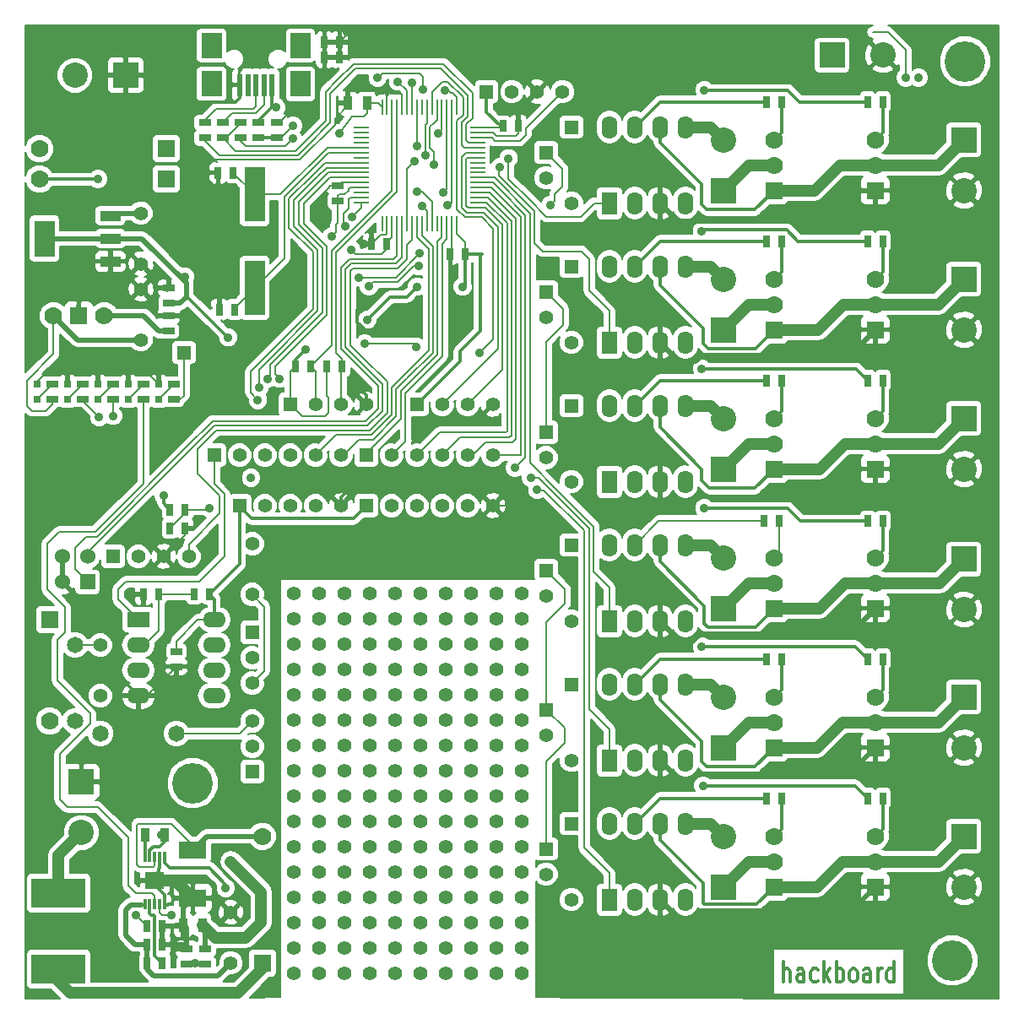
<source format=gtl>
%FSLAX34Y34*%
G04 Gerber Fmt 3.4, Leading zero omitted, Abs format*
G04 (created by PCBNEW (2014-01-30 BZR 4648)-product) date Wed 16 Apr 2014 10:53:14 PM EDT*
%MOIN*%
G01*
G70*
G90*
G04 APERTURE LIST*
%ADD10C,0.005906*%
%ADD11C,0.012000*%
%ADD12C,0.055000*%
%ADD13C,0.160000*%
%ADD14R,0.019700X0.090600*%
%ADD15R,0.078700X0.098400*%
%ADD16R,0.212600X0.114200*%
%ADD17R,0.080000X0.144000*%
%ADD18R,0.080000X0.040000*%
%ADD19R,0.010000X0.060000*%
%ADD20R,0.060000X0.010000*%
%ADD21R,0.106300X0.070900*%
%ADD22R,0.035000X0.055000*%
%ADD23R,0.025000X0.045000*%
%ADD24R,0.045000X0.025000*%
%ADD25R,0.055000X0.055000*%
%ADD26C,0.065000*%
%ADD27R,0.078700X0.216500*%
%ADD28R,0.060000X0.060000*%
%ADD29C,0.060000*%
%ADD30R,0.031400X0.031400*%
%ADD31R,0.062000X0.090000*%
%ADD32O,0.062000X0.090000*%
%ADD33R,0.090000X0.062000*%
%ADD34O,0.090000X0.062000*%
%ADD35C,0.070000*%
%ADD36R,0.070000X0.070000*%
%ADD37R,0.074800X0.068100*%
%ADD38R,0.011800X0.040200*%
%ADD39R,0.100000X0.100000*%
%ADD40C,0.100000*%
%ADD41C,0.035000*%
%ADD42C,0.008000*%
%ADD43C,0.020000*%
%ADD44C,0.045000*%
G04 APERTURE END LIST*
G54D10*
G54D11*
X87378Y-43761D02*
X87378Y-42961D01*
X87635Y-43761D02*
X87635Y-43342D01*
X87607Y-43266D01*
X87550Y-43228D01*
X87464Y-43228D01*
X87407Y-43266D01*
X87378Y-43304D01*
X88178Y-43761D02*
X88178Y-43342D01*
X88150Y-43266D01*
X88092Y-43228D01*
X87978Y-43228D01*
X87921Y-43266D01*
X88178Y-43723D02*
X88121Y-43761D01*
X87978Y-43761D01*
X87921Y-43723D01*
X87892Y-43647D01*
X87892Y-43571D01*
X87921Y-43495D01*
X87978Y-43457D01*
X88121Y-43457D01*
X88178Y-43419D01*
X88721Y-43723D02*
X88664Y-43761D01*
X88550Y-43761D01*
X88492Y-43723D01*
X88464Y-43685D01*
X88435Y-43609D01*
X88435Y-43380D01*
X88464Y-43304D01*
X88492Y-43266D01*
X88550Y-43228D01*
X88664Y-43228D01*
X88721Y-43266D01*
X88978Y-43761D02*
X88978Y-42961D01*
X89035Y-43457D02*
X89207Y-43761D01*
X89207Y-43228D02*
X88978Y-43533D01*
X89464Y-43761D02*
X89464Y-42961D01*
X89464Y-43266D02*
X89521Y-43228D01*
X89635Y-43228D01*
X89692Y-43266D01*
X89721Y-43304D01*
X89750Y-43380D01*
X89750Y-43609D01*
X89721Y-43685D01*
X89692Y-43723D01*
X89635Y-43761D01*
X89521Y-43761D01*
X89464Y-43723D01*
X90092Y-43761D02*
X90035Y-43723D01*
X90007Y-43685D01*
X89978Y-43609D01*
X89978Y-43380D01*
X90007Y-43304D01*
X90035Y-43266D01*
X90092Y-43228D01*
X90178Y-43228D01*
X90235Y-43266D01*
X90264Y-43304D01*
X90292Y-43380D01*
X90292Y-43609D01*
X90264Y-43685D01*
X90235Y-43723D01*
X90178Y-43761D01*
X90092Y-43761D01*
X90807Y-43761D02*
X90807Y-43342D01*
X90778Y-43266D01*
X90721Y-43228D01*
X90607Y-43228D01*
X90550Y-43266D01*
X90807Y-43723D02*
X90750Y-43761D01*
X90607Y-43761D01*
X90550Y-43723D01*
X90521Y-43647D01*
X90521Y-43571D01*
X90550Y-43495D01*
X90607Y-43457D01*
X90750Y-43457D01*
X90807Y-43419D01*
X91092Y-43761D02*
X91092Y-43228D01*
X91092Y-43380D02*
X91121Y-43304D01*
X91150Y-43266D01*
X91207Y-43228D01*
X91264Y-43228D01*
X91721Y-43761D02*
X91721Y-42961D01*
X91721Y-43723D02*
X91664Y-43761D01*
X91550Y-43761D01*
X91492Y-43723D01*
X91464Y-43685D01*
X91435Y-43609D01*
X91435Y-43380D01*
X91464Y-43304D01*
X91492Y-43266D01*
X91550Y-43228D01*
X91664Y-43228D01*
X91721Y-43266D01*
G54D12*
X76050Y-28400D03*
X76050Y-29400D03*
X76050Y-30400D03*
X76050Y-31400D03*
X76050Y-32400D03*
X76050Y-33400D03*
X76050Y-34400D03*
X76050Y-35400D03*
X76050Y-36400D03*
X76050Y-37400D03*
X76050Y-38400D03*
X76050Y-39400D03*
X76050Y-40400D03*
X76050Y-41400D03*
X76050Y-42400D03*
X76050Y-43400D03*
X77050Y-43400D03*
X77050Y-42400D03*
X77050Y-41400D03*
X77050Y-40400D03*
X77050Y-39400D03*
X77050Y-38400D03*
X77050Y-37400D03*
X77050Y-36400D03*
X77050Y-35400D03*
X77050Y-34400D03*
X77050Y-33400D03*
X77050Y-32400D03*
X77050Y-31400D03*
X77050Y-30400D03*
X77050Y-29400D03*
X77050Y-28400D03*
X72050Y-28400D03*
X72050Y-29400D03*
X72050Y-30400D03*
X72050Y-31400D03*
X72050Y-32400D03*
X72050Y-33400D03*
X72050Y-34400D03*
X72050Y-35400D03*
X72050Y-36400D03*
X72050Y-37400D03*
X72050Y-38400D03*
X72050Y-39400D03*
X72050Y-40400D03*
X72050Y-41400D03*
X72050Y-42400D03*
X72050Y-43400D03*
X73050Y-43400D03*
X73050Y-42400D03*
X73050Y-41400D03*
X73050Y-40400D03*
X73050Y-39400D03*
X73050Y-38400D03*
X73050Y-37400D03*
X73050Y-36400D03*
X73050Y-35400D03*
X73050Y-34400D03*
X73050Y-33400D03*
X73050Y-32400D03*
X73050Y-31400D03*
X73050Y-30400D03*
X73050Y-29400D03*
X73050Y-28400D03*
X75050Y-28400D03*
X75050Y-29400D03*
X75050Y-30400D03*
X75050Y-31400D03*
X75050Y-32400D03*
X75050Y-33400D03*
X75050Y-34400D03*
X75050Y-35400D03*
X75050Y-36400D03*
X75050Y-37400D03*
X75050Y-38400D03*
X75050Y-39400D03*
X75050Y-40400D03*
X75050Y-41400D03*
X75050Y-42400D03*
X75050Y-43400D03*
X74050Y-43400D03*
X74050Y-42400D03*
X74050Y-41400D03*
X74050Y-40400D03*
X74050Y-39400D03*
X74050Y-38400D03*
X74050Y-37400D03*
X74050Y-36400D03*
X74050Y-35400D03*
X74050Y-34400D03*
X74050Y-33400D03*
X74050Y-32400D03*
X74050Y-31400D03*
X74050Y-30400D03*
X74050Y-29400D03*
X74050Y-28400D03*
X70050Y-28400D03*
X70050Y-29400D03*
X70050Y-30400D03*
X70050Y-31400D03*
X70050Y-32400D03*
X70050Y-33400D03*
X70050Y-34400D03*
X70050Y-35400D03*
X70050Y-36400D03*
X70050Y-37400D03*
X70050Y-38400D03*
X70050Y-39400D03*
X70050Y-40400D03*
X70050Y-41400D03*
X70050Y-42400D03*
X70050Y-43400D03*
X71050Y-43400D03*
X71050Y-42400D03*
X71050Y-41400D03*
X71050Y-40400D03*
X71050Y-39400D03*
X71050Y-38400D03*
X71050Y-37400D03*
X71050Y-36400D03*
X71050Y-35400D03*
X71050Y-34400D03*
X71050Y-33400D03*
X71050Y-32400D03*
X71050Y-31400D03*
X71050Y-30400D03*
X71050Y-29400D03*
X71050Y-28400D03*
X69050Y-28400D03*
X69050Y-29400D03*
X69050Y-30400D03*
X69050Y-31400D03*
X69050Y-32400D03*
X69050Y-33400D03*
X69050Y-34400D03*
X69050Y-35400D03*
X69050Y-36400D03*
X69050Y-37400D03*
X69050Y-38400D03*
X69050Y-39400D03*
X69050Y-40400D03*
X69050Y-41400D03*
X69050Y-42400D03*
X69050Y-43400D03*
X68050Y-43400D03*
X68050Y-42400D03*
X68050Y-41400D03*
X68050Y-40400D03*
X68050Y-39400D03*
X68050Y-38400D03*
X68050Y-37400D03*
X68050Y-36400D03*
X68050Y-35400D03*
X68050Y-34400D03*
X68050Y-33400D03*
X68050Y-32400D03*
X68050Y-31400D03*
X68050Y-30400D03*
X68050Y-29400D03*
X68050Y-28400D03*
G54D13*
X94550Y-7400D03*
G54D14*
X67180Y-8333D03*
X66865Y-8333D03*
X66550Y-8333D03*
X66235Y-8333D03*
X65920Y-8333D03*
G54D15*
X68302Y-8294D03*
X68302Y-6775D03*
X64798Y-8294D03*
X64798Y-6775D03*
G54D16*
X58750Y-43250D03*
X58750Y-40250D03*
G54D17*
X58200Y-14400D03*
G54D18*
X60800Y-14400D03*
X60800Y-13500D03*
X60800Y-15300D03*
G54D19*
X73490Y-9200D03*
X73295Y-9200D03*
X73100Y-9200D03*
X72900Y-9200D03*
X72705Y-9200D03*
X72510Y-9200D03*
X72310Y-9200D03*
X72115Y-9200D03*
X71920Y-9200D03*
X71720Y-9200D03*
X71525Y-9200D03*
X73490Y-13800D03*
X73295Y-13800D03*
X73100Y-13800D03*
X72900Y-13800D03*
X72705Y-13800D03*
X72510Y-13800D03*
X72310Y-13800D03*
X72115Y-13800D03*
X71920Y-13800D03*
X71720Y-13800D03*
X71525Y-13800D03*
G54D20*
X75300Y-10025D03*
X75300Y-10220D03*
X75300Y-10420D03*
X75300Y-10615D03*
X75300Y-10810D03*
X75300Y-11010D03*
X75300Y-11205D03*
X75300Y-11400D03*
X75300Y-11600D03*
X75300Y-11795D03*
X75300Y-11990D03*
X70700Y-11990D03*
X70700Y-11795D03*
X70700Y-11600D03*
X70700Y-11400D03*
X70700Y-11205D03*
X70700Y-11010D03*
X70700Y-10810D03*
X70700Y-10615D03*
X70700Y-10420D03*
X70700Y-10220D03*
X70700Y-10025D03*
X70700Y-12190D03*
X70700Y-12385D03*
X70700Y-12580D03*
X70700Y-12780D03*
X70700Y-12975D03*
X75300Y-12975D03*
X75300Y-12780D03*
X75300Y-12580D03*
X75300Y-12385D03*
X75300Y-12190D03*
G54D19*
X73690Y-13800D03*
X73885Y-13800D03*
X74080Y-13800D03*
X74280Y-13800D03*
X74475Y-13800D03*
X73690Y-9200D03*
X73885Y-9200D03*
X74080Y-9200D03*
X74280Y-9200D03*
X74475Y-9200D03*
G54D21*
X64050Y-38555D03*
X64050Y-40445D03*
G54D22*
X62175Y-37950D03*
X62925Y-37950D03*
X64425Y-41500D03*
X63675Y-41500D03*
G54D23*
X62240Y-41530D03*
X62840Y-41530D03*
X65650Y-11800D03*
X65050Y-11800D03*
X65700Y-17200D03*
X65100Y-17200D03*
G54D24*
X63100Y-16950D03*
X63100Y-16350D03*
X63100Y-18050D03*
X63100Y-17450D03*
G54D23*
X62240Y-42270D03*
X62840Y-42270D03*
G54D24*
X69775Y-12925D03*
X69775Y-12325D03*
G54D23*
X74800Y-15000D03*
X74200Y-15000D03*
X76300Y-9950D03*
X76900Y-9950D03*
X71700Y-14620D03*
X71100Y-14620D03*
X69250Y-7250D03*
X69850Y-7250D03*
G54D24*
X65230Y-10420D03*
X65230Y-9820D03*
G54D23*
X86700Y-36500D03*
X87300Y-36500D03*
X63150Y-25100D03*
X63750Y-25100D03*
X63150Y-25850D03*
X63750Y-25850D03*
X64700Y-28450D03*
X64100Y-28450D03*
X62100Y-28450D03*
X62700Y-28450D03*
G54D24*
X58500Y-20750D03*
X58500Y-20150D03*
X59700Y-20750D03*
X59700Y-20150D03*
X60900Y-20750D03*
X60900Y-20150D03*
X62100Y-20750D03*
X62100Y-20150D03*
G54D23*
X62850Y-43000D03*
X62250Y-43000D03*
G54D24*
X64550Y-42450D03*
X64550Y-43050D03*
G54D23*
X69250Y-6650D03*
X69850Y-6650D03*
X90700Y-9000D03*
X91300Y-9000D03*
X86700Y-9000D03*
X87300Y-9000D03*
X90700Y-14500D03*
X91300Y-14500D03*
X86700Y-14500D03*
X87300Y-14500D03*
X90700Y-25550D03*
X91300Y-25550D03*
X86600Y-25550D03*
X87200Y-25550D03*
X90700Y-31000D03*
X91300Y-31000D03*
X86700Y-31000D03*
X87300Y-31000D03*
X90700Y-36500D03*
X91300Y-36500D03*
X90700Y-20000D03*
X91300Y-20000D03*
X86700Y-20000D03*
X87300Y-20000D03*
G54D24*
X64530Y-10420D03*
X64530Y-9820D03*
X63800Y-43050D03*
X63800Y-42450D03*
G54D23*
X68100Y-19450D03*
X68700Y-19450D03*
X69350Y-19450D03*
X69950Y-19450D03*
G54D24*
X67370Y-9820D03*
X67370Y-10420D03*
X66650Y-9820D03*
X66650Y-10420D03*
X65930Y-9820D03*
X65930Y-10420D03*
G54D25*
X70900Y-22950D03*
G54D12*
X71900Y-22950D03*
X72900Y-22950D03*
X73900Y-22950D03*
X74900Y-22950D03*
X75900Y-22950D03*
G54D25*
X64900Y-22950D03*
G54D12*
X65900Y-22950D03*
X66900Y-22950D03*
X67900Y-22950D03*
X68900Y-22950D03*
X69900Y-22950D03*
G54D25*
X70900Y-24950D03*
G54D12*
X71900Y-24950D03*
X72900Y-24950D03*
X73900Y-24950D03*
X74900Y-24950D03*
X75900Y-24950D03*
G54D25*
X65900Y-24950D03*
G54D12*
X66900Y-24950D03*
X67900Y-24950D03*
X68900Y-24950D03*
X69900Y-24950D03*
G54D25*
X75650Y-8600D03*
G54D12*
X76650Y-8600D03*
X77650Y-8600D03*
X78650Y-8600D03*
G54D25*
X67900Y-20950D03*
G54D12*
X68900Y-20950D03*
X69900Y-20950D03*
X70900Y-20950D03*
G54D25*
X72900Y-20950D03*
G54D12*
X73900Y-20950D03*
X74900Y-20950D03*
X75900Y-20950D03*
G54D25*
X60900Y-26950D03*
G54D12*
X61900Y-26950D03*
X62900Y-26950D03*
X63900Y-26950D03*
G54D25*
X66400Y-35450D03*
G54D12*
X66400Y-34450D03*
X66400Y-33450D03*
G54D25*
X66400Y-29950D03*
G54D12*
X66400Y-30950D03*
X66400Y-31950D03*
G54D25*
X78000Y-11000D03*
G54D12*
X78000Y-12000D03*
G54D25*
X78000Y-16500D03*
G54D12*
X78000Y-17500D03*
G54D25*
X78000Y-22050D03*
G54D12*
X78000Y-23050D03*
G54D25*
X78000Y-27500D03*
G54D12*
X78000Y-28500D03*
G54D25*
X78000Y-33000D03*
G54D12*
X78000Y-34000D03*
G54D25*
X78000Y-38500D03*
G54D12*
X78000Y-39500D03*
G54D26*
X60400Y-33950D03*
X63400Y-33950D03*
X59400Y-33450D03*
X59400Y-30450D03*
G54D27*
X66500Y-16350D03*
X66500Y-12650D03*
G54D28*
X59900Y-27950D03*
G54D29*
X58900Y-27950D03*
X59900Y-26950D03*
X58900Y-26950D03*
G54D30*
X61500Y-20745D03*
X61500Y-20155D03*
X60300Y-20745D03*
X60300Y-20155D03*
X59100Y-20745D03*
X59100Y-20155D03*
X57900Y-20745D03*
X57900Y-20155D03*
G54D31*
X80500Y-13000D03*
G54D32*
X81500Y-13000D03*
X82500Y-13000D03*
X83500Y-13000D03*
X83500Y-10000D03*
X82500Y-10000D03*
X81500Y-10000D03*
X80500Y-10000D03*
G54D31*
X80500Y-18500D03*
G54D32*
X81500Y-18500D03*
X82500Y-18500D03*
X83500Y-18500D03*
X83500Y-15500D03*
X82500Y-15500D03*
X81500Y-15500D03*
X80500Y-15500D03*
G54D31*
X80500Y-29500D03*
G54D32*
X81500Y-29500D03*
X82500Y-29500D03*
X83500Y-29500D03*
X83500Y-26500D03*
X82500Y-26500D03*
X81500Y-26500D03*
X80500Y-26500D03*
G54D31*
X80500Y-35000D03*
G54D32*
X81500Y-35000D03*
X82500Y-35000D03*
X83500Y-35000D03*
X83500Y-32000D03*
X82500Y-32000D03*
X81500Y-32000D03*
X80500Y-32000D03*
G54D31*
X80500Y-40500D03*
G54D32*
X81500Y-40500D03*
X82500Y-40500D03*
X83500Y-40500D03*
X83500Y-37500D03*
X82500Y-37500D03*
X81500Y-37500D03*
X80500Y-37500D03*
G54D31*
X80500Y-24000D03*
G54D32*
X81500Y-24000D03*
X82500Y-24000D03*
X83500Y-24000D03*
X83500Y-21000D03*
X82500Y-21000D03*
X81500Y-21000D03*
X80500Y-21000D03*
G54D33*
X61900Y-29450D03*
G54D34*
X61900Y-30450D03*
X61900Y-31450D03*
X61900Y-32450D03*
X64900Y-32450D03*
X64900Y-31450D03*
X64900Y-30450D03*
X64900Y-29450D03*
G54D35*
X58000Y-10850D03*
G54D36*
X63000Y-10850D03*
G54D35*
X58000Y-12050D03*
G54D36*
X63000Y-12050D03*
G54D35*
X66800Y-38000D03*
G54D36*
X66800Y-43000D03*
G54D12*
X66400Y-26450D03*
X66400Y-28450D03*
X65550Y-43000D03*
X65550Y-41000D03*
X60400Y-30450D03*
X60400Y-32450D03*
X62000Y-18400D03*
X62000Y-16400D03*
X62000Y-13400D03*
X62000Y-15400D03*
G54D22*
X70925Y-9050D03*
X70175Y-9050D03*
G54D37*
X62550Y-39750D03*
G54D38*
X62550Y-40695D03*
X62353Y-40695D03*
X62156Y-40695D03*
X62747Y-40695D03*
X62944Y-40695D03*
X62944Y-38805D03*
X62747Y-38805D03*
X62550Y-38805D03*
X62353Y-38805D03*
X62156Y-38805D03*
G54D35*
X87000Y-21500D03*
X87000Y-22500D03*
G54D36*
X87000Y-23500D03*
G54D35*
X91000Y-21500D03*
X91000Y-22500D03*
G54D36*
X91000Y-23500D03*
G54D35*
X87000Y-38000D03*
X87000Y-39000D03*
G54D36*
X87000Y-40000D03*
G54D35*
X91000Y-38000D03*
X91000Y-39000D03*
G54D36*
X91000Y-40000D03*
G54D35*
X87000Y-32500D03*
X87000Y-33500D03*
G54D36*
X87000Y-34500D03*
G54D35*
X91000Y-32500D03*
X91000Y-33500D03*
G54D36*
X91000Y-34500D03*
G54D35*
X87000Y-27000D03*
X87000Y-28000D03*
G54D36*
X87000Y-29000D03*
G54D35*
X91000Y-27000D03*
X91000Y-28000D03*
G54D36*
X91000Y-29000D03*
G54D35*
X87000Y-16000D03*
X87000Y-17000D03*
G54D36*
X87000Y-18000D03*
G54D35*
X91000Y-16000D03*
X91000Y-17000D03*
G54D36*
X91000Y-18000D03*
G54D35*
X87000Y-10500D03*
X87000Y-11500D03*
G54D36*
X87000Y-12500D03*
G54D35*
X91000Y-10500D03*
X91000Y-11500D03*
G54D36*
X91000Y-12500D03*
G54D35*
X58550Y-17450D03*
G54D36*
X59550Y-17450D03*
G54D35*
X60550Y-17450D03*
G54D39*
X85000Y-40000D03*
G54D40*
X85000Y-38000D03*
G54D39*
X85000Y-34500D03*
G54D40*
X85000Y-32500D03*
G54D39*
X85000Y-29000D03*
G54D40*
X85000Y-27000D03*
G54D39*
X85000Y-18000D03*
G54D40*
X85000Y-16000D03*
G54D39*
X85000Y-12500D03*
G54D40*
X85000Y-10500D03*
G54D39*
X94500Y-10500D03*
G54D40*
X94500Y-12500D03*
G54D39*
X94500Y-16000D03*
G54D40*
X94500Y-18000D03*
G54D39*
X94500Y-21500D03*
G54D40*
X94500Y-23500D03*
G54D39*
X94500Y-27050D03*
G54D40*
X94500Y-29050D03*
G54D39*
X94500Y-32500D03*
G54D40*
X94500Y-34500D03*
G54D39*
X94500Y-38000D03*
G54D40*
X94500Y-40000D03*
G54D39*
X85000Y-23500D03*
G54D40*
X85000Y-21500D03*
G54D25*
X79000Y-21000D03*
G54D12*
X79000Y-24000D03*
G54D25*
X79000Y-37500D03*
G54D12*
X79000Y-40500D03*
G54D25*
X79000Y-32000D03*
G54D12*
X79000Y-35000D03*
G54D25*
X79000Y-26500D03*
G54D12*
X79000Y-29500D03*
G54D25*
X79000Y-15500D03*
G54D12*
X79000Y-18500D03*
G54D25*
X79000Y-10000D03*
G54D12*
X79000Y-13000D03*
G54D39*
X61400Y-7950D03*
G54D40*
X59400Y-7950D03*
G54D35*
X58400Y-33450D03*
G54D36*
X58400Y-29450D03*
G54D24*
X63400Y-30700D03*
X63400Y-31300D03*
G54D39*
X59650Y-35850D03*
G54D40*
X59650Y-37850D03*
G54D24*
X63300Y-20750D03*
X63300Y-20150D03*
G54D30*
X62700Y-20745D03*
X62700Y-20155D03*
G54D25*
X63700Y-18900D03*
G54D39*
X89300Y-7150D03*
G54D40*
X91300Y-7150D03*
G54D13*
X64050Y-35900D03*
X94050Y-42900D03*
G54D41*
X66350Y-23850D03*
X92200Y-8050D03*
X92700Y-8050D03*
X60900Y-21400D03*
X65550Y-39000D03*
X66620Y-20770D03*
X66660Y-20290D03*
X67000Y-19930D03*
X67480Y-19930D03*
X64700Y-25050D03*
X63200Y-41100D03*
X61800Y-41100D03*
X70840Y-18550D03*
X72880Y-18670D03*
X75360Y-18910D03*
X70060Y-13910D03*
X76520Y-11230D03*
X76180Y-11590D03*
X70340Y-13550D03*
X76775Y-23450D03*
X72700Y-8250D03*
X77400Y-23850D03*
X72150Y-8200D03*
X77650Y-24325D03*
X72800Y-11350D03*
X72900Y-10750D03*
X74100Y-13090D03*
X73250Y-11100D03*
X73150Y-8500D03*
X74000Y-8550D03*
X71350Y-8050D03*
X73580Y-11470D03*
X73740Y-10250D03*
X73940Y-12590D03*
X73100Y-13100D03*
X70600Y-15930D03*
X68000Y-10450D03*
X73020Y-14970D03*
X72980Y-15490D03*
X68000Y-9950D03*
X72920Y-12550D03*
X71000Y-16290D03*
X60300Y-12050D03*
X67350Y-9225D03*
X70800Y-14600D03*
X69350Y-13600D03*
X63950Y-7800D03*
X64000Y-6250D03*
X64750Y-13600D03*
X84300Y-42350D03*
X60400Y-41950D03*
X60400Y-41500D03*
X76850Y-25100D03*
X60000Y-22850D03*
X65650Y-20950D03*
X69050Y-8000D03*
X62550Y-39750D03*
X60000Y-23450D03*
X80950Y-25450D03*
X74300Y-16950D03*
X61600Y-28450D03*
X70950Y-24050D03*
X60500Y-29050D03*
X84300Y-41850D03*
X86800Y-41800D03*
X64350Y-11800D03*
X84800Y-41850D03*
X70800Y-16950D03*
X84800Y-42350D03*
X65000Y-19250D03*
X72900Y-16950D03*
X70150Y-6250D03*
X70550Y-8200D03*
X70340Y-20030D03*
X62800Y-37950D03*
X65350Y-40050D03*
X64150Y-43000D03*
X84150Y-19550D03*
X84200Y-36000D03*
X84150Y-30500D03*
X84250Y-25050D03*
X84150Y-14100D03*
X84250Y-8550D03*
X78175Y-13075D03*
X69550Y-14300D03*
X65450Y-18300D03*
X70300Y-14850D03*
X72900Y-16300D03*
X60350Y-21450D03*
X68500Y-18790D03*
X69825Y-10250D03*
X70950Y-17600D03*
X63750Y-15900D03*
X74700Y-16300D03*
X62900Y-24550D03*
G54D42*
X92200Y-6950D02*
X92200Y-8050D01*
X91500Y-6250D02*
X92200Y-6950D01*
X90900Y-6250D02*
X91500Y-6250D01*
G54D43*
X62700Y-18050D02*
X63100Y-18050D01*
X60550Y-17450D02*
X62100Y-17450D01*
G54D42*
X60900Y-21400D02*
X60900Y-20750D01*
G54D43*
X62100Y-17450D02*
X62700Y-18050D01*
X64550Y-42450D02*
X64550Y-41625D01*
G54D44*
X66750Y-40200D02*
X65550Y-39000D01*
X66750Y-41400D02*
X66750Y-40200D01*
X58750Y-39781D02*
X58750Y-38750D01*
X58750Y-38750D02*
X59650Y-37850D01*
X66150Y-42000D02*
X66750Y-41400D01*
X64925Y-42000D02*
X66150Y-42000D01*
G54D43*
X64550Y-41625D02*
X64425Y-41500D01*
G54D44*
X64925Y-42000D02*
X64425Y-41500D01*
G54D42*
X67850Y-12826D02*
X67850Y-13974D01*
X68804Y-17174D02*
X68714Y-17264D01*
X68804Y-14990D02*
X68804Y-17174D01*
X66755Y-19223D02*
X68714Y-17264D01*
X68804Y-14928D02*
X67850Y-13974D01*
X69276Y-11400D02*
X68804Y-11872D01*
X68804Y-14990D02*
X68804Y-14928D01*
X69276Y-11400D02*
X70700Y-11400D01*
X68804Y-11872D02*
X67850Y-12826D01*
X61100Y-28650D02*
X61900Y-29450D01*
X64900Y-22950D02*
X64900Y-24092D01*
X66754Y-19223D02*
X66755Y-19223D01*
X66340Y-19638D02*
X66340Y-20490D01*
X66340Y-20490D02*
X66620Y-20770D01*
X66755Y-19223D02*
X66340Y-19638D01*
X64300Y-27950D02*
X61400Y-27950D01*
X61400Y-27950D02*
X61100Y-28250D01*
X65300Y-26950D02*
X64300Y-27950D01*
X64900Y-24092D02*
X65300Y-24492D01*
X65300Y-24492D02*
X65300Y-26950D01*
X61100Y-28250D02*
X61100Y-28650D01*
X68050Y-12884D02*
X68050Y-13916D01*
X68986Y-14990D02*
X68986Y-14852D01*
X66936Y-19299D02*
X66660Y-19575D01*
X66936Y-19299D02*
X68986Y-17249D01*
X68986Y-17249D02*
X68986Y-16950D01*
X68986Y-14990D02*
X68986Y-16950D01*
X66660Y-19575D02*
X66660Y-20290D01*
X69334Y-11600D02*
X70700Y-11600D01*
X68986Y-11948D02*
X68050Y-12884D01*
X69334Y-11600D02*
X68986Y-11948D01*
X68050Y-13916D02*
X68986Y-14852D01*
X69168Y-12024D02*
X68230Y-12961D01*
X70700Y-11795D02*
X69397Y-11795D01*
X69397Y-11795D02*
X69168Y-12024D01*
X69169Y-14774D02*
X69168Y-14774D01*
X68236Y-13841D02*
X69169Y-14774D01*
X68230Y-13841D02*
X68236Y-13841D01*
X68230Y-12961D02*
X68230Y-13841D01*
X67118Y-19812D02*
X67000Y-19930D01*
X69168Y-14990D02*
X69168Y-14774D01*
X69168Y-14774D02*
X69168Y-14776D01*
X67118Y-19374D02*
X67118Y-19812D01*
X69168Y-17324D02*
X67118Y-19374D01*
X69168Y-14990D02*
X69168Y-17324D01*
X69350Y-14700D02*
X69350Y-14990D01*
X69350Y-12100D02*
X68450Y-13000D01*
X69350Y-14990D02*
X69350Y-17400D01*
X67300Y-19450D02*
X67300Y-19750D01*
X69460Y-11990D02*
X70700Y-11990D01*
X68450Y-13000D02*
X68450Y-13800D01*
X69460Y-11990D02*
X69350Y-12100D01*
X67300Y-19750D02*
X67480Y-19930D01*
X68450Y-13800D02*
X69350Y-14700D01*
X69350Y-17400D02*
X67300Y-19450D01*
X69702Y-22148D02*
X71104Y-22148D01*
X68900Y-22950D02*
X69702Y-22148D01*
X72900Y-13800D02*
X72900Y-14347D01*
X72323Y-19853D02*
X72338Y-19838D01*
X73354Y-14801D02*
X73354Y-15075D01*
X71904Y-21348D02*
X71904Y-20272D01*
X72900Y-14347D02*
X73354Y-14801D01*
X73354Y-18822D02*
X72323Y-19853D01*
X71104Y-22148D02*
X71904Y-21348D01*
X73354Y-18170D02*
X73354Y-15075D01*
X71904Y-20272D02*
X72323Y-19853D01*
X73354Y-18822D02*
X73354Y-18170D01*
X63750Y-25100D02*
X64650Y-25100D01*
X71180Y-22330D02*
X72086Y-21424D01*
X64650Y-25100D02*
X64700Y-25050D01*
X72086Y-20348D02*
X72512Y-19922D01*
X70000Y-22950D02*
X70620Y-22330D01*
X72086Y-21424D02*
X72086Y-20348D01*
X72512Y-19922D02*
X73536Y-18898D01*
X73100Y-14289D02*
X73536Y-14725D01*
X70620Y-22330D02*
X71180Y-22330D01*
X73100Y-13800D02*
X73100Y-14289D01*
X72512Y-19922D02*
X72517Y-19917D01*
X73536Y-14725D02*
X73536Y-15150D01*
X73536Y-18170D02*
X73536Y-18110D01*
X63750Y-25250D02*
X63150Y-25850D01*
X73536Y-15150D02*
X73536Y-15200D01*
X73536Y-15150D02*
X73536Y-18170D01*
X63750Y-25100D02*
X63750Y-25250D01*
X69900Y-22950D02*
X70000Y-22950D01*
X73536Y-18898D02*
X73536Y-18170D01*
X73490Y-9200D02*
X73490Y-8610D01*
X74486Y-9743D02*
X74728Y-9500D01*
X74728Y-9500D02*
X74728Y-8815D01*
X74728Y-8815D02*
X74113Y-8200D01*
X74113Y-8200D02*
X73900Y-8200D01*
X73900Y-8200D02*
X73500Y-8600D01*
X75457Y-13555D02*
X75906Y-14004D01*
X74789Y-13555D02*
X75457Y-13555D01*
X74789Y-13555D02*
X74486Y-13252D01*
X74486Y-13252D02*
X74486Y-9900D01*
X74486Y-9900D02*
X74486Y-9743D01*
X73490Y-8610D02*
X73500Y-8600D01*
X62850Y-41100D02*
X63200Y-41100D01*
X61800Y-41100D02*
X61810Y-41100D01*
X61810Y-41100D02*
X62240Y-41530D01*
X62747Y-40695D02*
X62747Y-40997D01*
X62747Y-40997D02*
X62850Y-41100D01*
X72880Y-18670D02*
X72760Y-18550D01*
X75906Y-18364D02*
X75360Y-18910D01*
X72760Y-18550D02*
X70840Y-18550D01*
X75906Y-14004D02*
X75906Y-18364D01*
X75906Y-14004D02*
X75908Y-14006D01*
X61500Y-38050D02*
X61500Y-39950D01*
X61800Y-40250D02*
X61500Y-39950D01*
X58700Y-31850D02*
X60000Y-33150D01*
X60300Y-36850D02*
X61500Y-38050D01*
X60188Y-25988D02*
X58762Y-25988D01*
X62450Y-40250D02*
X61800Y-40250D01*
X58800Y-36550D02*
X59100Y-36850D01*
X58762Y-25988D02*
X58300Y-26450D01*
X60000Y-33550D02*
X58800Y-34750D01*
X62100Y-24076D02*
X60188Y-25988D01*
X62550Y-40350D02*
X62450Y-40250D01*
X60000Y-33150D02*
X60000Y-33550D01*
X59100Y-36850D02*
X60300Y-36850D01*
X62100Y-20750D02*
X62100Y-24076D01*
X59000Y-29950D02*
X58700Y-30250D01*
X59000Y-28950D02*
X59000Y-29950D01*
X58300Y-26450D02*
X58300Y-28250D01*
X58700Y-30250D02*
X58700Y-31850D01*
X62550Y-40350D02*
X62550Y-40695D01*
X58300Y-28250D02*
X59000Y-28950D01*
X58800Y-34750D02*
X58800Y-36550D01*
X66865Y-8333D02*
X66865Y-9110D01*
X65600Y-9450D02*
X65230Y-9820D01*
X66525Y-9450D02*
X65600Y-9450D01*
X66865Y-9110D02*
X66525Y-9450D01*
X64530Y-9820D02*
X64530Y-9720D01*
X66550Y-9170D02*
X66550Y-8333D01*
X66450Y-9269D02*
X66550Y-9170D01*
X64980Y-9269D02*
X66450Y-9269D01*
X64530Y-9720D02*
X64980Y-9269D01*
X70400Y-19250D02*
X71358Y-20208D01*
X71358Y-20208D02*
X71358Y-21120D01*
X69900Y-15532D02*
X69900Y-18750D01*
X70320Y-21602D02*
X64832Y-21602D01*
X72115Y-15075D02*
X71980Y-15210D01*
X72115Y-13800D02*
X72115Y-15075D01*
X60264Y-26170D02*
X59840Y-26170D01*
X59400Y-26610D02*
X59400Y-27450D01*
X59400Y-27450D02*
X59900Y-27950D01*
X70222Y-15210D02*
X69900Y-15532D01*
X70876Y-21602D02*
X70320Y-21602D01*
X71358Y-21120D02*
X70876Y-21602D01*
X59840Y-26170D02*
X59400Y-26610D01*
X71980Y-15210D02*
X70222Y-15210D01*
X64832Y-21602D02*
X63782Y-22652D01*
X69900Y-18750D02*
X70400Y-19250D01*
X63782Y-22652D02*
X60264Y-26170D01*
X71540Y-20132D02*
X71540Y-21196D01*
X71540Y-21196D02*
X70952Y-21784D01*
X70082Y-15608D02*
X70082Y-18674D01*
X59900Y-26792D02*
X59900Y-26950D01*
X70082Y-18674D02*
X70582Y-19174D01*
X64908Y-21784D02*
X59900Y-26792D01*
X70298Y-15392D02*
X70082Y-15608D01*
X70320Y-21784D02*
X70300Y-21784D01*
X72310Y-15138D02*
X72056Y-15392D01*
X70320Y-21784D02*
X64908Y-21784D01*
X72056Y-15392D02*
X70298Y-15392D01*
X70952Y-21784D02*
X70320Y-21784D01*
X72310Y-13800D02*
X72310Y-15138D01*
X70582Y-19174D02*
X71540Y-20132D01*
X70200Y-13210D02*
X70000Y-13410D01*
X70700Y-12780D02*
X70270Y-12780D01*
X76520Y-11230D02*
X76520Y-12038D01*
X70270Y-12780D02*
X70200Y-12850D01*
X70000Y-13850D02*
X70060Y-13910D01*
X70000Y-13410D02*
X70000Y-13850D01*
X79890Y-13000D02*
X79360Y-13530D01*
X70200Y-12850D02*
X70200Y-13150D01*
X76520Y-12038D02*
X77376Y-12894D01*
X70200Y-13150D02*
X70200Y-13210D01*
X79360Y-13530D02*
X78012Y-13530D01*
X80500Y-13000D02*
X79890Y-13000D01*
X78012Y-13530D02*
X77376Y-12894D01*
G54D11*
X82500Y-10000D02*
X82500Y-10600D01*
X86250Y-13250D02*
X87000Y-12500D01*
X84350Y-13250D02*
X86250Y-13250D01*
X84150Y-13050D02*
X84350Y-13250D01*
X84150Y-12250D02*
X84150Y-13050D01*
X82500Y-10600D02*
X84150Y-12250D01*
G54D44*
X93500Y-11500D02*
X94500Y-10500D01*
X89600Y-11500D02*
X91000Y-11500D01*
X89600Y-11500D02*
X88600Y-12500D01*
X87000Y-12500D02*
X88600Y-12500D01*
X91000Y-11500D02*
X93500Y-11500D01*
G54D42*
X77546Y-13322D02*
X77127Y-12903D01*
X77546Y-14590D02*
X77546Y-13322D01*
X80500Y-17250D02*
X79700Y-16450D01*
X76147Y-11623D02*
X76180Y-11590D01*
X80500Y-18500D02*
X80500Y-17250D01*
X77127Y-12903D02*
X76147Y-11923D01*
X79700Y-15200D02*
X79400Y-14900D01*
X79400Y-14900D02*
X78320Y-14900D01*
X70700Y-12975D02*
X70633Y-12975D01*
X70700Y-13190D02*
X70700Y-12975D01*
X77856Y-14900D02*
X77546Y-14590D01*
X78320Y-14900D02*
X78310Y-14900D01*
X78320Y-14900D02*
X77856Y-14900D01*
X76147Y-11923D02*
X76147Y-11623D01*
X70340Y-13550D02*
X70700Y-13190D01*
X79700Y-16450D02*
X79700Y-15200D01*
G54D11*
X82500Y-15500D02*
X82500Y-16250D01*
X86260Y-18739D02*
X87000Y-18000D01*
X84400Y-18739D02*
X86260Y-18739D01*
X84200Y-18539D02*
X84400Y-18739D01*
X84200Y-17950D02*
X84200Y-18539D01*
X82500Y-16250D02*
X84200Y-17950D01*
G54D44*
X93500Y-17000D02*
X94500Y-16000D01*
X91000Y-17000D02*
X93500Y-17000D01*
X88750Y-18000D02*
X89750Y-17000D01*
X87000Y-18000D02*
X88750Y-18000D01*
X89750Y-17000D02*
X91000Y-17000D01*
G54D42*
X77182Y-18325D02*
X77182Y-13474D01*
X75898Y-12190D02*
X75300Y-12190D01*
X77182Y-23043D02*
X77182Y-18325D01*
X77182Y-13474D02*
X76229Y-12521D01*
X75898Y-12190D02*
X76229Y-12521D01*
X77182Y-23043D02*
X76775Y-23450D01*
X77182Y-18350D02*
X77182Y-18325D01*
G54D11*
X82500Y-21000D02*
X82500Y-21850D01*
X86250Y-24250D02*
X87000Y-23500D01*
X84450Y-24250D02*
X86250Y-24250D01*
X84150Y-23950D02*
X84450Y-24250D01*
X84150Y-23500D02*
X84150Y-23950D01*
X82500Y-21850D02*
X84150Y-23500D01*
G54D44*
X89800Y-22500D02*
X91000Y-22500D01*
X88800Y-23500D02*
X89800Y-22500D01*
X87000Y-23500D02*
X88800Y-23500D01*
X93500Y-22500D02*
X94500Y-21500D01*
X91000Y-22500D02*
X93500Y-22500D01*
G54D42*
X77364Y-23258D02*
X78450Y-24344D01*
X80500Y-28168D02*
X80500Y-29500D01*
X77364Y-13398D02*
X77364Y-23258D01*
X75956Y-11990D02*
X77364Y-13398D01*
X79882Y-27550D02*
X79882Y-26250D01*
X75300Y-11990D02*
X75956Y-11990D01*
X79882Y-25776D02*
X78450Y-24344D01*
X80500Y-28168D02*
X79882Y-27550D01*
X79882Y-26250D02*
X79882Y-25776D01*
G54D11*
X82500Y-26500D02*
X82500Y-27150D01*
X86260Y-29739D02*
X87000Y-29000D01*
X84389Y-29739D02*
X86260Y-29739D01*
X84250Y-29600D02*
X84389Y-29739D01*
X84250Y-28900D02*
X84250Y-29600D01*
X82500Y-27150D02*
X84250Y-28900D01*
G54D44*
X87000Y-29000D02*
X88800Y-29000D01*
X88800Y-29000D02*
X89800Y-28000D01*
X89800Y-28000D02*
X91000Y-28000D01*
X93550Y-28000D02*
X94500Y-27050D01*
X91000Y-28000D02*
X93550Y-28000D01*
G54D42*
X80500Y-33768D02*
X79700Y-32968D01*
X77698Y-23850D02*
X77400Y-23850D01*
X79700Y-32968D02*
X79700Y-26250D01*
X72705Y-8255D02*
X72700Y-8250D01*
X72705Y-8255D02*
X72705Y-9200D01*
X80500Y-35000D02*
X80500Y-33768D01*
X79700Y-26250D02*
X79700Y-25852D01*
X79700Y-25852D02*
X77698Y-23850D01*
G54D11*
X82500Y-32000D02*
X82500Y-32600D01*
X86250Y-35250D02*
X87000Y-34500D01*
X84350Y-35250D02*
X86250Y-35250D01*
X84150Y-35050D02*
X84350Y-35250D01*
X84150Y-34250D02*
X84150Y-35050D01*
X82500Y-32600D02*
X84150Y-34250D01*
G54D44*
X88700Y-34500D02*
X87000Y-34500D01*
X88700Y-34500D02*
X89700Y-33500D01*
X91000Y-33500D02*
X89700Y-33500D01*
X91000Y-33500D02*
X93500Y-33500D01*
X93500Y-33500D02*
X94500Y-32500D01*
G54D42*
X79500Y-38450D02*
X79500Y-25950D01*
X79500Y-25950D02*
X79500Y-25910D01*
X72510Y-8560D02*
X72510Y-9200D01*
X77655Y-24330D02*
X77650Y-24325D01*
X72510Y-8560D02*
X72150Y-8200D01*
X80500Y-40500D02*
X80500Y-39450D01*
X77920Y-24330D02*
X77655Y-24330D01*
X80500Y-39450D02*
X79500Y-38450D01*
X79500Y-25910D02*
X77920Y-24330D01*
G54D11*
X82500Y-37500D02*
X82500Y-38150D01*
X86310Y-40689D02*
X87000Y-40000D01*
X84250Y-40689D02*
X86310Y-40689D01*
X84200Y-40639D02*
X84250Y-40689D01*
X84200Y-39850D02*
X84200Y-40639D01*
X82500Y-38150D02*
X84200Y-39850D01*
G54D44*
X93500Y-39000D02*
X94500Y-38000D01*
X88700Y-40000D02*
X87000Y-40000D01*
X88700Y-40000D02*
X89700Y-39000D01*
X91000Y-39000D02*
X89700Y-39000D01*
X91000Y-39000D02*
X93500Y-39000D01*
G54D42*
X69950Y-19150D02*
X69950Y-19450D01*
X69950Y-14725D02*
X69714Y-14961D01*
X69900Y-19500D02*
X69950Y-19450D01*
X69900Y-20950D02*
X69900Y-19500D01*
X69714Y-18914D02*
X69950Y-19150D01*
X69950Y-14725D02*
X72115Y-12560D01*
X72115Y-9200D02*
X72115Y-12560D01*
X69714Y-14961D02*
X69714Y-18914D01*
X68900Y-19650D02*
X68700Y-19450D01*
X69532Y-14886D02*
X69532Y-18618D01*
X71920Y-9200D02*
X71920Y-12498D01*
X69532Y-18618D02*
X68700Y-19450D01*
X68900Y-20950D02*
X68900Y-19650D01*
X71920Y-12498D02*
X69768Y-14650D01*
X69768Y-14650D02*
X69532Y-14886D01*
X72268Y-20424D02*
X73718Y-18974D01*
X73718Y-15550D02*
X73718Y-15700D01*
X70900Y-22950D02*
X70900Y-22868D01*
X73718Y-14524D02*
X73718Y-15550D01*
X73885Y-13800D02*
X73885Y-14357D01*
X73718Y-18974D02*
X73718Y-15650D01*
X72268Y-21500D02*
X72268Y-20424D01*
X73885Y-14357D02*
X73718Y-14524D01*
X73718Y-15650D02*
X73718Y-15550D01*
X70900Y-22868D02*
X72268Y-21500D01*
X72450Y-22400D02*
X71900Y-22950D01*
X72470Y-22380D02*
X72450Y-22400D01*
X73900Y-15650D02*
X73900Y-19000D01*
X74080Y-14420D02*
X73900Y-14600D01*
X73900Y-14600D02*
X73900Y-15650D01*
X74080Y-13800D02*
X74080Y-14420D01*
X72450Y-22400D02*
X72450Y-20500D01*
X73900Y-19050D02*
X73900Y-19000D01*
X73900Y-15650D02*
X73900Y-15700D01*
X72450Y-20500D02*
X73900Y-19050D01*
X73900Y-19000D02*
X73900Y-19050D01*
X75651Y-12975D02*
X76454Y-13778D01*
X76454Y-22014D02*
X76418Y-22050D01*
X75300Y-12975D02*
X75651Y-12975D01*
X76418Y-22050D02*
X73800Y-22050D01*
X73800Y-22050D02*
X72900Y-22950D01*
X76454Y-13778D02*
X76454Y-22014D01*
X76636Y-13702D02*
X76636Y-22164D01*
X74600Y-22250D02*
X73900Y-22950D01*
X75300Y-12780D02*
X75714Y-12780D01*
X76550Y-22250D02*
X74600Y-22250D01*
X75714Y-12780D02*
X76636Y-13702D01*
X76636Y-22164D02*
X76550Y-22250D01*
X74900Y-22950D02*
X75100Y-22950D01*
X75772Y-12580D02*
X75300Y-12580D01*
X76818Y-13626D02*
X75772Y-12580D01*
X75100Y-22950D02*
X75600Y-22450D01*
X76668Y-22450D02*
X76818Y-22300D01*
X76818Y-22300D02*
X76818Y-13626D01*
X75600Y-22450D02*
X76668Y-22450D01*
X77000Y-22950D02*
X77000Y-13600D01*
X77000Y-13600D02*
X77000Y-13550D01*
X75835Y-12385D02*
X75300Y-12385D01*
X77000Y-13550D02*
X75835Y-12385D01*
X75900Y-22950D02*
X77000Y-22950D01*
X72132Y-15574D02*
X70374Y-15574D01*
X64240Y-22710D02*
X64240Y-23690D01*
X71722Y-21272D02*
X71028Y-21966D01*
X70264Y-18598D02*
X70738Y-19072D01*
X72705Y-14437D02*
X72492Y-14650D01*
X71722Y-20056D02*
X71722Y-21272D01*
X72705Y-13800D02*
X72705Y-14437D01*
X64240Y-23690D02*
X65060Y-24510D01*
X70374Y-15574D02*
X70264Y-15684D01*
X65060Y-24510D02*
X65118Y-24568D01*
X64984Y-21966D02*
X64240Y-22710D01*
X63900Y-26950D02*
X63900Y-26468D01*
X70264Y-15684D02*
X70264Y-18598D01*
X64984Y-21966D02*
X70100Y-21966D01*
X71028Y-21966D02*
X70100Y-21966D01*
X70100Y-21966D02*
X70080Y-21966D01*
X70738Y-19072D02*
X71722Y-20056D01*
X72492Y-15214D02*
X72132Y-15574D01*
X65118Y-24568D02*
X65118Y-25250D01*
X70738Y-19072D02*
X70750Y-19084D01*
X72492Y-14650D02*
X72492Y-15214D01*
X63900Y-26468D02*
X65118Y-25250D01*
X59400Y-30450D02*
X60400Y-30450D01*
X72510Y-11640D02*
X72510Y-13800D01*
X72800Y-11350D02*
X72510Y-11640D01*
X72900Y-10750D02*
X72900Y-9200D01*
X74280Y-10750D02*
X74280Y-10770D01*
X74280Y-9200D02*
X74280Y-10750D01*
X74180Y-13090D02*
X74100Y-13090D01*
X74280Y-12990D02*
X74280Y-10750D01*
X74280Y-12990D02*
X74180Y-13090D01*
X73238Y-9912D02*
X73295Y-9855D01*
X73250Y-10880D02*
X73238Y-10868D01*
X73238Y-10868D02*
X73238Y-9912D01*
X73295Y-9855D02*
X73295Y-9200D01*
X73250Y-11100D02*
X73250Y-10880D01*
X74475Y-9200D02*
X74479Y-9195D01*
X74250Y-8600D02*
X74250Y-8650D01*
X74245Y-8604D02*
X74250Y-8600D01*
X74245Y-8645D02*
X74245Y-8604D01*
X74304Y-8645D02*
X74245Y-8645D01*
X74479Y-8820D02*
X74304Y-8645D01*
X74479Y-9195D02*
X74479Y-8820D01*
X74000Y-8550D02*
X74150Y-8550D01*
X74150Y-8550D02*
X74250Y-8650D01*
X73150Y-8450D02*
X73150Y-8500D01*
X73150Y-8000D02*
X73150Y-8450D01*
X73012Y-7862D02*
X73150Y-8000D01*
X71537Y-7862D02*
X73012Y-7862D01*
X71350Y-8050D02*
X71537Y-7862D01*
X74250Y-8650D02*
X74250Y-8650D01*
X74486Y-9211D02*
X74475Y-9200D01*
X76968Y-10532D02*
X75974Y-10532D01*
X75862Y-10420D02*
X75300Y-10420D01*
X78650Y-8600D02*
X77200Y-10050D01*
X77200Y-10050D02*
X77200Y-10300D01*
X77200Y-10300D02*
X76968Y-10532D01*
X75974Y-10532D02*
X75862Y-10420D01*
X76090Y-18760D02*
X73900Y-20950D01*
X75300Y-11010D02*
X74832Y-11010D01*
X76090Y-13930D02*
X76090Y-18760D01*
X74832Y-11010D02*
X74668Y-11174D01*
X74668Y-13176D02*
X74865Y-13373D01*
X75533Y-13373D02*
X76090Y-13930D01*
X74668Y-11174D02*
X74668Y-13176D01*
X74865Y-13373D02*
X75533Y-13373D01*
X75300Y-11205D02*
X74895Y-11205D01*
X76272Y-13854D02*
X76272Y-19578D01*
X74895Y-11205D02*
X74850Y-11250D01*
X74941Y-13191D02*
X75609Y-13191D01*
X75609Y-13191D02*
X76272Y-13854D01*
X74850Y-13100D02*
X74941Y-13191D01*
X76272Y-19578D02*
X74900Y-20950D01*
X74850Y-11250D02*
X74850Y-13100D01*
X73420Y-10810D02*
X73580Y-10970D01*
X73580Y-9830D02*
X73420Y-9990D01*
X73420Y-9990D02*
X73420Y-10810D01*
X73580Y-11470D02*
X73580Y-10970D01*
X73690Y-9720D02*
X73690Y-9200D01*
X73690Y-9720D02*
X73580Y-9830D01*
X73885Y-10105D02*
X73740Y-10250D01*
X73885Y-9200D02*
X73885Y-10105D01*
X74080Y-10410D02*
X74080Y-9200D01*
X74080Y-10410D02*
X74080Y-12450D01*
X74080Y-12450D02*
X73940Y-12590D01*
X68540Y-10765D02*
X68542Y-10765D01*
X73850Y-7682D02*
X70476Y-7682D01*
X69482Y-8676D02*
X69704Y-8454D01*
X74909Y-8741D02*
X73850Y-7682D01*
X70476Y-7682D02*
X69704Y-8454D01*
X69482Y-9826D02*
X69482Y-8676D01*
X68192Y-11114D02*
X68540Y-10765D01*
X65114Y-11114D02*
X68144Y-11114D01*
X64530Y-10530D02*
X65114Y-11114D01*
X64530Y-10530D02*
X64530Y-10420D01*
X68144Y-11114D02*
X68192Y-11114D01*
X68542Y-10765D02*
X69482Y-9826D01*
X74909Y-8741D02*
X74909Y-9575D01*
X74909Y-9575D02*
X74918Y-9566D01*
X74668Y-9816D02*
X74918Y-9566D01*
X74778Y-10810D02*
X75300Y-10810D01*
X74668Y-10700D02*
X74668Y-9816D01*
X74778Y-10810D02*
X74668Y-10700D01*
X74918Y-8750D02*
X74909Y-8741D01*
X68068Y-10932D02*
X68119Y-10932D01*
X65742Y-10932D02*
X68068Y-10932D01*
X65230Y-10420D02*
X65742Y-10932D01*
X69301Y-9750D02*
X69300Y-9750D01*
X68119Y-10932D02*
X69301Y-9750D01*
X75300Y-10615D02*
X74950Y-10615D01*
X65930Y-9820D02*
X65930Y-9860D01*
X74950Y-10615D02*
X74944Y-10621D01*
X75100Y-9650D02*
X74850Y-9892D01*
X69750Y-8150D02*
X70400Y-7500D01*
X69300Y-8600D02*
X69750Y-8150D01*
X74850Y-10528D02*
X74944Y-10622D01*
X74850Y-9892D02*
X74850Y-10528D01*
X75100Y-9600D02*
X75100Y-9650D01*
X73950Y-7500D02*
X75100Y-8650D01*
X75100Y-8650D02*
X75100Y-9600D01*
X70400Y-7500D02*
X73950Y-7500D01*
X69300Y-9750D02*
X69300Y-8600D01*
X69300Y-9750D02*
X69300Y-9750D01*
X74944Y-10621D02*
X74944Y-10628D01*
X74944Y-10628D02*
X74944Y-10622D01*
X65370Y-10420D02*
X65230Y-10420D01*
X74944Y-10622D02*
X74950Y-10628D01*
X65930Y-9860D02*
X65370Y-10420D01*
X73295Y-13395D02*
X73300Y-13390D01*
X72060Y-15930D02*
X73020Y-14970D01*
X66150Y-10750D02*
X67700Y-10750D01*
X65930Y-10530D02*
X66150Y-10750D01*
X65930Y-10530D02*
X65930Y-10420D01*
X70600Y-15930D02*
X72060Y-15930D01*
X73300Y-13300D02*
X73250Y-13250D01*
X73250Y-13250D02*
X73100Y-13100D01*
X73300Y-13390D02*
X73300Y-13300D01*
X73295Y-13800D02*
X73295Y-13395D01*
X67700Y-10750D02*
X68000Y-10450D01*
X73100Y-12550D02*
X72920Y-12550D01*
X67530Y-10420D02*
X68000Y-9950D01*
X72758Y-15490D02*
X72980Y-15490D01*
X67530Y-10420D02*
X67370Y-10420D01*
X73490Y-12940D02*
X73490Y-13800D01*
X71000Y-16290D02*
X71178Y-16112D01*
X72136Y-16112D02*
X72758Y-15490D01*
G54D11*
X66650Y-10420D02*
X67370Y-10420D01*
G54D42*
X73100Y-12550D02*
X73490Y-12940D01*
X71178Y-16112D02*
X72136Y-16112D01*
G54D11*
X67180Y-9200D02*
X67325Y-9200D01*
X60300Y-12050D02*
X58000Y-12050D01*
X67325Y-9200D02*
X67350Y-9225D01*
X67180Y-8333D02*
X67180Y-9200D01*
X67180Y-9200D02*
X67180Y-9220D01*
X66650Y-9750D02*
X67050Y-9350D01*
X66650Y-9750D02*
X66650Y-9820D01*
X67180Y-9220D02*
X67050Y-9350D01*
G54D42*
X64675Y-11450D02*
X64675Y-11800D01*
X64830Y-11294D02*
X64675Y-11450D01*
X68268Y-11294D02*
X64830Y-11294D01*
X69662Y-9900D02*
X68268Y-11294D01*
X69662Y-9662D02*
X69662Y-9900D01*
X70175Y-9150D02*
X69662Y-9662D01*
X70175Y-9050D02*
X70175Y-9150D01*
X64675Y-11800D02*
X64350Y-11800D01*
X67370Y-9820D02*
X67480Y-9820D01*
X67480Y-9820D02*
X67950Y-9350D01*
X69399Y-12399D02*
X69300Y-12498D01*
X70800Y-14600D02*
X70820Y-14620D01*
X70820Y-14620D02*
X71100Y-14620D01*
X69300Y-13550D02*
X69350Y-13600D01*
X69300Y-12498D02*
X69300Y-13550D01*
X69775Y-12325D02*
X69473Y-12325D01*
X69473Y-12325D02*
X69399Y-12399D01*
X69399Y-12399D02*
X69398Y-12400D01*
X70700Y-12190D02*
X69910Y-12190D01*
X69910Y-12190D02*
X69775Y-12325D01*
G54D11*
X63950Y-7800D02*
X63950Y-9000D01*
X64040Y-7800D02*
X63950Y-7800D01*
X64100Y-7740D02*
X64040Y-7800D01*
X64100Y-7740D02*
X64100Y-6350D01*
X64100Y-6350D02*
X64000Y-6250D01*
X65920Y-8855D02*
X65920Y-8333D01*
X65750Y-9025D02*
X65920Y-8855D01*
X63975Y-9025D02*
X65750Y-9025D01*
X63950Y-9000D02*
X63975Y-9025D01*
X61000Y-31550D02*
X61000Y-29550D01*
G54D43*
X62840Y-41530D02*
X63645Y-41530D01*
G54D11*
X62550Y-39900D02*
X62950Y-40300D01*
X60000Y-22850D02*
X60000Y-23450D01*
G54D42*
X70950Y-24330D02*
X70950Y-24050D01*
G54D43*
X83450Y-30450D02*
X83650Y-30450D01*
X83650Y-30450D02*
X84100Y-30000D01*
G54D42*
X71720Y-9200D02*
X71720Y-8590D01*
G54D11*
X62100Y-28450D02*
X61600Y-28450D01*
G54D43*
X58900Y-26950D02*
X58900Y-27950D01*
X82500Y-40500D02*
X83300Y-41300D01*
G54D42*
X63750Y-26100D02*
X62900Y-26950D01*
X65650Y-19900D02*
X65650Y-20950D01*
X62250Y-32450D02*
X63400Y-31300D01*
G54D11*
X61000Y-29550D02*
X60500Y-29050D01*
G54D42*
X76900Y-10250D02*
X76900Y-9950D01*
X77650Y-8600D02*
X76900Y-9350D01*
X76900Y-9350D02*
X76900Y-9950D01*
G54D11*
X61900Y-32450D02*
X61000Y-31550D01*
G54D43*
X83200Y-13700D02*
X88400Y-13700D01*
X83900Y-19250D02*
X84050Y-19100D01*
G54D11*
X69900Y-24950D02*
X69900Y-24610D01*
G54D42*
X76750Y-24950D02*
X76850Y-25050D01*
G54D43*
X88450Y-13650D02*
X89600Y-12500D01*
G54D42*
X70175Y-8675D02*
X70260Y-8590D01*
G54D43*
X64995Y-40445D02*
X65550Y-41000D01*
G54D42*
X70900Y-8590D02*
X70900Y-8350D01*
X76850Y-25050D02*
X76850Y-25100D01*
G54D43*
X63800Y-42270D02*
X63800Y-41625D01*
X63800Y-41625D02*
X63675Y-41500D01*
G54D11*
X62550Y-39750D02*
X62550Y-39900D01*
G54D42*
X65000Y-19250D02*
X65650Y-19900D01*
G54D11*
X69900Y-24610D02*
X70180Y-24330D01*
X62950Y-40689D02*
X62944Y-40695D01*
G54D42*
X75900Y-24950D02*
X76750Y-24950D01*
G54D11*
X60400Y-41500D02*
X60400Y-41950D01*
G54D43*
X63050Y-16400D02*
X63100Y-16350D01*
G54D42*
X59100Y-20155D02*
X59100Y-19750D01*
G54D43*
X63800Y-42450D02*
X63800Y-42270D01*
G54D11*
X70900Y-20950D02*
X70900Y-20590D01*
G54D42*
X76800Y-10350D02*
X76900Y-10250D01*
X72200Y-8590D02*
X71720Y-8590D01*
G54D43*
X90000Y-19000D02*
X91000Y-18000D01*
X82500Y-13000D02*
X83200Y-13700D01*
X90050Y-40950D02*
X91000Y-40000D01*
G54D11*
X65100Y-17200D02*
X65100Y-13950D01*
G54D42*
X70900Y-8590D02*
X71720Y-8590D01*
G54D43*
X61900Y-32450D02*
X61900Y-34450D01*
G54D11*
X65100Y-13950D02*
X64750Y-13600D01*
X74200Y-16850D02*
X74300Y-16950D01*
G54D42*
X70260Y-8590D02*
X70900Y-8590D01*
G54D43*
X64050Y-40445D02*
X64995Y-40445D01*
G54D42*
X61500Y-19750D02*
X62295Y-19750D01*
G54D11*
X60500Y-29050D02*
X59580Y-29050D01*
G54D44*
X63355Y-39750D02*
X64050Y-40445D01*
G54D43*
X82500Y-35000D02*
X83300Y-35800D01*
X84100Y-30000D02*
X90000Y-30000D01*
X63675Y-40820D02*
X64050Y-40445D01*
X82500Y-18500D02*
X83250Y-19250D01*
G54D11*
X62747Y-38805D02*
X62747Y-39239D01*
G54D43*
X63645Y-41530D02*
X63675Y-41500D01*
G54D11*
X74200Y-15000D02*
X74200Y-16850D01*
X62747Y-39239D02*
X62693Y-39293D01*
X62693Y-39407D02*
X62693Y-39293D01*
G54D42*
X60300Y-19750D02*
X61500Y-19750D01*
G54D43*
X84150Y-19000D02*
X90000Y-19000D01*
G54D42*
X57900Y-20155D02*
X57900Y-20050D01*
X63750Y-25850D02*
X63750Y-26100D01*
G54D43*
X89950Y-35550D02*
X91000Y-34500D01*
G54D42*
X75300Y-10220D02*
X75920Y-10220D01*
G54D44*
X86800Y-41800D02*
X84900Y-41800D01*
G54D42*
X71470Y-14250D02*
X71100Y-14620D01*
X71680Y-14250D02*
X71470Y-14250D01*
X71720Y-14210D02*
X71680Y-14250D01*
X71720Y-13800D02*
X71720Y-14210D01*
X70900Y-8350D02*
X70550Y-8200D01*
G54D11*
X70180Y-24330D02*
X70950Y-24330D01*
G54D42*
X70150Y-6350D02*
X70150Y-6250D01*
G54D11*
X70950Y-24330D02*
X75280Y-24330D01*
G54D42*
X74280Y-14920D02*
X74200Y-15000D01*
X58200Y-19750D02*
X59100Y-19750D01*
G54D11*
X62950Y-40300D02*
X62950Y-40689D01*
G54D42*
X62295Y-19750D02*
X62700Y-20155D01*
X69145Y-8095D02*
X69050Y-8000D01*
X76050Y-10350D02*
X76800Y-10350D01*
G54D43*
X82500Y-29500D02*
X83450Y-30450D01*
G54D42*
X61500Y-20155D02*
X61500Y-19750D01*
G54D43*
X84100Y-40950D02*
X90050Y-40950D01*
G54D42*
X70175Y-9050D02*
X70175Y-8675D01*
X69850Y-6650D02*
X70150Y-6350D01*
G54D44*
X84800Y-42350D02*
X84400Y-42350D01*
G54D42*
X75920Y-10220D02*
X76050Y-10350D01*
X72310Y-8700D02*
X72200Y-8590D01*
G54D43*
X62840Y-42270D02*
X62840Y-41530D01*
G54D11*
X59580Y-29050D02*
X59540Y-29010D01*
X72900Y-16950D02*
X71800Y-18050D01*
X69850Y-7250D02*
X69250Y-7250D01*
G54D43*
X59550Y-17450D02*
X59550Y-17050D01*
X83300Y-35800D02*
X83750Y-35800D01*
G54D44*
X84900Y-41800D02*
X84800Y-41850D01*
G54D43*
X84050Y-19100D02*
X84150Y-19000D01*
X83700Y-41300D02*
X83750Y-41300D01*
G54D11*
X69850Y-6650D02*
X69850Y-7250D01*
X69250Y-6650D02*
X69250Y-7250D01*
G54D42*
X61900Y-32450D02*
X62250Y-32450D01*
X60300Y-20155D02*
X60300Y-19750D01*
G54D43*
X89600Y-12500D02*
X91000Y-12500D01*
G54D42*
X64950Y-11800D02*
X64675Y-11800D01*
X65050Y-11800D02*
X64950Y-11800D01*
G54D44*
X62550Y-39750D02*
X63355Y-39750D01*
G54D43*
X88400Y-13700D02*
X88450Y-13650D01*
G54D11*
X69250Y-7250D02*
X69250Y-7990D01*
G54D43*
X62840Y-42270D02*
X63800Y-42270D01*
G54D11*
X62550Y-39550D02*
X62550Y-39750D01*
G54D44*
X84400Y-42350D02*
X84300Y-42350D01*
G54D11*
X70550Y-17700D02*
X70550Y-17200D01*
G54D43*
X83250Y-19250D02*
X83900Y-19250D01*
X83750Y-35800D02*
X84000Y-35550D01*
G54D11*
X62550Y-39550D02*
X62693Y-39407D01*
G54D43*
X61900Y-34450D02*
X60500Y-35850D01*
X63675Y-41500D02*
X63675Y-40820D01*
G54D11*
X70900Y-18050D02*
X70550Y-17700D01*
G54D42*
X72310Y-9200D02*
X72310Y-8700D01*
G54D11*
X71800Y-18050D02*
X70900Y-18050D01*
X75280Y-24330D02*
X75900Y-24950D01*
G54D42*
X59100Y-19750D02*
X60300Y-19750D01*
X74280Y-13800D02*
X74280Y-14920D01*
G54D11*
X70550Y-17200D02*
X70800Y-16950D01*
G54D43*
X90000Y-30000D02*
X91000Y-29000D01*
X83750Y-41300D02*
X84100Y-40950D01*
X83300Y-41300D02*
X83700Y-41300D01*
G54D11*
X70900Y-20590D02*
X70340Y-20030D01*
G54D42*
X57900Y-20050D02*
X58200Y-19750D01*
G54D11*
X69250Y-7990D02*
X69145Y-8095D01*
G54D43*
X60500Y-35850D02*
X59650Y-35850D01*
X84000Y-35550D02*
X89950Y-35550D01*
X60900Y-13400D02*
X60800Y-13500D01*
X62000Y-13400D02*
X60900Y-13400D01*
G54D42*
X66880Y-28930D02*
X66880Y-31470D01*
X66880Y-31470D02*
X66400Y-31950D01*
X66400Y-28450D02*
X66880Y-28930D01*
G54D11*
X62156Y-38805D02*
X62156Y-37969D01*
X62156Y-37969D02*
X62175Y-37950D01*
G54D44*
X66800Y-43000D02*
X66800Y-43225D01*
X65850Y-44175D02*
X59206Y-44175D01*
X66800Y-43225D02*
X65850Y-44175D01*
G54D11*
X62925Y-38225D02*
X62925Y-37950D01*
X62353Y-38547D02*
X62500Y-38400D01*
X62925Y-38225D02*
X62750Y-38400D01*
X62800Y-37950D02*
X62925Y-37950D01*
X62353Y-38805D02*
X62353Y-38547D01*
X62750Y-38400D02*
X62500Y-38400D01*
G54D44*
X59206Y-44175D02*
X58750Y-43719D01*
G54D42*
X70700Y-10810D02*
X69356Y-10810D01*
X67516Y-12650D02*
X66500Y-12650D01*
X69356Y-10810D02*
X67516Y-12650D01*
X65650Y-11800D02*
X66500Y-12650D01*
X66500Y-16350D02*
X67669Y-15180D01*
X69411Y-11010D02*
X70700Y-11010D01*
X67669Y-12751D02*
X69411Y-11010D01*
X67669Y-15180D02*
X67669Y-12751D01*
X65700Y-17200D02*
X65700Y-17150D01*
X65700Y-17150D02*
X66500Y-16350D01*
X62705Y-20745D02*
X63300Y-20150D01*
X62700Y-20745D02*
X62705Y-20745D01*
X57905Y-20745D02*
X58500Y-20150D01*
X57900Y-20745D02*
X57905Y-20745D01*
X59105Y-20745D02*
X59700Y-20150D01*
X59100Y-20745D02*
X59105Y-20745D01*
X60305Y-20745D02*
X60900Y-20150D01*
X60300Y-20745D02*
X60305Y-20745D01*
X61505Y-20745D02*
X62100Y-20150D01*
X61500Y-20745D02*
X61505Y-20745D01*
X62550Y-39150D02*
X62550Y-38825D01*
X61850Y-37550D02*
X61850Y-39100D01*
G54D43*
X64605Y-38000D02*
X64050Y-38555D01*
G54D42*
X62530Y-38805D02*
X62550Y-38805D01*
X61850Y-39100D02*
X61950Y-39200D01*
X63200Y-37500D02*
X61900Y-37500D01*
X62550Y-38825D02*
X62530Y-38805D01*
X64050Y-38350D02*
X63200Y-37500D01*
X61950Y-39200D02*
X62500Y-39200D01*
G54D43*
X66800Y-38000D02*
X64605Y-38000D01*
G54D42*
X61900Y-37500D02*
X61850Y-37550D01*
X64050Y-38555D02*
X64050Y-38350D01*
X62500Y-39200D02*
X62550Y-39150D01*
G54D44*
X86000Y-28000D02*
X87000Y-28000D01*
X85000Y-29000D02*
X86000Y-28000D01*
X85000Y-18000D02*
X86000Y-17000D01*
X86000Y-17000D02*
X87000Y-17000D01*
X86000Y-11500D02*
X85000Y-12500D01*
X87000Y-11500D02*
X86000Y-11500D01*
X85000Y-23500D02*
X86000Y-22500D01*
X86000Y-22500D02*
X87000Y-22500D01*
X86000Y-39000D02*
X87000Y-39000D01*
X85000Y-40000D02*
X86000Y-39000D01*
X86000Y-33500D02*
X87000Y-33500D01*
X85000Y-34500D02*
X86000Y-33500D01*
G54D42*
X63300Y-20750D02*
X63550Y-20750D01*
X63550Y-20750D02*
X63700Y-20600D01*
X63700Y-20600D02*
X63700Y-18900D01*
G54D11*
X87300Y-21200D02*
X87000Y-21500D01*
X87300Y-20000D02*
X87300Y-21200D01*
X91300Y-14500D02*
X91300Y-15700D01*
X91300Y-15700D02*
X91000Y-16000D01*
X87300Y-10200D02*
X87000Y-10500D01*
X87300Y-9000D02*
X87300Y-10200D01*
X91300Y-9000D02*
X91300Y-10200D01*
X91300Y-10200D02*
X91000Y-10500D01*
X91300Y-20000D02*
X91300Y-21200D01*
X91300Y-21200D02*
X91000Y-21500D01*
X87300Y-37700D02*
X87000Y-38000D01*
X87300Y-36500D02*
X87300Y-37700D01*
X91300Y-37700D02*
X91000Y-38000D01*
X91300Y-36500D02*
X91300Y-37700D01*
X87300Y-32200D02*
X87000Y-32500D01*
X87300Y-31000D02*
X87300Y-32200D01*
X91300Y-31000D02*
X91300Y-32200D01*
X91300Y-32200D02*
X91000Y-32500D01*
G54D42*
X87200Y-25550D02*
X87200Y-26800D01*
X87200Y-26800D02*
X87000Y-27000D01*
G54D11*
X91300Y-26700D02*
X91300Y-25550D01*
X91000Y-27000D02*
X91300Y-26700D01*
X87300Y-14500D02*
X87300Y-15700D01*
X87300Y-15700D02*
X87000Y-16000D01*
X62500Y-41100D02*
X62400Y-41100D01*
X62353Y-41053D02*
X62400Y-41100D01*
X62353Y-40695D02*
X62353Y-41053D01*
X62550Y-42700D02*
X62550Y-41150D01*
X62550Y-42700D02*
X62850Y-43000D01*
X62550Y-41150D02*
X62500Y-41100D01*
X62944Y-39044D02*
X63150Y-39250D01*
X64150Y-43050D02*
X64150Y-43000D01*
X64150Y-43000D02*
X64150Y-43050D01*
X65350Y-40050D02*
X65350Y-39900D01*
G54D43*
X64150Y-43050D02*
X63800Y-43050D01*
G54D11*
X62944Y-38805D02*
X62944Y-39044D01*
X65350Y-39900D02*
X64700Y-39250D01*
X63150Y-39250D02*
X64700Y-39250D01*
G54D43*
X64550Y-43050D02*
X64150Y-43050D01*
G54D11*
X64150Y-43000D02*
X64150Y-43050D01*
X82500Y-20000D02*
X86700Y-20000D01*
X81500Y-21000D02*
X82500Y-20000D01*
X90250Y-19550D02*
X84150Y-19550D01*
X90700Y-20000D02*
X90250Y-19550D01*
X81500Y-37500D02*
X82500Y-36500D01*
X82500Y-36500D02*
X86700Y-36500D01*
X90700Y-36500D02*
X90200Y-36000D01*
X90200Y-36000D02*
X84200Y-36000D01*
X81500Y-32000D02*
X82500Y-31000D01*
X82500Y-31000D02*
X86700Y-31000D01*
X90700Y-31000D02*
X90200Y-30500D01*
X90200Y-30500D02*
X84150Y-30500D01*
G54D42*
X81500Y-26500D02*
X82450Y-25550D01*
X82450Y-25550D02*
X86600Y-25550D01*
G54D11*
X87550Y-25050D02*
X84250Y-25050D01*
X90700Y-25550D02*
X88050Y-25550D01*
X88050Y-25550D02*
X87550Y-25050D01*
X86700Y-14500D02*
X82500Y-14500D01*
X82500Y-14500D02*
X81500Y-15500D01*
X90700Y-14500D02*
X87950Y-14500D01*
X84200Y-14050D02*
X84150Y-14100D01*
X87950Y-14500D02*
X87500Y-14050D01*
X87500Y-14050D02*
X84200Y-14050D01*
X81500Y-10000D02*
X82500Y-9000D01*
X82500Y-9000D02*
X86700Y-9000D01*
X90700Y-9000D02*
X88000Y-9000D01*
X87550Y-8550D02*
X84250Y-8550D01*
X88000Y-9000D02*
X87550Y-8550D01*
G54D42*
X65900Y-33950D02*
X66400Y-33450D01*
X63400Y-33950D02*
X65900Y-33950D01*
X62700Y-29890D02*
X62700Y-28450D01*
X61900Y-30450D02*
X62140Y-30450D01*
X64100Y-28450D02*
X62700Y-28450D01*
X62140Y-30450D02*
X62700Y-29890D01*
X78000Y-38500D02*
X78000Y-35050D01*
X78725Y-33725D02*
X78000Y-33000D01*
X78725Y-34325D02*
X78725Y-33725D01*
X78000Y-35050D02*
X78725Y-34325D01*
X78000Y-33000D02*
X78000Y-29550D01*
X78000Y-29550D02*
X78750Y-28800D01*
X78750Y-28800D02*
X78750Y-28250D01*
X78750Y-28250D02*
X78000Y-27500D01*
X78000Y-22050D02*
X78000Y-18475D01*
X78675Y-17175D02*
X78000Y-16500D01*
X78675Y-17800D02*
X78675Y-17175D01*
X78000Y-18475D02*
X78675Y-17800D01*
X78175Y-13075D02*
X78350Y-12900D01*
X78350Y-12900D02*
X78350Y-12650D01*
X78350Y-12650D02*
X78650Y-12350D01*
X78650Y-12350D02*
X78650Y-11650D01*
X78650Y-11650D02*
X78000Y-11000D01*
X69775Y-12925D02*
X69775Y-13775D01*
X69700Y-14150D02*
X69550Y-14300D01*
X69700Y-13850D02*
X69700Y-14150D01*
X69775Y-13775D02*
X69700Y-13850D01*
X70700Y-12385D02*
X70265Y-12385D01*
X70265Y-12385D02*
X70200Y-12450D01*
X70200Y-12450D02*
X70200Y-12500D01*
X70200Y-12500D02*
X70050Y-12650D01*
X70050Y-12650D02*
X69850Y-12650D01*
X69850Y-12650D02*
X69775Y-12725D01*
X69775Y-12725D02*
X69775Y-12925D01*
G54D11*
X63850Y-16700D02*
X63800Y-16700D01*
X65450Y-18300D02*
X63850Y-16700D01*
G54D42*
X70925Y-9445D02*
X70800Y-9570D01*
X71500Y-15028D02*
X71700Y-14828D01*
X71500Y-15028D02*
X70750Y-15028D01*
X71700Y-14828D02*
X71700Y-14620D01*
X70750Y-15028D02*
X70478Y-15028D01*
X70478Y-15028D02*
X70300Y-14850D01*
G54D11*
X64900Y-28650D02*
X64700Y-28450D01*
X74600Y-18850D02*
X74600Y-19250D01*
X76200Y-9950D02*
X75650Y-9400D01*
G54D43*
X58200Y-14400D02*
X60800Y-14400D01*
G54D11*
X74800Y-15000D02*
X74800Y-16200D01*
X74800Y-15000D02*
X75454Y-15000D01*
G54D42*
X59700Y-20750D02*
X59700Y-20800D01*
G54D11*
X75454Y-15000D02*
X75400Y-15054D01*
X65900Y-24990D02*
X66360Y-25450D01*
G54D42*
X74475Y-14225D02*
X74800Y-14550D01*
X74800Y-14550D02*
X74800Y-15000D01*
G54D11*
X70950Y-17600D02*
X71850Y-16700D01*
X66360Y-25450D02*
X70400Y-25450D01*
X70400Y-25450D02*
X70900Y-24950D01*
G54D42*
X76225Y-10025D02*
X76300Y-9950D01*
G54D43*
X63800Y-16700D02*
X63550Y-16950D01*
X63550Y-16950D02*
X63100Y-16950D01*
G54D11*
X65900Y-24950D02*
X65900Y-27250D01*
X75400Y-18050D02*
X74600Y-18850D01*
X72500Y-16700D02*
X72900Y-16300D01*
G54D42*
X63400Y-30300D02*
X64250Y-29450D01*
X64250Y-29450D02*
X64900Y-29450D01*
X70800Y-9570D02*
X70330Y-9570D01*
X69350Y-20625D02*
X69400Y-20675D01*
X69350Y-19450D02*
X69350Y-20625D01*
X59700Y-20800D02*
X60350Y-21450D01*
X67900Y-19650D02*
X68100Y-19450D01*
G54D11*
X75400Y-15054D02*
X75400Y-18050D01*
G54D43*
X60800Y-14400D02*
X62050Y-14400D01*
G54D42*
X69255Y-21420D02*
X68370Y-21420D01*
G54D43*
X62050Y-14400D02*
X63800Y-16150D01*
G54D11*
X65900Y-24950D02*
X65900Y-24990D01*
X71850Y-16700D02*
X72500Y-16700D01*
G54D42*
X68370Y-21420D02*
X67900Y-20950D01*
X75300Y-10025D02*
X76225Y-10025D01*
X71700Y-14620D02*
X71700Y-14560D01*
X74475Y-13800D02*
X74475Y-14225D01*
X70925Y-9050D02*
X71375Y-9050D01*
G54D11*
X74600Y-19250D02*
X72900Y-20950D01*
X68100Y-19190D02*
X68500Y-18790D01*
G54D42*
X63400Y-30700D02*
X63400Y-30300D01*
G54D11*
X75650Y-9400D02*
X75650Y-8600D01*
G54D42*
X71920Y-14340D02*
X71920Y-13800D01*
G54D11*
X76300Y-9950D02*
X76200Y-9950D01*
G54D42*
X67900Y-20950D02*
X67900Y-19650D01*
X69400Y-21275D02*
X69255Y-21420D01*
X63800Y-15950D02*
X63800Y-16150D01*
G54D11*
X64900Y-29450D02*
X64900Y-28650D01*
G54D42*
X69400Y-20675D02*
X69400Y-21275D01*
G54D11*
X65900Y-27250D02*
X64700Y-28450D01*
G54D42*
X71375Y-9050D02*
X71525Y-9200D01*
G54D11*
X68100Y-19450D02*
X68100Y-19190D01*
G54D43*
X63800Y-16150D02*
X63800Y-16700D01*
G54D11*
X74800Y-16200D02*
X74700Y-16300D01*
G54D42*
X71700Y-14560D02*
X71920Y-14340D01*
X63750Y-15900D02*
X63800Y-15950D01*
X70925Y-9050D02*
X70925Y-9445D01*
X70330Y-9570D02*
X69825Y-10250D01*
G54D43*
X61400Y-41900D02*
X61770Y-42270D01*
G54D11*
X63150Y-25100D02*
X62900Y-24850D01*
G54D42*
X58250Y-21200D02*
X57700Y-21200D01*
X58500Y-20750D02*
X58500Y-20950D01*
G54D43*
X59500Y-18400D02*
X58550Y-17450D01*
G54D42*
X62151Y-40700D02*
X62050Y-40700D01*
G54D43*
X62250Y-42280D02*
X62240Y-42270D01*
G54D42*
X58500Y-20950D02*
X58250Y-21200D01*
G54D43*
X65550Y-43000D02*
X65050Y-43500D01*
G54D42*
X57500Y-21000D02*
X57500Y-20000D01*
X57700Y-21200D02*
X57500Y-21000D01*
G54D44*
X84500Y-10000D02*
X83500Y-10000D01*
X85000Y-38000D02*
X84500Y-37500D01*
X84500Y-32000D02*
X83500Y-32000D01*
X85000Y-10500D02*
X84500Y-10000D01*
G54D43*
X62000Y-18400D02*
X59500Y-18400D01*
G54D11*
X62900Y-24850D02*
X62900Y-24550D01*
G54D42*
X58550Y-18950D02*
X58550Y-17450D01*
G54D44*
X85000Y-16000D02*
X84500Y-15500D01*
X85000Y-27000D02*
X84500Y-26500D01*
G54D42*
X57500Y-20000D02*
X58550Y-18950D01*
G54D44*
X84500Y-26500D02*
X83500Y-26500D01*
G54D43*
X62250Y-43000D02*
X62250Y-42280D01*
G54D44*
X84500Y-21000D02*
X83500Y-21000D01*
G54D43*
X61600Y-40700D02*
X61400Y-40900D01*
X62050Y-40700D02*
X61600Y-40700D01*
X65050Y-43500D02*
X62500Y-43500D01*
G54D42*
X62156Y-40695D02*
X62151Y-40700D01*
G54D43*
X61400Y-40900D02*
X61400Y-41900D01*
X62500Y-43500D02*
X62250Y-43250D01*
G54D44*
X84500Y-15500D02*
X83500Y-15500D01*
X84500Y-37500D02*
X83500Y-37500D01*
G54D43*
X61770Y-42270D02*
X62240Y-42270D01*
G54D44*
X85000Y-32500D02*
X84500Y-32000D01*
X85000Y-21500D02*
X84500Y-21000D01*
G54D43*
X62250Y-43250D02*
X62250Y-43000D01*
G54D10*
G36*
X57967Y-20215D02*
X57960Y-20215D01*
X57960Y-20222D01*
X57840Y-20222D01*
X57840Y-20215D01*
X57832Y-20215D01*
X57832Y-20095D01*
X57840Y-20095D01*
X57840Y-20087D01*
X57960Y-20087D01*
X57960Y-20095D01*
X57967Y-20095D01*
X57967Y-20215D01*
X57967Y-20215D01*
G37*
G54D42*
X57967Y-20215D02*
X57960Y-20215D01*
X57960Y-20222D01*
X57840Y-20222D01*
X57840Y-20215D01*
X57832Y-20215D01*
X57832Y-20095D01*
X57840Y-20095D01*
X57840Y-20087D01*
X57960Y-20087D01*
X57960Y-20095D01*
X57967Y-20095D01*
X57967Y-20215D01*
G54D10*
G36*
X58990Y-26955D02*
X58905Y-27040D01*
X58900Y-27034D01*
X58894Y-27040D01*
X58809Y-26955D01*
X58815Y-26950D01*
X58809Y-26944D01*
X58894Y-26859D01*
X58900Y-26865D01*
X58905Y-26859D01*
X58990Y-26944D01*
X58984Y-26950D01*
X58990Y-26955D01*
X58990Y-26955D01*
G37*
G54D42*
X58990Y-26955D02*
X58905Y-27040D01*
X58900Y-27034D01*
X58894Y-27040D01*
X58809Y-26955D01*
X58815Y-26950D01*
X58809Y-26944D01*
X58894Y-26859D01*
X58900Y-26865D01*
X58905Y-26859D01*
X58990Y-26944D01*
X58984Y-26950D01*
X58990Y-26955D01*
G54D10*
G36*
X62279Y-43730D02*
X60370Y-43730D01*
X60370Y-37707D01*
X60260Y-37442D01*
X60058Y-37239D01*
X59793Y-37130D01*
X59507Y-37129D01*
X59242Y-37239D01*
X59039Y-37441D01*
X58930Y-37706D01*
X58929Y-37940D01*
X58435Y-38435D01*
X58338Y-38579D01*
X58305Y-38750D01*
X58305Y-39459D01*
X57643Y-39459D01*
X57562Y-39492D01*
X57500Y-39554D01*
X57467Y-39635D01*
X57467Y-39722D01*
X57467Y-40864D01*
X57500Y-40945D01*
X57562Y-41007D01*
X57643Y-41041D01*
X57730Y-41041D01*
X59856Y-41041D01*
X59937Y-41007D01*
X59999Y-40945D01*
X60033Y-40864D01*
X60033Y-40777D01*
X60033Y-39635D01*
X59999Y-39554D01*
X59937Y-39492D01*
X59856Y-39459D01*
X59769Y-39459D01*
X59195Y-39459D01*
X59195Y-38934D01*
X59559Y-38569D01*
X59792Y-38570D01*
X60057Y-38460D01*
X60260Y-38258D01*
X60369Y-37993D01*
X60370Y-37707D01*
X60370Y-43730D01*
X60033Y-43730D01*
X60033Y-42635D01*
X59999Y-42554D01*
X59937Y-42492D01*
X59856Y-42459D01*
X59769Y-42459D01*
X57643Y-42459D01*
X57562Y-42492D01*
X57500Y-42554D01*
X57467Y-42635D01*
X57467Y-42722D01*
X57467Y-43864D01*
X57500Y-43945D01*
X57562Y-44007D01*
X57643Y-44041D01*
X57730Y-44041D01*
X58442Y-44041D01*
X58804Y-44403D01*
X57440Y-44409D01*
X57440Y-21307D01*
X57516Y-21383D01*
X57516Y-21383D01*
X57600Y-21440D01*
X57600Y-21440D01*
X57617Y-21443D01*
X57700Y-21460D01*
X58250Y-21460D01*
X58349Y-21440D01*
X58433Y-21383D01*
X58683Y-21133D01*
X58683Y-21133D01*
X58709Y-21095D01*
X58768Y-21095D01*
X58808Y-21078D01*
X58818Y-21088D01*
X58899Y-21122D01*
X58986Y-21122D01*
X59300Y-21122D01*
X59381Y-21088D01*
X59391Y-21078D01*
X59431Y-21095D01*
X59518Y-21095D01*
X59627Y-21095D01*
X59955Y-21422D01*
X59954Y-21528D01*
X60014Y-21673D01*
X60125Y-21784D01*
X60271Y-21844D01*
X60428Y-21845D01*
X60573Y-21785D01*
X60649Y-21708D01*
X60675Y-21734D01*
X60821Y-21794D01*
X60978Y-21795D01*
X61123Y-21735D01*
X61234Y-21624D01*
X61294Y-21478D01*
X61295Y-21321D01*
X61235Y-21176D01*
X61160Y-21101D01*
X61160Y-21095D01*
X61168Y-21095D01*
X61208Y-21078D01*
X61218Y-21088D01*
X61299Y-21122D01*
X61386Y-21122D01*
X61700Y-21122D01*
X61781Y-21088D01*
X61791Y-21078D01*
X61831Y-21095D01*
X61840Y-21095D01*
X61840Y-23968D01*
X60080Y-25728D01*
X58762Y-25728D01*
X58662Y-25747D01*
X58578Y-25804D01*
X58116Y-26266D01*
X58059Y-26350D01*
X58040Y-26450D01*
X58040Y-28250D01*
X58059Y-28349D01*
X58116Y-28433D01*
X58562Y-28880D01*
X58006Y-28880D01*
X57925Y-28913D01*
X57863Y-28975D01*
X57830Y-29056D01*
X57830Y-29143D01*
X57830Y-29843D01*
X57863Y-29924D01*
X57925Y-29986D01*
X58006Y-30020D01*
X58093Y-30020D01*
X58562Y-30020D01*
X58516Y-30066D01*
X58459Y-30150D01*
X58440Y-30250D01*
X58440Y-31850D01*
X58459Y-31949D01*
X58516Y-32033D01*
X59387Y-32904D01*
X59292Y-32904D01*
X59091Y-32987D01*
X58938Y-33140D01*
X58913Y-33200D01*
X58883Y-33127D01*
X58723Y-32967D01*
X58513Y-32880D01*
X58287Y-32879D01*
X58077Y-32966D01*
X57917Y-33126D01*
X57830Y-33336D01*
X57829Y-33562D01*
X57916Y-33772D01*
X58076Y-33932D01*
X58286Y-34019D01*
X58512Y-34020D01*
X58722Y-33933D01*
X58882Y-33773D01*
X58913Y-33699D01*
X58937Y-33758D01*
X59090Y-33911D01*
X59217Y-33964D01*
X58616Y-34566D01*
X58559Y-34650D01*
X58540Y-34750D01*
X58540Y-36550D01*
X58559Y-36649D01*
X58616Y-36733D01*
X58916Y-37033D01*
X59000Y-37090D01*
X59100Y-37110D01*
X60192Y-37110D01*
X61240Y-38157D01*
X61240Y-39950D01*
X61259Y-40049D01*
X61316Y-40133D01*
X61568Y-40386D01*
X61477Y-40404D01*
X61373Y-40473D01*
X61173Y-40673D01*
X61104Y-40777D01*
X61080Y-40900D01*
X61080Y-41900D01*
X61104Y-42022D01*
X61173Y-42126D01*
X61543Y-42496D01*
X61647Y-42565D01*
X61770Y-42590D01*
X61916Y-42590D01*
X61928Y-42619D01*
X61930Y-42621D01*
X61930Y-42670D01*
X61905Y-42731D01*
X61905Y-42818D01*
X61905Y-43268D01*
X61938Y-43349D01*
X61952Y-43363D01*
X61954Y-43372D01*
X62023Y-43476D01*
X62273Y-43726D01*
X62279Y-43730D01*
X62279Y-43730D01*
G37*
G54D42*
X62279Y-43730D02*
X60370Y-43730D01*
X60370Y-37707D01*
X60260Y-37442D01*
X60058Y-37239D01*
X59793Y-37130D01*
X59507Y-37129D01*
X59242Y-37239D01*
X59039Y-37441D01*
X58930Y-37706D01*
X58929Y-37940D01*
X58435Y-38435D01*
X58338Y-38579D01*
X58305Y-38750D01*
X58305Y-39459D01*
X57643Y-39459D01*
X57562Y-39492D01*
X57500Y-39554D01*
X57467Y-39635D01*
X57467Y-39722D01*
X57467Y-40864D01*
X57500Y-40945D01*
X57562Y-41007D01*
X57643Y-41041D01*
X57730Y-41041D01*
X59856Y-41041D01*
X59937Y-41007D01*
X59999Y-40945D01*
X60033Y-40864D01*
X60033Y-40777D01*
X60033Y-39635D01*
X59999Y-39554D01*
X59937Y-39492D01*
X59856Y-39459D01*
X59769Y-39459D01*
X59195Y-39459D01*
X59195Y-38934D01*
X59559Y-38569D01*
X59792Y-38570D01*
X60057Y-38460D01*
X60260Y-38258D01*
X60369Y-37993D01*
X60370Y-37707D01*
X60370Y-43730D01*
X60033Y-43730D01*
X60033Y-42635D01*
X59999Y-42554D01*
X59937Y-42492D01*
X59856Y-42459D01*
X59769Y-42459D01*
X57643Y-42459D01*
X57562Y-42492D01*
X57500Y-42554D01*
X57467Y-42635D01*
X57467Y-42722D01*
X57467Y-43864D01*
X57500Y-43945D01*
X57562Y-44007D01*
X57643Y-44041D01*
X57730Y-44041D01*
X58442Y-44041D01*
X58804Y-44403D01*
X57440Y-44409D01*
X57440Y-21307D01*
X57516Y-21383D01*
X57516Y-21383D01*
X57600Y-21440D01*
X57600Y-21440D01*
X57617Y-21443D01*
X57700Y-21460D01*
X58250Y-21460D01*
X58349Y-21440D01*
X58433Y-21383D01*
X58683Y-21133D01*
X58683Y-21133D01*
X58709Y-21095D01*
X58768Y-21095D01*
X58808Y-21078D01*
X58818Y-21088D01*
X58899Y-21122D01*
X58986Y-21122D01*
X59300Y-21122D01*
X59381Y-21088D01*
X59391Y-21078D01*
X59431Y-21095D01*
X59518Y-21095D01*
X59627Y-21095D01*
X59955Y-21422D01*
X59954Y-21528D01*
X60014Y-21673D01*
X60125Y-21784D01*
X60271Y-21844D01*
X60428Y-21845D01*
X60573Y-21785D01*
X60649Y-21708D01*
X60675Y-21734D01*
X60821Y-21794D01*
X60978Y-21795D01*
X61123Y-21735D01*
X61234Y-21624D01*
X61294Y-21478D01*
X61295Y-21321D01*
X61235Y-21176D01*
X61160Y-21101D01*
X61160Y-21095D01*
X61168Y-21095D01*
X61208Y-21078D01*
X61218Y-21088D01*
X61299Y-21122D01*
X61386Y-21122D01*
X61700Y-21122D01*
X61781Y-21088D01*
X61791Y-21078D01*
X61831Y-21095D01*
X61840Y-21095D01*
X61840Y-23968D01*
X60080Y-25728D01*
X58762Y-25728D01*
X58662Y-25747D01*
X58578Y-25804D01*
X58116Y-26266D01*
X58059Y-26350D01*
X58040Y-26450D01*
X58040Y-28250D01*
X58059Y-28349D01*
X58116Y-28433D01*
X58562Y-28880D01*
X58006Y-28880D01*
X57925Y-28913D01*
X57863Y-28975D01*
X57830Y-29056D01*
X57830Y-29143D01*
X57830Y-29843D01*
X57863Y-29924D01*
X57925Y-29986D01*
X58006Y-30020D01*
X58093Y-30020D01*
X58562Y-30020D01*
X58516Y-30066D01*
X58459Y-30150D01*
X58440Y-30250D01*
X58440Y-31850D01*
X58459Y-31949D01*
X58516Y-32033D01*
X59387Y-32904D01*
X59292Y-32904D01*
X59091Y-32987D01*
X58938Y-33140D01*
X58913Y-33200D01*
X58883Y-33127D01*
X58723Y-32967D01*
X58513Y-32880D01*
X58287Y-32879D01*
X58077Y-32966D01*
X57917Y-33126D01*
X57830Y-33336D01*
X57829Y-33562D01*
X57916Y-33772D01*
X58076Y-33932D01*
X58286Y-34019D01*
X58512Y-34020D01*
X58722Y-33933D01*
X58882Y-33773D01*
X58913Y-33699D01*
X58937Y-33758D01*
X59090Y-33911D01*
X59217Y-33964D01*
X58616Y-34566D01*
X58559Y-34650D01*
X58540Y-34750D01*
X58540Y-36550D01*
X58559Y-36649D01*
X58616Y-36733D01*
X58916Y-37033D01*
X59000Y-37090D01*
X59100Y-37110D01*
X60192Y-37110D01*
X61240Y-38157D01*
X61240Y-39950D01*
X61259Y-40049D01*
X61316Y-40133D01*
X61568Y-40386D01*
X61477Y-40404D01*
X61373Y-40473D01*
X61173Y-40673D01*
X61104Y-40777D01*
X61080Y-40900D01*
X61080Y-41900D01*
X61104Y-42022D01*
X61173Y-42126D01*
X61543Y-42496D01*
X61647Y-42565D01*
X61770Y-42590D01*
X61916Y-42590D01*
X61928Y-42619D01*
X61930Y-42621D01*
X61930Y-42670D01*
X61905Y-42731D01*
X61905Y-42818D01*
X61905Y-43268D01*
X61938Y-43349D01*
X61952Y-43363D01*
X61954Y-43372D01*
X62023Y-43476D01*
X62273Y-43726D01*
X62279Y-43730D01*
G54D10*
G36*
X62440Y-28939D02*
X62393Y-28920D01*
X62306Y-28920D01*
X62040Y-28920D01*
X62040Y-28855D01*
X62040Y-28510D01*
X61795Y-28510D01*
X61735Y-28570D01*
X61735Y-28627D01*
X61735Y-28722D01*
X61771Y-28810D01*
X61839Y-28878D01*
X61927Y-28915D01*
X61980Y-28915D01*
X62040Y-28855D01*
X62040Y-28920D01*
X61737Y-28920D01*
X61360Y-28542D01*
X61360Y-28357D01*
X61507Y-28210D01*
X61735Y-28210D01*
X61735Y-28272D01*
X61735Y-28330D01*
X61795Y-28390D01*
X62040Y-28390D01*
X62040Y-28382D01*
X62160Y-28382D01*
X62160Y-28390D01*
X62167Y-28390D01*
X62167Y-28510D01*
X62160Y-28510D01*
X62160Y-28855D01*
X62220Y-28915D01*
X62272Y-28915D01*
X62360Y-28878D01*
X62414Y-28825D01*
X62440Y-28851D01*
X62440Y-28939D01*
X62440Y-28939D01*
G37*
G54D42*
X62440Y-28939D02*
X62393Y-28920D01*
X62306Y-28920D01*
X62040Y-28920D01*
X62040Y-28855D01*
X62040Y-28510D01*
X61795Y-28510D01*
X61735Y-28570D01*
X61735Y-28627D01*
X61735Y-28722D01*
X61771Y-28810D01*
X61839Y-28878D01*
X61927Y-28915D01*
X61980Y-28915D01*
X62040Y-28855D01*
X62040Y-28920D01*
X61737Y-28920D01*
X61360Y-28542D01*
X61360Y-28357D01*
X61507Y-28210D01*
X61735Y-28210D01*
X61735Y-28272D01*
X61735Y-28330D01*
X61795Y-28390D01*
X62040Y-28390D01*
X62040Y-28382D01*
X62160Y-28382D01*
X62160Y-28390D01*
X62167Y-28390D01*
X62167Y-28510D01*
X62160Y-28510D01*
X62160Y-28855D01*
X62220Y-28915D01*
X62272Y-28915D01*
X62360Y-28878D01*
X62414Y-28825D01*
X62440Y-28851D01*
X62440Y-28939D01*
G54D10*
G36*
X64230Y-42126D02*
X64200Y-42138D01*
X64189Y-42149D01*
X64160Y-42121D01*
X64072Y-42085D01*
X63977Y-42085D01*
X63920Y-42085D01*
X63860Y-42145D01*
X63860Y-42390D01*
X63867Y-42390D01*
X63867Y-42510D01*
X63860Y-42510D01*
X63860Y-42517D01*
X63740Y-42517D01*
X63740Y-42510D01*
X63740Y-42390D01*
X63740Y-42145D01*
X63680Y-42085D01*
X63622Y-42085D01*
X63615Y-42085D01*
X63615Y-41955D01*
X63615Y-41560D01*
X63320Y-41560D01*
X63260Y-41620D01*
X63260Y-41727D01*
X63260Y-41822D01*
X63296Y-41910D01*
X63364Y-41978D01*
X63452Y-42015D01*
X63555Y-42015D01*
X63615Y-41955D01*
X63615Y-42085D01*
X63527Y-42085D01*
X63439Y-42121D01*
X63371Y-42189D01*
X63335Y-42277D01*
X63335Y-42330D01*
X63395Y-42390D01*
X63740Y-42390D01*
X63740Y-42510D01*
X63395Y-42510D01*
X63335Y-42570D01*
X63335Y-42622D01*
X63371Y-42710D01*
X63424Y-42764D01*
X63388Y-42800D01*
X63355Y-42881D01*
X63355Y-42968D01*
X63355Y-43180D01*
X63195Y-43180D01*
X63195Y-42731D01*
X63161Y-42650D01*
X63155Y-42644D01*
X63168Y-42630D01*
X63205Y-42542D01*
X63205Y-42447D01*
X63205Y-42390D01*
X63205Y-42150D01*
X63205Y-42092D01*
X63205Y-41997D01*
X63168Y-41909D01*
X63159Y-41900D01*
X63168Y-41890D01*
X63205Y-41802D01*
X63205Y-41707D01*
X63205Y-41650D01*
X63145Y-41590D01*
X62900Y-41590D01*
X62900Y-41865D01*
X62900Y-41935D01*
X62900Y-42210D01*
X63145Y-42210D01*
X63205Y-42150D01*
X63205Y-42390D01*
X63145Y-42330D01*
X62900Y-42330D01*
X62900Y-42337D01*
X62830Y-42337D01*
X62830Y-41462D01*
X62900Y-41462D01*
X62900Y-41470D01*
X63061Y-41470D01*
X63121Y-41494D01*
X63278Y-41495D01*
X63411Y-41440D01*
X63615Y-41440D01*
X63615Y-41432D01*
X63735Y-41432D01*
X63735Y-41440D01*
X63742Y-41440D01*
X63742Y-41560D01*
X63735Y-41560D01*
X63735Y-41955D01*
X63795Y-42015D01*
X63897Y-42015D01*
X63985Y-41978D01*
X64053Y-41910D01*
X64060Y-41893D01*
X64063Y-41899D01*
X64125Y-41961D01*
X64206Y-41995D01*
X64230Y-41995D01*
X64230Y-42126D01*
X64230Y-42126D01*
G37*
G54D42*
X64230Y-42126D02*
X64200Y-42138D01*
X64189Y-42149D01*
X64160Y-42121D01*
X64072Y-42085D01*
X63977Y-42085D01*
X63920Y-42085D01*
X63860Y-42145D01*
X63860Y-42390D01*
X63867Y-42390D01*
X63867Y-42510D01*
X63860Y-42510D01*
X63860Y-42517D01*
X63740Y-42517D01*
X63740Y-42510D01*
X63740Y-42390D01*
X63740Y-42145D01*
X63680Y-42085D01*
X63622Y-42085D01*
X63615Y-42085D01*
X63615Y-41955D01*
X63615Y-41560D01*
X63320Y-41560D01*
X63260Y-41620D01*
X63260Y-41727D01*
X63260Y-41822D01*
X63296Y-41910D01*
X63364Y-41978D01*
X63452Y-42015D01*
X63555Y-42015D01*
X63615Y-41955D01*
X63615Y-42085D01*
X63527Y-42085D01*
X63439Y-42121D01*
X63371Y-42189D01*
X63335Y-42277D01*
X63335Y-42330D01*
X63395Y-42390D01*
X63740Y-42390D01*
X63740Y-42510D01*
X63395Y-42510D01*
X63335Y-42570D01*
X63335Y-42622D01*
X63371Y-42710D01*
X63424Y-42764D01*
X63388Y-42800D01*
X63355Y-42881D01*
X63355Y-42968D01*
X63355Y-43180D01*
X63195Y-43180D01*
X63195Y-42731D01*
X63161Y-42650D01*
X63155Y-42644D01*
X63168Y-42630D01*
X63205Y-42542D01*
X63205Y-42447D01*
X63205Y-42390D01*
X63205Y-42150D01*
X63205Y-42092D01*
X63205Y-41997D01*
X63168Y-41909D01*
X63159Y-41900D01*
X63168Y-41890D01*
X63205Y-41802D01*
X63205Y-41707D01*
X63205Y-41650D01*
X63145Y-41590D01*
X62900Y-41590D01*
X62900Y-41865D01*
X62900Y-41935D01*
X62900Y-42210D01*
X63145Y-42210D01*
X63205Y-42150D01*
X63205Y-42390D01*
X63145Y-42330D01*
X62900Y-42330D01*
X62900Y-42337D01*
X62830Y-42337D01*
X62830Y-41462D01*
X62900Y-41462D01*
X62900Y-41470D01*
X63061Y-41470D01*
X63121Y-41494D01*
X63278Y-41495D01*
X63411Y-41440D01*
X63615Y-41440D01*
X63615Y-41432D01*
X63735Y-41432D01*
X63735Y-41440D01*
X63742Y-41440D01*
X63742Y-41560D01*
X63735Y-41560D01*
X63735Y-41955D01*
X63795Y-42015D01*
X63897Y-42015D01*
X63985Y-41978D01*
X64053Y-41910D01*
X64060Y-41893D01*
X64063Y-41899D01*
X64125Y-41961D01*
X64206Y-41995D01*
X64230Y-41995D01*
X64230Y-42126D01*
G54D10*
G36*
X64574Y-25425D02*
X64072Y-25927D01*
X64055Y-25910D01*
X63810Y-25910D01*
X63810Y-25917D01*
X63690Y-25917D01*
X63690Y-25910D01*
X63682Y-25910D01*
X63682Y-25790D01*
X63690Y-25790D01*
X63690Y-25782D01*
X63810Y-25782D01*
X63810Y-25790D01*
X64055Y-25790D01*
X64115Y-25730D01*
X64115Y-25672D01*
X64115Y-25577D01*
X64078Y-25489D01*
X64050Y-25460D01*
X64061Y-25449D01*
X64095Y-25368D01*
X64095Y-25360D01*
X64451Y-25360D01*
X64475Y-25384D01*
X64574Y-25425D01*
X64574Y-25425D01*
G37*
G54D42*
X64574Y-25425D02*
X64072Y-25927D01*
X64055Y-25910D01*
X63810Y-25910D01*
X63810Y-25917D01*
X63690Y-25917D01*
X63690Y-25910D01*
X63682Y-25910D01*
X63682Y-25790D01*
X63690Y-25790D01*
X63690Y-25782D01*
X63810Y-25782D01*
X63810Y-25790D01*
X64055Y-25790D01*
X64115Y-25730D01*
X64115Y-25672D01*
X64115Y-25577D01*
X64078Y-25489D01*
X64050Y-25460D01*
X64061Y-25449D01*
X64095Y-25368D01*
X64095Y-25360D01*
X64451Y-25360D01*
X64475Y-25384D01*
X64574Y-25425D01*
G54D10*
G36*
X67437Y-9880D02*
X67430Y-9880D01*
X67430Y-9887D01*
X67310Y-9887D01*
X67310Y-9880D01*
X67302Y-9880D01*
X67302Y-9760D01*
X67310Y-9760D01*
X67310Y-9752D01*
X67430Y-9752D01*
X67430Y-9760D01*
X67437Y-9760D01*
X67437Y-9880D01*
X67437Y-9880D01*
G37*
G54D42*
X67437Y-9880D02*
X67430Y-9880D01*
X67430Y-9887D01*
X67310Y-9887D01*
X67310Y-9880D01*
X67302Y-9880D01*
X67302Y-9760D01*
X67310Y-9760D01*
X67310Y-9752D01*
X67430Y-9752D01*
X67430Y-9760D01*
X67437Y-9760D01*
X67437Y-9880D01*
G54D10*
G36*
X69515Y-13667D02*
X69459Y-13750D01*
X69440Y-13850D01*
X69440Y-13918D01*
X69326Y-13964D01*
X69215Y-14075D01*
X69179Y-14161D01*
X68710Y-13692D01*
X68710Y-13107D01*
X69312Y-12504D01*
X69346Y-12585D01*
X69399Y-12639D01*
X69363Y-12675D01*
X69330Y-12756D01*
X69330Y-12843D01*
X69330Y-13093D01*
X69363Y-13174D01*
X69425Y-13236D01*
X69506Y-13270D01*
X69515Y-13270D01*
X69515Y-13667D01*
X69515Y-13667D01*
G37*
G54D42*
X69515Y-13667D02*
X69459Y-13750D01*
X69440Y-13850D01*
X69440Y-13918D01*
X69326Y-13964D01*
X69215Y-14075D01*
X69179Y-14161D01*
X68710Y-13692D01*
X68710Y-13107D01*
X69312Y-12504D01*
X69346Y-12585D01*
X69399Y-12639D01*
X69363Y-12675D01*
X69330Y-12756D01*
X69330Y-12843D01*
X69330Y-13093D01*
X69363Y-13174D01*
X69425Y-13236D01*
X69506Y-13270D01*
X69515Y-13270D01*
X69515Y-13667D01*
G54D10*
G36*
X69842Y-12385D02*
X69835Y-12385D01*
X69835Y-12392D01*
X69715Y-12392D01*
X69715Y-12385D01*
X69707Y-12385D01*
X69707Y-12265D01*
X69715Y-12265D01*
X69715Y-12257D01*
X69835Y-12257D01*
X69835Y-12265D01*
X69842Y-12265D01*
X69842Y-12385D01*
X69842Y-12385D01*
G37*
G54D42*
X69842Y-12385D02*
X69835Y-12385D01*
X69835Y-12392D01*
X69715Y-12392D01*
X69715Y-12385D01*
X69707Y-12385D01*
X69707Y-12265D01*
X69715Y-12265D01*
X69715Y-12257D01*
X69835Y-12257D01*
X69835Y-12265D01*
X69842Y-12265D01*
X69842Y-12385D01*
G54D10*
G36*
X71098Y-20472D02*
X70963Y-20428D01*
X70759Y-20444D01*
X70641Y-20492D01*
X70616Y-20581D01*
X70900Y-20865D01*
X70905Y-20859D01*
X70990Y-20944D01*
X70984Y-20950D01*
X70990Y-20955D01*
X70905Y-21040D01*
X70900Y-21034D01*
X70616Y-21318D01*
X70623Y-21342D01*
X70320Y-21342D01*
X70207Y-21342D01*
X70319Y-21230D01*
X70391Y-21056D01*
X70394Y-21090D01*
X70442Y-21208D01*
X70531Y-21233D01*
X70815Y-20950D01*
X70531Y-20666D01*
X70442Y-20691D01*
X70392Y-20845D01*
X70319Y-20669D01*
X70180Y-20530D01*
X70160Y-20521D01*
X70160Y-19877D01*
X70199Y-19861D01*
X70261Y-19799D01*
X70295Y-19718D01*
X70295Y-19631D01*
X70295Y-19512D01*
X71098Y-20315D01*
X71098Y-20472D01*
X71098Y-20472D01*
G37*
G54D42*
X71098Y-20472D02*
X70963Y-20428D01*
X70759Y-20444D01*
X70641Y-20492D01*
X70616Y-20581D01*
X70900Y-20865D01*
X70905Y-20859D01*
X70990Y-20944D01*
X70984Y-20950D01*
X70990Y-20955D01*
X70905Y-21040D01*
X70900Y-21034D01*
X70616Y-21318D01*
X70623Y-21342D01*
X70320Y-21342D01*
X70207Y-21342D01*
X70319Y-21230D01*
X70391Y-21056D01*
X70394Y-21090D01*
X70442Y-21208D01*
X70531Y-21233D01*
X70815Y-20950D01*
X70531Y-20666D01*
X70442Y-20691D01*
X70392Y-20845D01*
X70319Y-20669D01*
X70180Y-20530D01*
X70160Y-20521D01*
X70160Y-19877D01*
X70199Y-19861D01*
X70261Y-19799D01*
X70295Y-19718D01*
X70295Y-19631D01*
X70295Y-19512D01*
X71098Y-20315D01*
X71098Y-20472D01*
G54D10*
G36*
X71259Y-14155D02*
X71220Y-14155D01*
X71160Y-14215D01*
X71160Y-14560D01*
X71167Y-14560D01*
X71167Y-14680D01*
X71160Y-14680D01*
X71160Y-14687D01*
X71040Y-14687D01*
X71040Y-14680D01*
X70795Y-14680D01*
X70735Y-14740D01*
X70735Y-14768D01*
X70693Y-14768D01*
X70635Y-14626D01*
X70525Y-14516D01*
X70762Y-14279D01*
X70735Y-14347D01*
X70735Y-14442D01*
X70735Y-14500D01*
X70795Y-14560D01*
X71040Y-14560D01*
X71040Y-14215D01*
X70980Y-14155D01*
X70927Y-14155D01*
X70859Y-14182D01*
X71255Y-13787D01*
X71255Y-14143D01*
X71259Y-14155D01*
X71259Y-14155D01*
G37*
G54D42*
X71259Y-14155D02*
X71220Y-14155D01*
X71160Y-14215D01*
X71160Y-14560D01*
X71167Y-14560D01*
X71167Y-14680D01*
X71160Y-14680D01*
X71160Y-14687D01*
X71040Y-14687D01*
X71040Y-14680D01*
X70795Y-14680D01*
X70735Y-14740D01*
X70735Y-14768D01*
X70693Y-14768D01*
X70635Y-14626D01*
X70525Y-14516D01*
X70762Y-14279D01*
X70735Y-14347D01*
X70735Y-14442D01*
X70735Y-14500D01*
X70795Y-14560D01*
X71040Y-14560D01*
X71040Y-14215D01*
X70980Y-14155D01*
X70927Y-14155D01*
X70859Y-14182D01*
X71255Y-13787D01*
X71255Y-14143D01*
X71259Y-14155D01*
G54D10*
G36*
X72249Y-8684D02*
X72225Y-8660D01*
X72212Y-8660D01*
X72163Y-8680D01*
X72121Y-8680D01*
X72021Y-8680D01*
X72017Y-8681D01*
X72013Y-8680D01*
X71926Y-8680D01*
X71866Y-8680D01*
X71817Y-8660D01*
X71805Y-8660D01*
X71755Y-8709D01*
X71745Y-8713D01*
X71722Y-8736D01*
X71699Y-8713D01*
X71680Y-8705D01*
X71635Y-8660D01*
X71622Y-8660D01*
X71573Y-8680D01*
X71531Y-8680D01*
X71431Y-8680D01*
X71350Y-8713D01*
X71320Y-8743D01*
X71320Y-8731D01*
X71286Y-8650D01*
X71224Y-8588D01*
X71143Y-8555D01*
X71056Y-8555D01*
X70706Y-8555D01*
X70625Y-8588D01*
X70563Y-8650D01*
X70560Y-8656D01*
X70553Y-8639D01*
X70485Y-8571D01*
X70397Y-8535D01*
X70295Y-8535D01*
X70235Y-8595D01*
X70235Y-8990D01*
X70242Y-8990D01*
X70242Y-9110D01*
X70235Y-9110D01*
X70235Y-9117D01*
X70115Y-9117D01*
X70115Y-9110D01*
X69820Y-9110D01*
X69760Y-9170D01*
X69760Y-9277D01*
X69760Y-9372D01*
X69796Y-9460D01*
X69864Y-9528D01*
X69952Y-9565D01*
X70009Y-9565D01*
X69794Y-9854D01*
X69746Y-9854D01*
X69735Y-9859D01*
X69741Y-9826D01*
X69742Y-9826D01*
X69742Y-8783D01*
X69760Y-8765D01*
X69760Y-8822D01*
X69760Y-8930D01*
X69820Y-8990D01*
X70115Y-8990D01*
X70115Y-8595D01*
X70055Y-8535D01*
X69990Y-8535D01*
X70583Y-7942D01*
X70967Y-7942D01*
X70955Y-7971D01*
X70954Y-8128D01*
X71014Y-8273D01*
X71125Y-8384D01*
X71271Y-8444D01*
X71428Y-8445D01*
X71573Y-8385D01*
X71684Y-8274D01*
X71744Y-8128D01*
X71744Y-8122D01*
X71755Y-8122D01*
X71754Y-8278D01*
X71814Y-8423D01*
X71925Y-8534D01*
X72071Y-8594D01*
X72177Y-8595D01*
X72242Y-8660D01*
X72249Y-8667D01*
X72249Y-8684D01*
X72249Y-8684D01*
G37*
G54D42*
X72249Y-8684D02*
X72225Y-8660D01*
X72212Y-8660D01*
X72163Y-8680D01*
X72121Y-8680D01*
X72021Y-8680D01*
X72017Y-8681D01*
X72013Y-8680D01*
X71926Y-8680D01*
X71866Y-8680D01*
X71817Y-8660D01*
X71805Y-8660D01*
X71755Y-8709D01*
X71745Y-8713D01*
X71722Y-8736D01*
X71699Y-8713D01*
X71680Y-8705D01*
X71635Y-8660D01*
X71622Y-8660D01*
X71573Y-8680D01*
X71531Y-8680D01*
X71431Y-8680D01*
X71350Y-8713D01*
X71320Y-8743D01*
X71320Y-8731D01*
X71286Y-8650D01*
X71224Y-8588D01*
X71143Y-8555D01*
X71056Y-8555D01*
X70706Y-8555D01*
X70625Y-8588D01*
X70563Y-8650D01*
X70560Y-8656D01*
X70553Y-8639D01*
X70485Y-8571D01*
X70397Y-8535D01*
X70295Y-8535D01*
X70235Y-8595D01*
X70235Y-8990D01*
X70242Y-8990D01*
X70242Y-9110D01*
X70235Y-9110D01*
X70235Y-9117D01*
X70115Y-9117D01*
X70115Y-9110D01*
X69820Y-9110D01*
X69760Y-9170D01*
X69760Y-9277D01*
X69760Y-9372D01*
X69796Y-9460D01*
X69864Y-9528D01*
X69952Y-9565D01*
X70009Y-9565D01*
X69794Y-9854D01*
X69746Y-9854D01*
X69735Y-9859D01*
X69741Y-9826D01*
X69742Y-9826D01*
X69742Y-8783D01*
X69760Y-8765D01*
X69760Y-8822D01*
X69760Y-8930D01*
X69820Y-8990D01*
X70115Y-8990D01*
X70115Y-8595D01*
X70055Y-8535D01*
X69990Y-8535D01*
X70583Y-7942D01*
X70967Y-7942D01*
X70955Y-7971D01*
X70954Y-8128D01*
X71014Y-8273D01*
X71125Y-8384D01*
X71271Y-8444D01*
X71428Y-8445D01*
X71573Y-8385D01*
X71684Y-8274D01*
X71744Y-8128D01*
X71744Y-8122D01*
X71755Y-8122D01*
X71754Y-8278D01*
X71814Y-8423D01*
X71925Y-8534D01*
X72071Y-8594D01*
X72177Y-8595D01*
X72242Y-8660D01*
X72249Y-8667D01*
X72249Y-8684D01*
G54D10*
G36*
X73094Y-18331D02*
X72958Y-18275D01*
X72801Y-18274D01*
X72763Y-18290D01*
X72760Y-18290D01*
X71138Y-18290D01*
X71064Y-18215D01*
X70918Y-18155D01*
X70761Y-18154D01*
X70616Y-18214D01*
X70524Y-18307D01*
X70524Y-16324D01*
X70604Y-16325D01*
X70604Y-16368D01*
X70664Y-16513D01*
X70775Y-16624D01*
X70921Y-16684D01*
X71078Y-16685D01*
X71223Y-16625D01*
X71334Y-16514D01*
X71393Y-16372D01*
X72136Y-16372D01*
X72235Y-16352D01*
X72319Y-16295D01*
X72780Y-15834D01*
X72901Y-15884D01*
X73058Y-15885D01*
X73094Y-15870D01*
X73094Y-15952D01*
X72978Y-15905D01*
X72821Y-15904D01*
X72676Y-15964D01*
X72565Y-16075D01*
X72505Y-16221D01*
X72505Y-16299D01*
X72384Y-16420D01*
X71850Y-16420D01*
X71760Y-16437D01*
X71742Y-16441D01*
X71652Y-16502D01*
X70949Y-17204D01*
X70871Y-17204D01*
X70726Y-17264D01*
X70615Y-17375D01*
X70555Y-17521D01*
X70554Y-17678D01*
X70614Y-17823D01*
X70725Y-17934D01*
X70871Y-17994D01*
X71028Y-17995D01*
X71173Y-17935D01*
X71284Y-17824D01*
X71344Y-17678D01*
X71344Y-17600D01*
X71965Y-16980D01*
X72500Y-16980D01*
X72607Y-16958D01*
X72607Y-16958D01*
X72697Y-16897D01*
X72900Y-16695D01*
X72978Y-16695D01*
X73094Y-16647D01*
X73094Y-18170D01*
X73094Y-18331D01*
X73094Y-18331D01*
G37*
G54D42*
X73094Y-18331D02*
X72958Y-18275D01*
X72801Y-18274D01*
X72763Y-18290D01*
X72760Y-18290D01*
X71138Y-18290D01*
X71064Y-18215D01*
X70918Y-18155D01*
X70761Y-18154D01*
X70616Y-18214D01*
X70524Y-18307D01*
X70524Y-16324D01*
X70604Y-16325D01*
X70604Y-16368D01*
X70664Y-16513D01*
X70775Y-16624D01*
X70921Y-16684D01*
X71078Y-16685D01*
X71223Y-16625D01*
X71334Y-16514D01*
X71393Y-16372D01*
X72136Y-16372D01*
X72235Y-16352D01*
X72319Y-16295D01*
X72780Y-15834D01*
X72901Y-15884D01*
X73058Y-15885D01*
X73094Y-15870D01*
X73094Y-15952D01*
X72978Y-15905D01*
X72821Y-15904D01*
X72676Y-15964D01*
X72565Y-16075D01*
X72505Y-16221D01*
X72505Y-16299D01*
X72384Y-16420D01*
X71850Y-16420D01*
X71760Y-16437D01*
X71742Y-16441D01*
X71652Y-16502D01*
X70949Y-17204D01*
X70871Y-17204D01*
X70726Y-17264D01*
X70615Y-17375D01*
X70555Y-17521D01*
X70554Y-17678D01*
X70614Y-17823D01*
X70725Y-17934D01*
X70871Y-17994D01*
X71028Y-17995D01*
X71173Y-17935D01*
X71284Y-17824D01*
X71344Y-17678D01*
X71344Y-17600D01*
X71965Y-16980D01*
X72500Y-16980D01*
X72607Y-16958D01*
X72607Y-16958D01*
X72697Y-16897D01*
X72900Y-16695D01*
X72978Y-16695D01*
X73094Y-16647D01*
X73094Y-18170D01*
X73094Y-18331D01*
G54D10*
G36*
X75120Y-17934D02*
X74402Y-18652D01*
X74341Y-18742D01*
X74320Y-18850D01*
X74320Y-19134D01*
X72999Y-20455D01*
X72862Y-20455D01*
X74083Y-19233D01*
X74083Y-19233D01*
X74140Y-19149D01*
X74160Y-19050D01*
X74160Y-19000D01*
X74160Y-15700D01*
X74160Y-15650D01*
X74160Y-14932D01*
X74260Y-14932D01*
X74260Y-14940D01*
X74267Y-14940D01*
X74267Y-15060D01*
X74260Y-15060D01*
X74260Y-15405D01*
X74320Y-15465D01*
X74372Y-15465D01*
X74460Y-15428D01*
X74514Y-15375D01*
X74520Y-15381D01*
X74520Y-15946D01*
X74476Y-15964D01*
X74365Y-16075D01*
X74305Y-16221D01*
X74304Y-16378D01*
X74364Y-16523D01*
X74475Y-16634D01*
X74621Y-16694D01*
X74778Y-16695D01*
X74923Y-16635D01*
X75034Y-16524D01*
X75094Y-16378D01*
X75095Y-16221D01*
X75080Y-16185D01*
X75080Y-15381D01*
X75111Y-15349D01*
X75120Y-15329D01*
X75120Y-17934D01*
X75120Y-17934D01*
G37*
G54D42*
X75120Y-17934D02*
X74402Y-18652D01*
X74341Y-18742D01*
X74320Y-18850D01*
X74320Y-19134D01*
X72999Y-20455D01*
X72862Y-20455D01*
X74083Y-19233D01*
X74083Y-19233D01*
X74140Y-19149D01*
X74160Y-19050D01*
X74160Y-19000D01*
X74160Y-15700D01*
X74160Y-15650D01*
X74160Y-14932D01*
X74260Y-14932D01*
X74260Y-14940D01*
X74267Y-14940D01*
X74267Y-15060D01*
X74260Y-15060D01*
X74260Y-15405D01*
X74320Y-15465D01*
X74372Y-15465D01*
X74460Y-15428D01*
X74514Y-15375D01*
X74520Y-15381D01*
X74520Y-15946D01*
X74476Y-15964D01*
X74365Y-16075D01*
X74305Y-16221D01*
X74304Y-16378D01*
X74364Y-16523D01*
X74475Y-16634D01*
X74621Y-16694D01*
X74778Y-16695D01*
X74923Y-16635D01*
X75034Y-16524D01*
X75094Y-16378D01*
X75095Y-16221D01*
X75080Y-16185D01*
X75080Y-15381D01*
X75111Y-15349D01*
X75120Y-15329D01*
X75120Y-17934D01*
G54D10*
G36*
X76194Y-21790D02*
X76183Y-21790D01*
X73800Y-21790D01*
X73700Y-21809D01*
X73616Y-21866D01*
X73018Y-22463D01*
X72998Y-22455D01*
X72801Y-22454D01*
X72697Y-22497D01*
X72710Y-22479D01*
X72730Y-22380D01*
X72710Y-22280D01*
X72710Y-22280D01*
X72710Y-21445D01*
X73218Y-21445D01*
X73299Y-21411D01*
X73361Y-21349D01*
X73395Y-21268D01*
X73395Y-21181D01*
X73395Y-20850D01*
X73412Y-20833D01*
X73405Y-20851D01*
X73404Y-21048D01*
X73480Y-21230D01*
X73619Y-21369D01*
X73801Y-21444D01*
X73998Y-21445D01*
X74180Y-21369D01*
X74319Y-21230D01*
X74394Y-21048D01*
X74395Y-20851D01*
X74386Y-20831D01*
X74432Y-20785D01*
X74405Y-20851D01*
X74404Y-21048D01*
X74480Y-21230D01*
X74619Y-21369D01*
X74801Y-21444D01*
X74998Y-21445D01*
X75180Y-21369D01*
X75319Y-21230D01*
X75391Y-21056D01*
X75394Y-21090D01*
X75442Y-21208D01*
X75531Y-21233D01*
X75815Y-20950D01*
X75809Y-20944D01*
X75894Y-20859D01*
X75900Y-20865D01*
X75905Y-20859D01*
X75990Y-20944D01*
X75984Y-20950D01*
X75990Y-20955D01*
X75905Y-21040D01*
X75900Y-21034D01*
X75616Y-21318D01*
X75641Y-21407D01*
X75836Y-21471D01*
X76040Y-21455D01*
X76158Y-21407D01*
X76183Y-21318D01*
X76183Y-21318D01*
X76194Y-21328D01*
X76194Y-21790D01*
X76194Y-21790D01*
G37*
G54D42*
X76194Y-21790D02*
X76183Y-21790D01*
X73800Y-21790D01*
X73700Y-21809D01*
X73616Y-21866D01*
X73018Y-22463D01*
X72998Y-22455D01*
X72801Y-22454D01*
X72697Y-22497D01*
X72710Y-22479D01*
X72730Y-22380D01*
X72710Y-22280D01*
X72710Y-22280D01*
X72710Y-21445D01*
X73218Y-21445D01*
X73299Y-21411D01*
X73361Y-21349D01*
X73395Y-21268D01*
X73395Y-21181D01*
X73395Y-20850D01*
X73412Y-20833D01*
X73405Y-20851D01*
X73404Y-21048D01*
X73480Y-21230D01*
X73619Y-21369D01*
X73801Y-21444D01*
X73998Y-21445D01*
X74180Y-21369D01*
X74319Y-21230D01*
X74394Y-21048D01*
X74395Y-20851D01*
X74386Y-20831D01*
X74432Y-20785D01*
X74405Y-20851D01*
X74404Y-21048D01*
X74480Y-21230D01*
X74619Y-21369D01*
X74801Y-21444D01*
X74998Y-21445D01*
X75180Y-21369D01*
X75319Y-21230D01*
X75391Y-21056D01*
X75394Y-21090D01*
X75442Y-21208D01*
X75531Y-21233D01*
X75815Y-20950D01*
X75809Y-20944D01*
X75894Y-20859D01*
X75900Y-20865D01*
X75905Y-20859D01*
X75990Y-20944D01*
X75984Y-20950D01*
X75990Y-20955D01*
X75905Y-21040D01*
X75900Y-21034D01*
X75616Y-21318D01*
X75641Y-21407D01*
X75836Y-21471D01*
X76040Y-21455D01*
X76158Y-21407D01*
X76183Y-21318D01*
X76183Y-21318D01*
X76194Y-21328D01*
X76194Y-21790D01*
G54D10*
G36*
X79240Y-29063D02*
X79098Y-29005D01*
X78912Y-29004D01*
X78933Y-28983D01*
X78990Y-28899D01*
X79010Y-28800D01*
X79010Y-28250D01*
X78990Y-28150D01*
X78933Y-28066D01*
X78495Y-27627D01*
X78495Y-27181D01*
X78461Y-27100D01*
X78399Y-27038D01*
X78318Y-27005D01*
X78231Y-27005D01*
X77681Y-27005D01*
X77600Y-27038D01*
X77538Y-27100D01*
X77505Y-27181D01*
X77505Y-27268D01*
X77505Y-27818D01*
X77522Y-27860D01*
X76421Y-27860D01*
X76421Y-25013D01*
X76405Y-24809D01*
X76357Y-24691D01*
X76268Y-24666D01*
X76183Y-24751D01*
X76183Y-24581D01*
X76158Y-24492D01*
X75963Y-24428D01*
X75759Y-24444D01*
X75641Y-24492D01*
X75616Y-24581D01*
X75900Y-24865D01*
X76183Y-24581D01*
X76183Y-24751D01*
X75984Y-24950D01*
X76268Y-25233D01*
X76357Y-25208D01*
X76421Y-25013D01*
X76421Y-27860D01*
X76183Y-27860D01*
X76183Y-25318D01*
X75900Y-25034D01*
X75815Y-25119D01*
X75815Y-24950D01*
X75531Y-24666D01*
X75442Y-24691D01*
X75392Y-24845D01*
X75319Y-24669D01*
X75180Y-24530D01*
X74998Y-24455D01*
X74801Y-24454D01*
X74619Y-24530D01*
X74480Y-24669D01*
X74405Y-24851D01*
X74404Y-25048D01*
X74480Y-25230D01*
X74619Y-25369D01*
X74801Y-25444D01*
X74998Y-25445D01*
X75180Y-25369D01*
X75319Y-25230D01*
X75391Y-25056D01*
X75394Y-25090D01*
X75442Y-25208D01*
X75531Y-25233D01*
X75815Y-24950D01*
X75815Y-25119D01*
X75616Y-25318D01*
X75641Y-25407D01*
X75836Y-25471D01*
X76040Y-25455D01*
X76158Y-25407D01*
X76183Y-25318D01*
X76183Y-27860D01*
X74395Y-27860D01*
X74395Y-24851D01*
X74319Y-24669D01*
X74180Y-24530D01*
X73998Y-24455D01*
X73801Y-24454D01*
X73619Y-24530D01*
X73480Y-24669D01*
X73405Y-24851D01*
X73404Y-25048D01*
X73480Y-25230D01*
X73619Y-25369D01*
X73801Y-25444D01*
X73998Y-25445D01*
X74180Y-25369D01*
X74319Y-25230D01*
X74394Y-25048D01*
X74395Y-24851D01*
X74395Y-27860D01*
X73395Y-27860D01*
X73395Y-24851D01*
X73319Y-24669D01*
X73180Y-24530D01*
X72998Y-24455D01*
X72801Y-24454D01*
X72619Y-24530D01*
X72480Y-24669D01*
X72405Y-24851D01*
X72404Y-25048D01*
X72480Y-25230D01*
X72619Y-25369D01*
X72801Y-25444D01*
X72998Y-25445D01*
X73180Y-25369D01*
X73319Y-25230D01*
X73394Y-25048D01*
X73395Y-24851D01*
X73395Y-27860D01*
X72395Y-27860D01*
X72395Y-24851D01*
X72319Y-24669D01*
X72180Y-24530D01*
X71998Y-24455D01*
X71801Y-24454D01*
X71619Y-24530D01*
X71480Y-24669D01*
X71405Y-24851D01*
X71404Y-25048D01*
X71480Y-25230D01*
X71619Y-25369D01*
X71801Y-25444D01*
X71998Y-25445D01*
X72180Y-25369D01*
X72319Y-25230D01*
X72394Y-25048D01*
X72395Y-24851D01*
X72395Y-27860D01*
X67510Y-27860D01*
X67510Y-44360D01*
X66288Y-44366D01*
X67084Y-43570D01*
X67193Y-43570D01*
X67274Y-43536D01*
X67336Y-43474D01*
X67370Y-43393D01*
X67370Y-43306D01*
X67370Y-42606D01*
X67336Y-42525D01*
X67274Y-42463D01*
X67193Y-42430D01*
X67106Y-42430D01*
X66406Y-42430D01*
X66325Y-42463D01*
X66263Y-42525D01*
X66230Y-42606D01*
X66230Y-42693D01*
X66230Y-43165D01*
X65665Y-43730D01*
X65270Y-43730D01*
X65276Y-43726D01*
X65507Y-43494D01*
X65648Y-43495D01*
X65830Y-43419D01*
X65969Y-43280D01*
X66044Y-43098D01*
X66045Y-42901D01*
X65969Y-42719D01*
X65830Y-42580D01*
X65648Y-42505D01*
X65451Y-42504D01*
X65269Y-42580D01*
X65130Y-42719D01*
X65055Y-42901D01*
X65054Y-43042D01*
X64995Y-43102D01*
X64995Y-42881D01*
X64961Y-42800D01*
X64911Y-42750D01*
X64961Y-42699D01*
X64995Y-42618D01*
X64995Y-42531D01*
X64995Y-42445D01*
X66150Y-42445D01*
X66320Y-42411D01*
X66464Y-42314D01*
X67064Y-41714D01*
X67064Y-41714D01*
X67064Y-41714D01*
X67161Y-41570D01*
X67195Y-41400D01*
X67195Y-40200D01*
X67161Y-40029D01*
X67064Y-39885D01*
X65864Y-38685D01*
X65720Y-38588D01*
X65550Y-38555D01*
X65379Y-38588D01*
X65235Y-38685D01*
X65138Y-38829D01*
X65105Y-39000D01*
X65138Y-39170D01*
X65235Y-39314D01*
X66305Y-40384D01*
X66305Y-41215D01*
X66071Y-41449D01*
X66071Y-41063D01*
X66055Y-40859D01*
X66007Y-40741D01*
X65918Y-40716D01*
X65833Y-40801D01*
X65833Y-40631D01*
X65808Y-40542D01*
X65613Y-40478D01*
X65409Y-40494D01*
X65291Y-40542D01*
X65266Y-40631D01*
X65550Y-40915D01*
X65833Y-40631D01*
X65833Y-40801D01*
X65634Y-41000D01*
X65918Y-41283D01*
X66007Y-41258D01*
X66071Y-41063D01*
X66071Y-41449D01*
X65965Y-41555D01*
X65833Y-41555D01*
X65833Y-41368D01*
X65550Y-41084D01*
X65465Y-41169D01*
X65465Y-41000D01*
X65181Y-40716D01*
X65092Y-40741D01*
X65028Y-40936D01*
X65044Y-41140D01*
X65092Y-41258D01*
X65181Y-41283D01*
X65465Y-41000D01*
X65465Y-41169D01*
X65266Y-41368D01*
X65291Y-41457D01*
X65486Y-41521D01*
X65690Y-41505D01*
X65808Y-41457D01*
X65833Y-41368D01*
X65833Y-41555D01*
X65109Y-41555D01*
X64820Y-41265D01*
X64820Y-41181D01*
X64786Y-41100D01*
X64724Y-41038D01*
X64678Y-41019D01*
X64717Y-41002D01*
X64784Y-40935D01*
X64821Y-40847D01*
X64821Y-40565D01*
X64821Y-40325D01*
X64821Y-40042D01*
X64784Y-39954D01*
X64717Y-39887D01*
X64629Y-39850D01*
X64533Y-39850D01*
X64170Y-39850D01*
X64110Y-39910D01*
X64110Y-40385D01*
X64761Y-40385D01*
X64821Y-40325D01*
X64821Y-40565D01*
X64761Y-40505D01*
X64110Y-40505D01*
X64110Y-40979D01*
X64156Y-41025D01*
X64125Y-41038D01*
X64063Y-41100D01*
X64060Y-41106D01*
X64053Y-41089D01*
X63985Y-41021D01*
X63959Y-41010D01*
X63990Y-40979D01*
X63990Y-40505D01*
X63990Y-40385D01*
X63990Y-39910D01*
X63930Y-39850D01*
X63566Y-39850D01*
X63470Y-39850D01*
X63382Y-39887D01*
X63315Y-39954D01*
X63278Y-40042D01*
X63278Y-40325D01*
X63338Y-40385D01*
X63990Y-40385D01*
X63990Y-40505D01*
X63338Y-40505D01*
X63278Y-40565D01*
X63278Y-40705D01*
X63121Y-40704D01*
X63026Y-40744D01*
X63026Y-40635D01*
X63183Y-40635D01*
X63243Y-40575D01*
X63243Y-40541D01*
X63243Y-40446D01*
X63206Y-40358D01*
X63138Y-40290D01*
X63085Y-40268D01*
X63127Y-40226D01*
X63164Y-40138D01*
X63164Y-40042D01*
X63164Y-39870D01*
X63104Y-39810D01*
X62610Y-39810D01*
X62610Y-39817D01*
X62490Y-39817D01*
X62490Y-39810D01*
X61996Y-39810D01*
X61936Y-39870D01*
X61936Y-39990D01*
X61907Y-39990D01*
X61760Y-39842D01*
X61760Y-39377D01*
X61766Y-39383D01*
X61850Y-39440D01*
X61936Y-39457D01*
X61936Y-39457D01*
X61936Y-39630D01*
X61996Y-39690D01*
X62490Y-39690D01*
X62490Y-39682D01*
X62610Y-39682D01*
X62610Y-39690D01*
X63104Y-39690D01*
X63164Y-39630D01*
X63164Y-39530D01*
X64584Y-39530D01*
X64975Y-39921D01*
X64955Y-39971D01*
X64954Y-40128D01*
X65014Y-40273D01*
X65125Y-40384D01*
X65271Y-40444D01*
X65428Y-40445D01*
X65573Y-40385D01*
X65684Y-40274D01*
X65744Y-40128D01*
X65745Y-39971D01*
X65685Y-39826D01*
X65574Y-39715D01*
X65550Y-39705D01*
X65547Y-39702D01*
X64897Y-39052D01*
X64807Y-38991D01*
X64787Y-38987D01*
X64801Y-38953D01*
X64801Y-38865D01*
X64801Y-38320D01*
X66315Y-38320D01*
X66316Y-38322D01*
X66476Y-38482D01*
X66686Y-38569D01*
X66912Y-38570D01*
X67122Y-38483D01*
X67282Y-38323D01*
X67369Y-38113D01*
X67370Y-37887D01*
X67283Y-37677D01*
X67140Y-37533D01*
X67140Y-31470D01*
X67140Y-28930D01*
X67120Y-28830D01*
X67063Y-28746D01*
X66886Y-28568D01*
X66894Y-28548D01*
X66895Y-28351D01*
X66819Y-28169D01*
X66680Y-28030D01*
X66498Y-27955D01*
X66301Y-27954D01*
X66119Y-28030D01*
X65980Y-28169D01*
X65905Y-28351D01*
X65904Y-28548D01*
X65980Y-28730D01*
X66119Y-28869D01*
X66301Y-28944D01*
X66498Y-28945D01*
X66518Y-28936D01*
X66620Y-29037D01*
X66620Y-29455D01*
X66081Y-29455D01*
X66000Y-29488D01*
X65938Y-29550D01*
X65905Y-29631D01*
X65905Y-29718D01*
X65905Y-30268D01*
X65938Y-30349D01*
X66000Y-30411D01*
X66081Y-30445D01*
X66168Y-30445D01*
X66620Y-30445D01*
X66620Y-30505D01*
X66498Y-30455D01*
X66301Y-30454D01*
X66119Y-30530D01*
X65980Y-30669D01*
X65905Y-30851D01*
X65904Y-31048D01*
X65980Y-31230D01*
X66119Y-31369D01*
X66301Y-31444D01*
X66498Y-31445D01*
X66564Y-31417D01*
X66518Y-31463D01*
X66498Y-31455D01*
X66301Y-31454D01*
X66119Y-31530D01*
X65980Y-31669D01*
X65905Y-31851D01*
X65904Y-32048D01*
X65980Y-32230D01*
X66119Y-32369D01*
X66301Y-32444D01*
X66498Y-32445D01*
X66680Y-32369D01*
X66819Y-32230D01*
X66894Y-32048D01*
X66895Y-31851D01*
X66886Y-31831D01*
X67063Y-31653D01*
X67120Y-31569D01*
X67139Y-31470D01*
X67140Y-31470D01*
X67140Y-37533D01*
X67123Y-37517D01*
X66913Y-37430D01*
X66895Y-37430D01*
X66895Y-34351D01*
X66819Y-34169D01*
X66680Y-34030D01*
X66498Y-33955D01*
X66301Y-33954D01*
X66235Y-33982D01*
X66281Y-33936D01*
X66301Y-33944D01*
X66498Y-33945D01*
X66680Y-33869D01*
X66819Y-33730D01*
X66894Y-33548D01*
X66895Y-33351D01*
X66819Y-33169D01*
X66680Y-33030D01*
X66498Y-32955D01*
X66301Y-32954D01*
X66119Y-33030D01*
X65980Y-33169D01*
X65905Y-33351D01*
X65904Y-33548D01*
X65913Y-33568D01*
X65792Y-33690D01*
X63882Y-33690D01*
X63865Y-33648D01*
X63865Y-31472D01*
X63865Y-31420D01*
X63805Y-31360D01*
X63460Y-31360D01*
X63460Y-31605D01*
X63520Y-31665D01*
X63577Y-31665D01*
X63672Y-31665D01*
X63760Y-31628D01*
X63828Y-31560D01*
X63865Y-31472D01*
X63865Y-33648D01*
X63862Y-33641D01*
X63709Y-33488D01*
X63508Y-33405D01*
X63340Y-33404D01*
X63340Y-31605D01*
X63340Y-31360D01*
X62995Y-31360D01*
X62935Y-31420D01*
X62935Y-31472D01*
X62971Y-31560D01*
X63039Y-31628D01*
X63127Y-31665D01*
X63222Y-31665D01*
X63280Y-31665D01*
X63340Y-31605D01*
X63340Y-33404D01*
X63292Y-33404D01*
X63091Y-33487D01*
X62938Y-33640D01*
X62855Y-33841D01*
X62854Y-34057D01*
X62937Y-34258D01*
X63090Y-34411D01*
X63291Y-34494D01*
X63507Y-34495D01*
X63708Y-34412D01*
X63861Y-34259D01*
X63882Y-34210D01*
X65900Y-34210D01*
X65969Y-34196D01*
X65905Y-34351D01*
X65904Y-34548D01*
X65980Y-34730D01*
X66119Y-34869D01*
X66301Y-34944D01*
X66498Y-34945D01*
X66680Y-34869D01*
X66819Y-34730D01*
X66894Y-34548D01*
X66895Y-34351D01*
X66895Y-37430D01*
X66895Y-37430D01*
X66895Y-35768D01*
X66895Y-35681D01*
X66895Y-35131D01*
X66861Y-35050D01*
X66799Y-34988D01*
X66718Y-34955D01*
X66631Y-34955D01*
X66081Y-34955D01*
X66000Y-34988D01*
X65938Y-35050D01*
X65905Y-35131D01*
X65905Y-35218D01*
X65905Y-35768D01*
X65938Y-35849D01*
X66000Y-35911D01*
X66081Y-35945D01*
X66168Y-35945D01*
X66718Y-35945D01*
X66799Y-35911D01*
X66861Y-35849D01*
X66895Y-35768D01*
X66895Y-37430D01*
X66687Y-37429D01*
X66477Y-37516D01*
X66317Y-37676D01*
X66315Y-37680D01*
X65070Y-37680D01*
X65070Y-35697D01*
X64915Y-35322D01*
X64628Y-35035D01*
X64253Y-34880D01*
X63847Y-34879D01*
X63472Y-35034D01*
X63185Y-35321D01*
X63030Y-35696D01*
X63029Y-36102D01*
X63184Y-36477D01*
X63471Y-36764D01*
X63846Y-36919D01*
X64252Y-36920D01*
X64627Y-36765D01*
X64914Y-36478D01*
X65069Y-36103D01*
X65070Y-35697D01*
X65070Y-37680D01*
X64605Y-37680D01*
X64482Y-37704D01*
X64378Y-37773D01*
X64171Y-37980D01*
X64048Y-37980D01*
X63383Y-37316D01*
X63299Y-37259D01*
X63200Y-37240D01*
X62570Y-37240D01*
X62570Y-32594D01*
X62526Y-32510D01*
X61960Y-32510D01*
X61960Y-33000D01*
X62100Y-33000D01*
X62305Y-32935D01*
X62471Y-32796D01*
X62570Y-32594D01*
X62570Y-37240D01*
X61900Y-37240D01*
X61840Y-37251D01*
X61840Y-33000D01*
X61840Y-32510D01*
X61273Y-32510D01*
X61229Y-32594D01*
X61328Y-32796D01*
X61494Y-32935D01*
X61700Y-33000D01*
X61840Y-33000D01*
X61840Y-37251D01*
X61800Y-37259D01*
X61716Y-37316D01*
X61666Y-37366D01*
X61609Y-37450D01*
X61590Y-37550D01*
X61590Y-37772D01*
X60483Y-36666D01*
X60399Y-36609D01*
X60300Y-36590D01*
X60197Y-36590D01*
X60285Y-36553D01*
X60353Y-36485D01*
X60390Y-36397D01*
X60390Y-35970D01*
X60390Y-35730D01*
X60390Y-35302D01*
X60353Y-35214D01*
X60285Y-35146D01*
X60197Y-35110D01*
X60102Y-35110D01*
X59770Y-35110D01*
X59710Y-35170D01*
X59710Y-35790D01*
X60330Y-35790D01*
X60390Y-35730D01*
X60390Y-35970D01*
X60330Y-35910D01*
X59710Y-35910D01*
X59710Y-35917D01*
X59590Y-35917D01*
X59590Y-35910D01*
X59582Y-35910D01*
X59582Y-35790D01*
X59590Y-35790D01*
X59590Y-35170D01*
X59530Y-35110D01*
X59197Y-35110D01*
X59102Y-35110D01*
X59060Y-35127D01*
X59060Y-34857D01*
X59856Y-34061D01*
X59937Y-34258D01*
X60090Y-34411D01*
X60291Y-34494D01*
X60507Y-34495D01*
X60708Y-34412D01*
X60861Y-34259D01*
X60944Y-34058D01*
X60945Y-33842D01*
X60895Y-33721D01*
X60895Y-32351D01*
X60819Y-32169D01*
X60680Y-32030D01*
X60498Y-31955D01*
X60301Y-31954D01*
X60119Y-32030D01*
X59980Y-32169D01*
X59905Y-32351D01*
X59904Y-32548D01*
X59980Y-32730D01*
X60119Y-32869D01*
X60301Y-32944D01*
X60498Y-32945D01*
X60680Y-32869D01*
X60819Y-32730D01*
X60894Y-32548D01*
X60895Y-32351D01*
X60895Y-33721D01*
X60862Y-33641D01*
X60709Y-33488D01*
X60508Y-33405D01*
X60292Y-33404D01*
X60260Y-33418D01*
X60260Y-33150D01*
X60240Y-33050D01*
X60183Y-32966D01*
X58960Y-31742D01*
X58960Y-30780D01*
X59090Y-30911D01*
X59291Y-30994D01*
X59507Y-30995D01*
X59708Y-30912D01*
X59861Y-30759D01*
X59882Y-30710D01*
X59971Y-30710D01*
X59980Y-30730D01*
X60119Y-30869D01*
X60301Y-30944D01*
X60498Y-30945D01*
X60680Y-30869D01*
X60819Y-30730D01*
X60894Y-30548D01*
X60895Y-30351D01*
X60819Y-30169D01*
X60680Y-30030D01*
X60498Y-29955D01*
X60301Y-29954D01*
X60119Y-30030D01*
X59980Y-30169D01*
X59971Y-30190D01*
X59882Y-30190D01*
X59862Y-30141D01*
X59709Y-29988D01*
X59508Y-29905D01*
X59292Y-29904D01*
X59260Y-29918D01*
X59260Y-28950D01*
X59240Y-28850D01*
X59183Y-28766D01*
X58908Y-28490D01*
X59044Y-28481D01*
X59173Y-28428D01*
X59201Y-28336D01*
X58900Y-28034D01*
X58894Y-28040D01*
X58809Y-27955D01*
X58815Y-27950D01*
X58809Y-27944D01*
X58894Y-27859D01*
X58900Y-27865D01*
X58905Y-27859D01*
X58990Y-27944D01*
X58984Y-27950D01*
X59286Y-28251D01*
X59378Y-28223D01*
X59380Y-28217D01*
X59380Y-28293D01*
X59413Y-28374D01*
X59475Y-28436D01*
X59556Y-28470D01*
X59643Y-28470D01*
X60243Y-28470D01*
X60324Y-28436D01*
X60386Y-28374D01*
X60420Y-28293D01*
X60420Y-28206D01*
X60420Y-27606D01*
X60386Y-27525D01*
X60324Y-27463D01*
X60243Y-27430D01*
X60156Y-27430D01*
X60100Y-27430D01*
X60194Y-27391D01*
X60340Y-27244D01*
X60405Y-27089D01*
X60405Y-27268D01*
X60438Y-27349D01*
X60500Y-27411D01*
X60581Y-27445D01*
X60668Y-27445D01*
X61218Y-27445D01*
X61299Y-27411D01*
X61361Y-27349D01*
X61395Y-27268D01*
X61395Y-27181D01*
X61395Y-26631D01*
X61361Y-26550D01*
X61299Y-26488D01*
X61218Y-26455D01*
X61131Y-26455D01*
X60604Y-26455D01*
X62504Y-24554D01*
X62504Y-24628D01*
X62564Y-24773D01*
X62620Y-24828D01*
X62620Y-24850D01*
X62641Y-24957D01*
X62702Y-25047D01*
X62805Y-25150D01*
X62805Y-25368D01*
X62838Y-25449D01*
X62863Y-25475D01*
X62838Y-25500D01*
X62805Y-25581D01*
X62805Y-25668D01*
X62805Y-26118D01*
X62838Y-26199D01*
X62900Y-26261D01*
X62981Y-26295D01*
X63068Y-26295D01*
X63318Y-26295D01*
X63399Y-26261D01*
X63435Y-26225D01*
X63489Y-26278D01*
X63577Y-26315D01*
X63630Y-26315D01*
X63689Y-26255D01*
X63689Y-26315D01*
X63695Y-26315D01*
X63659Y-26368D01*
X63640Y-26468D01*
X63640Y-26521D01*
X63619Y-26530D01*
X63480Y-26669D01*
X63408Y-26843D01*
X63405Y-26809D01*
X63357Y-26691D01*
X63268Y-26666D01*
X63183Y-26751D01*
X63183Y-26581D01*
X63158Y-26492D01*
X62963Y-26428D01*
X62759Y-26444D01*
X62641Y-26492D01*
X62616Y-26581D01*
X62900Y-26865D01*
X63183Y-26581D01*
X63183Y-26751D01*
X62984Y-26950D01*
X63268Y-27233D01*
X63357Y-27208D01*
X63407Y-27054D01*
X63480Y-27230D01*
X63619Y-27369D01*
X63801Y-27444D01*
X63998Y-27445D01*
X64180Y-27369D01*
X64319Y-27230D01*
X64394Y-27048D01*
X64395Y-26851D01*
X64319Y-26669D01*
X64192Y-26542D01*
X65040Y-25695D01*
X65040Y-26842D01*
X64192Y-27690D01*
X63183Y-27690D01*
X63183Y-27318D01*
X62900Y-27034D01*
X62815Y-27119D01*
X62815Y-26950D01*
X62531Y-26666D01*
X62442Y-26691D01*
X62392Y-26845D01*
X62319Y-26669D01*
X62180Y-26530D01*
X61998Y-26455D01*
X61801Y-26454D01*
X61619Y-26530D01*
X61480Y-26669D01*
X61405Y-26851D01*
X61404Y-27048D01*
X61480Y-27230D01*
X61619Y-27369D01*
X61801Y-27444D01*
X61998Y-27445D01*
X62180Y-27369D01*
X62319Y-27230D01*
X62391Y-27056D01*
X62394Y-27090D01*
X62442Y-27208D01*
X62531Y-27233D01*
X62815Y-26950D01*
X62815Y-27119D01*
X62616Y-27318D01*
X62641Y-27407D01*
X62836Y-27471D01*
X63040Y-27455D01*
X63158Y-27407D01*
X63183Y-27318D01*
X63183Y-27690D01*
X61400Y-27690D01*
X61300Y-27709D01*
X61216Y-27766D01*
X60916Y-28066D01*
X60859Y-28150D01*
X60840Y-28250D01*
X60840Y-28650D01*
X60859Y-28749D01*
X60916Y-28833D01*
X61230Y-29147D01*
X61230Y-29183D01*
X61230Y-29803D01*
X61263Y-29884D01*
X61325Y-29946D01*
X61406Y-29980D01*
X61493Y-29980D01*
X61514Y-29980D01*
X61372Y-30075D01*
X61257Y-30247D01*
X61216Y-30450D01*
X61257Y-30652D01*
X61372Y-30824D01*
X61544Y-30939D01*
X61596Y-30950D01*
X61544Y-30960D01*
X61372Y-31075D01*
X61257Y-31247D01*
X61216Y-31450D01*
X61257Y-31652D01*
X61372Y-31824D01*
X61544Y-31939D01*
X61562Y-31943D01*
X61494Y-31964D01*
X61328Y-32103D01*
X61229Y-32305D01*
X61273Y-32390D01*
X61840Y-32390D01*
X61840Y-32382D01*
X61960Y-32382D01*
X61960Y-32390D01*
X62526Y-32390D01*
X62570Y-32305D01*
X62471Y-32103D01*
X62305Y-31964D01*
X62237Y-31943D01*
X62255Y-31939D01*
X62427Y-31824D01*
X62542Y-31652D01*
X62583Y-31450D01*
X62542Y-31247D01*
X62427Y-31075D01*
X62255Y-30960D01*
X62203Y-30950D01*
X62255Y-30939D01*
X62427Y-30824D01*
X62542Y-30652D01*
X62583Y-30450D01*
X62570Y-30387D01*
X62883Y-30073D01*
X62883Y-30073D01*
X62940Y-29989D01*
X62959Y-29890D01*
X62960Y-29890D01*
X62960Y-28851D01*
X63011Y-28799D01*
X63045Y-28718D01*
X63045Y-28710D01*
X63755Y-28710D01*
X63755Y-28718D01*
X63788Y-28799D01*
X63850Y-28861D01*
X63931Y-28895D01*
X64018Y-28895D01*
X64268Y-28895D01*
X64349Y-28861D01*
X64400Y-28811D01*
X64450Y-28861D01*
X64531Y-28895D01*
X64618Y-28895D01*
X64620Y-28895D01*
X64620Y-28945D01*
X64544Y-28960D01*
X64372Y-29075D01*
X64295Y-29190D01*
X64250Y-29190D01*
X64150Y-29209D01*
X64066Y-29266D01*
X63216Y-30116D01*
X63159Y-30200D01*
X63140Y-30300D01*
X63140Y-30355D01*
X63131Y-30355D01*
X63050Y-30388D01*
X62988Y-30450D01*
X62955Y-30531D01*
X62955Y-30618D01*
X62955Y-30868D01*
X62988Y-30949D01*
X63024Y-30985D01*
X62971Y-31039D01*
X62935Y-31127D01*
X62935Y-31180D01*
X62995Y-31240D01*
X63340Y-31240D01*
X63340Y-31232D01*
X63460Y-31232D01*
X63460Y-31240D01*
X63805Y-31240D01*
X63865Y-31180D01*
X63865Y-31127D01*
X63828Y-31039D01*
X63775Y-30985D01*
X63811Y-30949D01*
X63845Y-30868D01*
X63845Y-30781D01*
X63845Y-30531D01*
X63811Y-30450D01*
X63749Y-30388D01*
X63699Y-30367D01*
X64320Y-29747D01*
X64372Y-29824D01*
X64544Y-29939D01*
X64596Y-29950D01*
X64544Y-29960D01*
X64372Y-30075D01*
X64257Y-30247D01*
X64216Y-30450D01*
X64257Y-30652D01*
X64372Y-30824D01*
X64544Y-30939D01*
X64596Y-30950D01*
X64544Y-30960D01*
X64372Y-31075D01*
X64257Y-31247D01*
X64216Y-31450D01*
X64257Y-31652D01*
X64372Y-31824D01*
X64544Y-31939D01*
X64596Y-31950D01*
X64544Y-31960D01*
X64372Y-32075D01*
X64257Y-32247D01*
X64216Y-32450D01*
X64257Y-32652D01*
X64372Y-32824D01*
X64544Y-32939D01*
X64746Y-32980D01*
X65053Y-32980D01*
X65255Y-32939D01*
X65427Y-32824D01*
X65542Y-32652D01*
X65583Y-32450D01*
X65542Y-32247D01*
X65427Y-32075D01*
X65255Y-31960D01*
X65203Y-31950D01*
X65255Y-31939D01*
X65427Y-31824D01*
X65542Y-31652D01*
X65583Y-31450D01*
X65542Y-31247D01*
X65427Y-31075D01*
X65255Y-30960D01*
X65203Y-30950D01*
X65255Y-30939D01*
X65427Y-30824D01*
X65542Y-30652D01*
X65583Y-30450D01*
X65542Y-30247D01*
X65427Y-30075D01*
X65255Y-29960D01*
X65203Y-29950D01*
X65255Y-29939D01*
X65427Y-29824D01*
X65542Y-29652D01*
X65583Y-29450D01*
X65542Y-29247D01*
X65427Y-29075D01*
X65255Y-28960D01*
X65180Y-28945D01*
X65180Y-28650D01*
X65158Y-28542D01*
X65158Y-28542D01*
X65138Y-28512D01*
X65097Y-28452D01*
X65097Y-28452D01*
X65095Y-28449D01*
X66097Y-27447D01*
X66158Y-27357D01*
X66158Y-27357D01*
X66180Y-27250D01*
X66180Y-26894D01*
X66301Y-26944D01*
X66498Y-26945D01*
X66680Y-26869D01*
X66819Y-26730D01*
X66894Y-26548D01*
X66895Y-26351D01*
X66819Y-26169D01*
X66680Y-26030D01*
X66498Y-25955D01*
X66301Y-25954D01*
X66180Y-26005D01*
X66180Y-25660D01*
X66252Y-25708D01*
X66252Y-25708D01*
X66270Y-25712D01*
X66360Y-25730D01*
X70400Y-25730D01*
X70507Y-25708D01*
X70507Y-25708D01*
X70597Y-25647D01*
X70800Y-25445D01*
X71218Y-25445D01*
X71299Y-25411D01*
X71361Y-25349D01*
X71395Y-25268D01*
X71395Y-25181D01*
X71395Y-24631D01*
X71361Y-24550D01*
X71299Y-24488D01*
X71218Y-24455D01*
X71131Y-24455D01*
X70581Y-24455D01*
X70500Y-24488D01*
X70438Y-24550D01*
X70405Y-24631D01*
X70405Y-24718D01*
X70405Y-24807D01*
X70357Y-24691D01*
X70268Y-24666D01*
X70183Y-24751D01*
X70183Y-24581D01*
X70158Y-24492D01*
X69963Y-24428D01*
X69759Y-24444D01*
X69641Y-24492D01*
X69616Y-24581D01*
X69900Y-24865D01*
X70183Y-24581D01*
X70183Y-24751D01*
X69984Y-24950D01*
X69990Y-24955D01*
X69905Y-25040D01*
X69900Y-25034D01*
X69894Y-25040D01*
X69809Y-24955D01*
X69815Y-24950D01*
X69531Y-24666D01*
X69442Y-24691D01*
X69392Y-24845D01*
X69319Y-24669D01*
X69180Y-24530D01*
X68998Y-24455D01*
X68801Y-24454D01*
X68619Y-24530D01*
X68480Y-24669D01*
X68405Y-24851D01*
X68404Y-25048D01*
X68455Y-25170D01*
X68344Y-25170D01*
X68394Y-25048D01*
X68395Y-24851D01*
X68395Y-22851D01*
X68319Y-22669D01*
X68180Y-22530D01*
X67998Y-22455D01*
X67801Y-22454D01*
X67619Y-22530D01*
X67480Y-22669D01*
X67405Y-22851D01*
X67404Y-23048D01*
X67480Y-23230D01*
X67619Y-23369D01*
X67801Y-23444D01*
X67998Y-23445D01*
X68180Y-23369D01*
X68319Y-23230D01*
X68394Y-23048D01*
X68395Y-22851D01*
X68395Y-24851D01*
X68319Y-24669D01*
X68180Y-24530D01*
X67998Y-24455D01*
X67801Y-24454D01*
X67619Y-24530D01*
X67480Y-24669D01*
X67405Y-24851D01*
X67404Y-25048D01*
X67455Y-25170D01*
X67344Y-25170D01*
X67394Y-25048D01*
X67395Y-24851D01*
X67395Y-22851D01*
X67319Y-22669D01*
X67180Y-22530D01*
X66998Y-22455D01*
X66801Y-22454D01*
X66619Y-22530D01*
X66480Y-22669D01*
X66405Y-22851D01*
X66404Y-23048D01*
X66480Y-23230D01*
X66619Y-23369D01*
X66801Y-23444D01*
X66998Y-23445D01*
X67180Y-23369D01*
X67319Y-23230D01*
X67394Y-23048D01*
X67395Y-22851D01*
X67395Y-24851D01*
X67319Y-24669D01*
X67180Y-24530D01*
X66998Y-24455D01*
X66801Y-24454D01*
X66745Y-24478D01*
X66745Y-23771D01*
X66685Y-23626D01*
X66574Y-23515D01*
X66428Y-23455D01*
X66395Y-23455D01*
X66395Y-22851D01*
X66319Y-22669D01*
X66180Y-22530D01*
X65998Y-22455D01*
X65801Y-22454D01*
X65619Y-22530D01*
X65480Y-22669D01*
X65405Y-22851D01*
X65404Y-23048D01*
X65480Y-23230D01*
X65619Y-23369D01*
X65801Y-23444D01*
X65998Y-23445D01*
X66180Y-23369D01*
X66319Y-23230D01*
X66394Y-23048D01*
X66395Y-22851D01*
X66395Y-23455D01*
X66271Y-23454D01*
X66126Y-23514D01*
X66015Y-23625D01*
X65955Y-23771D01*
X65954Y-23928D01*
X66014Y-24073D01*
X66125Y-24184D01*
X66271Y-24244D01*
X66428Y-24245D01*
X66573Y-24185D01*
X66684Y-24074D01*
X66744Y-23928D01*
X66745Y-23771D01*
X66745Y-24478D01*
X66619Y-24530D01*
X66480Y-24669D01*
X66405Y-24851D01*
X66404Y-25048D01*
X66440Y-25134D01*
X66395Y-25089D01*
X66395Y-24631D01*
X66361Y-24550D01*
X66299Y-24488D01*
X66218Y-24455D01*
X66131Y-24455D01*
X65581Y-24455D01*
X65554Y-24465D01*
X65540Y-24392D01*
X65483Y-24308D01*
X65160Y-23984D01*
X65160Y-23445D01*
X65218Y-23445D01*
X65299Y-23411D01*
X65361Y-23349D01*
X65395Y-23268D01*
X65395Y-23181D01*
X65395Y-22631D01*
X65361Y-22550D01*
X65299Y-22488D01*
X65218Y-22455D01*
X65131Y-22455D01*
X64862Y-22455D01*
X65091Y-22226D01*
X69256Y-22226D01*
X69018Y-22463D01*
X68998Y-22455D01*
X68801Y-22454D01*
X68619Y-22530D01*
X68480Y-22669D01*
X68405Y-22851D01*
X68404Y-23048D01*
X68480Y-23230D01*
X68619Y-23369D01*
X68801Y-23444D01*
X68998Y-23445D01*
X69180Y-23369D01*
X69319Y-23230D01*
X69394Y-23048D01*
X69395Y-22851D01*
X69386Y-22831D01*
X69432Y-22785D01*
X69405Y-22851D01*
X69404Y-23048D01*
X69480Y-23230D01*
X69619Y-23369D01*
X69801Y-23444D01*
X69998Y-23445D01*
X70180Y-23369D01*
X70319Y-23230D01*
X70394Y-23048D01*
X70395Y-22922D01*
X70405Y-22912D01*
X70405Y-23268D01*
X70438Y-23349D01*
X70500Y-23411D01*
X70581Y-23445D01*
X70668Y-23445D01*
X71218Y-23445D01*
X71299Y-23411D01*
X71361Y-23349D01*
X71395Y-23268D01*
X71395Y-23181D01*
X71395Y-22740D01*
X72190Y-21945D01*
X72190Y-22292D01*
X72018Y-22463D01*
X71998Y-22455D01*
X71801Y-22454D01*
X71619Y-22530D01*
X71480Y-22669D01*
X71405Y-22851D01*
X71404Y-23048D01*
X71480Y-23230D01*
X71619Y-23369D01*
X71801Y-23444D01*
X71998Y-23445D01*
X72180Y-23369D01*
X72319Y-23230D01*
X72394Y-23048D01*
X72395Y-22851D01*
X72386Y-22831D01*
X72432Y-22785D01*
X72405Y-22851D01*
X72404Y-23048D01*
X72480Y-23230D01*
X72619Y-23369D01*
X72801Y-23444D01*
X72998Y-23445D01*
X73180Y-23369D01*
X73319Y-23230D01*
X73394Y-23048D01*
X73395Y-22851D01*
X73386Y-22831D01*
X73432Y-22785D01*
X73405Y-22851D01*
X73404Y-23048D01*
X73480Y-23230D01*
X73619Y-23369D01*
X73801Y-23444D01*
X73998Y-23445D01*
X74180Y-23369D01*
X74319Y-23230D01*
X74394Y-23048D01*
X74395Y-22851D01*
X74386Y-22831D01*
X74432Y-22785D01*
X74405Y-22851D01*
X74404Y-23048D01*
X74480Y-23230D01*
X74619Y-23369D01*
X74801Y-23444D01*
X74998Y-23445D01*
X75180Y-23369D01*
X75319Y-23230D01*
X75394Y-23048D01*
X75394Y-23022D01*
X75404Y-23012D01*
X75404Y-23048D01*
X75480Y-23230D01*
X75619Y-23369D01*
X75801Y-23444D01*
X75998Y-23445D01*
X76180Y-23369D01*
X76319Y-23230D01*
X76328Y-23210D01*
X76456Y-23210D01*
X76440Y-23225D01*
X76380Y-23371D01*
X76379Y-23528D01*
X76439Y-23673D01*
X76550Y-23784D01*
X76696Y-23844D01*
X76853Y-23845D01*
X76998Y-23785D01*
X77005Y-23778D01*
X77004Y-23928D01*
X77064Y-24073D01*
X77175Y-24184D01*
X77265Y-24221D01*
X77255Y-24246D01*
X77254Y-24403D01*
X77314Y-24548D01*
X77425Y-24659D01*
X77571Y-24719D01*
X77728Y-24720D01*
X77873Y-24660D01*
X77877Y-24655D01*
X79227Y-26005D01*
X78681Y-26005D01*
X78600Y-26038D01*
X78538Y-26100D01*
X78505Y-26181D01*
X78505Y-26268D01*
X78505Y-26818D01*
X78538Y-26899D01*
X78600Y-26961D01*
X78681Y-26995D01*
X78768Y-26995D01*
X79240Y-26995D01*
X79240Y-29063D01*
X79240Y-29063D01*
G37*
G54D42*
X79240Y-29063D02*
X79098Y-29005D01*
X78912Y-29004D01*
X78933Y-28983D01*
X78990Y-28899D01*
X79010Y-28800D01*
X79010Y-28250D01*
X78990Y-28150D01*
X78933Y-28066D01*
X78495Y-27627D01*
X78495Y-27181D01*
X78461Y-27100D01*
X78399Y-27038D01*
X78318Y-27005D01*
X78231Y-27005D01*
X77681Y-27005D01*
X77600Y-27038D01*
X77538Y-27100D01*
X77505Y-27181D01*
X77505Y-27268D01*
X77505Y-27818D01*
X77522Y-27860D01*
X76421Y-27860D01*
X76421Y-25013D01*
X76405Y-24809D01*
X76357Y-24691D01*
X76268Y-24666D01*
X76183Y-24751D01*
X76183Y-24581D01*
X76158Y-24492D01*
X75963Y-24428D01*
X75759Y-24444D01*
X75641Y-24492D01*
X75616Y-24581D01*
X75900Y-24865D01*
X76183Y-24581D01*
X76183Y-24751D01*
X75984Y-24950D01*
X76268Y-25233D01*
X76357Y-25208D01*
X76421Y-25013D01*
X76421Y-27860D01*
X76183Y-27860D01*
X76183Y-25318D01*
X75900Y-25034D01*
X75815Y-25119D01*
X75815Y-24950D01*
X75531Y-24666D01*
X75442Y-24691D01*
X75392Y-24845D01*
X75319Y-24669D01*
X75180Y-24530D01*
X74998Y-24455D01*
X74801Y-24454D01*
X74619Y-24530D01*
X74480Y-24669D01*
X74405Y-24851D01*
X74404Y-25048D01*
X74480Y-25230D01*
X74619Y-25369D01*
X74801Y-25444D01*
X74998Y-25445D01*
X75180Y-25369D01*
X75319Y-25230D01*
X75391Y-25056D01*
X75394Y-25090D01*
X75442Y-25208D01*
X75531Y-25233D01*
X75815Y-24950D01*
X75815Y-25119D01*
X75616Y-25318D01*
X75641Y-25407D01*
X75836Y-25471D01*
X76040Y-25455D01*
X76158Y-25407D01*
X76183Y-25318D01*
X76183Y-27860D01*
X74395Y-27860D01*
X74395Y-24851D01*
X74319Y-24669D01*
X74180Y-24530D01*
X73998Y-24455D01*
X73801Y-24454D01*
X73619Y-24530D01*
X73480Y-24669D01*
X73405Y-24851D01*
X73404Y-25048D01*
X73480Y-25230D01*
X73619Y-25369D01*
X73801Y-25444D01*
X73998Y-25445D01*
X74180Y-25369D01*
X74319Y-25230D01*
X74394Y-25048D01*
X74395Y-24851D01*
X74395Y-27860D01*
X73395Y-27860D01*
X73395Y-24851D01*
X73319Y-24669D01*
X73180Y-24530D01*
X72998Y-24455D01*
X72801Y-24454D01*
X72619Y-24530D01*
X72480Y-24669D01*
X72405Y-24851D01*
X72404Y-25048D01*
X72480Y-25230D01*
X72619Y-25369D01*
X72801Y-25444D01*
X72998Y-25445D01*
X73180Y-25369D01*
X73319Y-25230D01*
X73394Y-25048D01*
X73395Y-24851D01*
X73395Y-27860D01*
X72395Y-27860D01*
X72395Y-24851D01*
X72319Y-24669D01*
X72180Y-24530D01*
X71998Y-24455D01*
X71801Y-24454D01*
X71619Y-24530D01*
X71480Y-24669D01*
X71405Y-24851D01*
X71404Y-25048D01*
X71480Y-25230D01*
X71619Y-25369D01*
X71801Y-25444D01*
X71998Y-25445D01*
X72180Y-25369D01*
X72319Y-25230D01*
X72394Y-25048D01*
X72395Y-24851D01*
X72395Y-27860D01*
X67510Y-27860D01*
X67510Y-44360D01*
X66288Y-44366D01*
X67084Y-43570D01*
X67193Y-43570D01*
X67274Y-43536D01*
X67336Y-43474D01*
X67370Y-43393D01*
X67370Y-43306D01*
X67370Y-42606D01*
X67336Y-42525D01*
X67274Y-42463D01*
X67193Y-42430D01*
X67106Y-42430D01*
X66406Y-42430D01*
X66325Y-42463D01*
X66263Y-42525D01*
X66230Y-42606D01*
X66230Y-42693D01*
X66230Y-43165D01*
X65665Y-43730D01*
X65270Y-43730D01*
X65276Y-43726D01*
X65507Y-43494D01*
X65648Y-43495D01*
X65830Y-43419D01*
X65969Y-43280D01*
X66044Y-43098D01*
X66045Y-42901D01*
X65969Y-42719D01*
X65830Y-42580D01*
X65648Y-42505D01*
X65451Y-42504D01*
X65269Y-42580D01*
X65130Y-42719D01*
X65055Y-42901D01*
X65054Y-43042D01*
X64995Y-43102D01*
X64995Y-42881D01*
X64961Y-42800D01*
X64911Y-42750D01*
X64961Y-42699D01*
X64995Y-42618D01*
X64995Y-42531D01*
X64995Y-42445D01*
X66150Y-42445D01*
X66320Y-42411D01*
X66464Y-42314D01*
X67064Y-41714D01*
X67064Y-41714D01*
X67064Y-41714D01*
X67161Y-41570D01*
X67195Y-41400D01*
X67195Y-40200D01*
X67161Y-40029D01*
X67064Y-39885D01*
X65864Y-38685D01*
X65720Y-38588D01*
X65550Y-38555D01*
X65379Y-38588D01*
X65235Y-38685D01*
X65138Y-38829D01*
X65105Y-39000D01*
X65138Y-39170D01*
X65235Y-39314D01*
X66305Y-40384D01*
X66305Y-41215D01*
X66071Y-41449D01*
X66071Y-41063D01*
X66055Y-40859D01*
X66007Y-40741D01*
X65918Y-40716D01*
X65833Y-40801D01*
X65833Y-40631D01*
X65808Y-40542D01*
X65613Y-40478D01*
X65409Y-40494D01*
X65291Y-40542D01*
X65266Y-40631D01*
X65550Y-40915D01*
X65833Y-40631D01*
X65833Y-40801D01*
X65634Y-41000D01*
X65918Y-41283D01*
X66007Y-41258D01*
X66071Y-41063D01*
X66071Y-41449D01*
X65965Y-41555D01*
X65833Y-41555D01*
X65833Y-41368D01*
X65550Y-41084D01*
X65465Y-41169D01*
X65465Y-41000D01*
X65181Y-40716D01*
X65092Y-40741D01*
X65028Y-40936D01*
X65044Y-41140D01*
X65092Y-41258D01*
X65181Y-41283D01*
X65465Y-41000D01*
X65465Y-41169D01*
X65266Y-41368D01*
X65291Y-41457D01*
X65486Y-41521D01*
X65690Y-41505D01*
X65808Y-41457D01*
X65833Y-41368D01*
X65833Y-41555D01*
X65109Y-41555D01*
X64820Y-41265D01*
X64820Y-41181D01*
X64786Y-41100D01*
X64724Y-41038D01*
X64678Y-41019D01*
X64717Y-41002D01*
X64784Y-40935D01*
X64821Y-40847D01*
X64821Y-40565D01*
X64821Y-40325D01*
X64821Y-40042D01*
X64784Y-39954D01*
X64717Y-39887D01*
X64629Y-39850D01*
X64533Y-39850D01*
X64170Y-39850D01*
X64110Y-39910D01*
X64110Y-40385D01*
X64761Y-40385D01*
X64821Y-40325D01*
X64821Y-40565D01*
X64761Y-40505D01*
X64110Y-40505D01*
X64110Y-40979D01*
X64156Y-41025D01*
X64125Y-41038D01*
X64063Y-41100D01*
X64060Y-41106D01*
X64053Y-41089D01*
X63985Y-41021D01*
X63959Y-41010D01*
X63990Y-40979D01*
X63990Y-40505D01*
X63990Y-40385D01*
X63990Y-39910D01*
X63930Y-39850D01*
X63566Y-39850D01*
X63470Y-39850D01*
X63382Y-39887D01*
X63315Y-39954D01*
X63278Y-40042D01*
X63278Y-40325D01*
X63338Y-40385D01*
X63990Y-40385D01*
X63990Y-40505D01*
X63338Y-40505D01*
X63278Y-40565D01*
X63278Y-40705D01*
X63121Y-40704D01*
X63026Y-40744D01*
X63026Y-40635D01*
X63183Y-40635D01*
X63243Y-40575D01*
X63243Y-40541D01*
X63243Y-40446D01*
X63206Y-40358D01*
X63138Y-40290D01*
X63085Y-40268D01*
X63127Y-40226D01*
X63164Y-40138D01*
X63164Y-40042D01*
X63164Y-39870D01*
X63104Y-39810D01*
X62610Y-39810D01*
X62610Y-39817D01*
X62490Y-39817D01*
X62490Y-39810D01*
X61996Y-39810D01*
X61936Y-39870D01*
X61936Y-39990D01*
X61907Y-39990D01*
X61760Y-39842D01*
X61760Y-39377D01*
X61766Y-39383D01*
X61850Y-39440D01*
X61936Y-39457D01*
X61936Y-39457D01*
X61936Y-39630D01*
X61996Y-39690D01*
X62490Y-39690D01*
X62490Y-39682D01*
X62610Y-39682D01*
X62610Y-39690D01*
X63104Y-39690D01*
X63164Y-39630D01*
X63164Y-39530D01*
X64584Y-39530D01*
X64975Y-39921D01*
X64955Y-39971D01*
X64954Y-40128D01*
X65014Y-40273D01*
X65125Y-40384D01*
X65271Y-40444D01*
X65428Y-40445D01*
X65573Y-40385D01*
X65684Y-40274D01*
X65744Y-40128D01*
X65745Y-39971D01*
X65685Y-39826D01*
X65574Y-39715D01*
X65550Y-39705D01*
X65547Y-39702D01*
X64897Y-39052D01*
X64807Y-38991D01*
X64787Y-38987D01*
X64801Y-38953D01*
X64801Y-38865D01*
X64801Y-38320D01*
X66315Y-38320D01*
X66316Y-38322D01*
X66476Y-38482D01*
X66686Y-38569D01*
X66912Y-38570D01*
X67122Y-38483D01*
X67282Y-38323D01*
X67369Y-38113D01*
X67370Y-37887D01*
X67283Y-37677D01*
X67140Y-37533D01*
X67140Y-31470D01*
X67140Y-28930D01*
X67120Y-28830D01*
X67063Y-28746D01*
X66886Y-28568D01*
X66894Y-28548D01*
X66895Y-28351D01*
X66819Y-28169D01*
X66680Y-28030D01*
X66498Y-27955D01*
X66301Y-27954D01*
X66119Y-28030D01*
X65980Y-28169D01*
X65905Y-28351D01*
X65904Y-28548D01*
X65980Y-28730D01*
X66119Y-28869D01*
X66301Y-28944D01*
X66498Y-28945D01*
X66518Y-28936D01*
X66620Y-29037D01*
X66620Y-29455D01*
X66081Y-29455D01*
X66000Y-29488D01*
X65938Y-29550D01*
X65905Y-29631D01*
X65905Y-29718D01*
X65905Y-30268D01*
X65938Y-30349D01*
X66000Y-30411D01*
X66081Y-30445D01*
X66168Y-30445D01*
X66620Y-30445D01*
X66620Y-30505D01*
X66498Y-30455D01*
X66301Y-30454D01*
X66119Y-30530D01*
X65980Y-30669D01*
X65905Y-30851D01*
X65904Y-31048D01*
X65980Y-31230D01*
X66119Y-31369D01*
X66301Y-31444D01*
X66498Y-31445D01*
X66564Y-31417D01*
X66518Y-31463D01*
X66498Y-31455D01*
X66301Y-31454D01*
X66119Y-31530D01*
X65980Y-31669D01*
X65905Y-31851D01*
X65904Y-32048D01*
X65980Y-32230D01*
X66119Y-32369D01*
X66301Y-32444D01*
X66498Y-32445D01*
X66680Y-32369D01*
X66819Y-32230D01*
X66894Y-32048D01*
X66895Y-31851D01*
X66886Y-31831D01*
X67063Y-31653D01*
X67120Y-31569D01*
X67139Y-31470D01*
X67140Y-31470D01*
X67140Y-37533D01*
X67123Y-37517D01*
X66913Y-37430D01*
X66895Y-37430D01*
X66895Y-34351D01*
X66819Y-34169D01*
X66680Y-34030D01*
X66498Y-33955D01*
X66301Y-33954D01*
X66235Y-33982D01*
X66281Y-33936D01*
X66301Y-33944D01*
X66498Y-33945D01*
X66680Y-33869D01*
X66819Y-33730D01*
X66894Y-33548D01*
X66895Y-33351D01*
X66819Y-33169D01*
X66680Y-33030D01*
X66498Y-32955D01*
X66301Y-32954D01*
X66119Y-33030D01*
X65980Y-33169D01*
X65905Y-33351D01*
X65904Y-33548D01*
X65913Y-33568D01*
X65792Y-33690D01*
X63882Y-33690D01*
X63865Y-33648D01*
X63865Y-31472D01*
X63865Y-31420D01*
X63805Y-31360D01*
X63460Y-31360D01*
X63460Y-31605D01*
X63520Y-31665D01*
X63577Y-31665D01*
X63672Y-31665D01*
X63760Y-31628D01*
X63828Y-31560D01*
X63865Y-31472D01*
X63865Y-33648D01*
X63862Y-33641D01*
X63709Y-33488D01*
X63508Y-33405D01*
X63340Y-33404D01*
X63340Y-31605D01*
X63340Y-31360D01*
X62995Y-31360D01*
X62935Y-31420D01*
X62935Y-31472D01*
X62971Y-31560D01*
X63039Y-31628D01*
X63127Y-31665D01*
X63222Y-31665D01*
X63280Y-31665D01*
X63340Y-31605D01*
X63340Y-33404D01*
X63292Y-33404D01*
X63091Y-33487D01*
X62938Y-33640D01*
X62855Y-33841D01*
X62854Y-34057D01*
X62937Y-34258D01*
X63090Y-34411D01*
X63291Y-34494D01*
X63507Y-34495D01*
X63708Y-34412D01*
X63861Y-34259D01*
X63882Y-34210D01*
X65900Y-34210D01*
X65969Y-34196D01*
X65905Y-34351D01*
X65904Y-34548D01*
X65980Y-34730D01*
X66119Y-34869D01*
X66301Y-34944D01*
X66498Y-34945D01*
X66680Y-34869D01*
X66819Y-34730D01*
X66894Y-34548D01*
X66895Y-34351D01*
X66895Y-37430D01*
X66895Y-37430D01*
X66895Y-35768D01*
X66895Y-35681D01*
X66895Y-35131D01*
X66861Y-35050D01*
X66799Y-34988D01*
X66718Y-34955D01*
X66631Y-34955D01*
X66081Y-34955D01*
X66000Y-34988D01*
X65938Y-35050D01*
X65905Y-35131D01*
X65905Y-35218D01*
X65905Y-35768D01*
X65938Y-35849D01*
X66000Y-35911D01*
X66081Y-35945D01*
X66168Y-35945D01*
X66718Y-35945D01*
X66799Y-35911D01*
X66861Y-35849D01*
X66895Y-35768D01*
X66895Y-37430D01*
X66687Y-37429D01*
X66477Y-37516D01*
X66317Y-37676D01*
X66315Y-37680D01*
X65070Y-37680D01*
X65070Y-35697D01*
X64915Y-35322D01*
X64628Y-35035D01*
X64253Y-34880D01*
X63847Y-34879D01*
X63472Y-35034D01*
X63185Y-35321D01*
X63030Y-35696D01*
X63029Y-36102D01*
X63184Y-36477D01*
X63471Y-36764D01*
X63846Y-36919D01*
X64252Y-36920D01*
X64627Y-36765D01*
X64914Y-36478D01*
X65069Y-36103D01*
X65070Y-35697D01*
X65070Y-37680D01*
X64605Y-37680D01*
X64482Y-37704D01*
X64378Y-37773D01*
X64171Y-37980D01*
X64048Y-37980D01*
X63383Y-37316D01*
X63299Y-37259D01*
X63200Y-37240D01*
X62570Y-37240D01*
X62570Y-32594D01*
X62526Y-32510D01*
X61960Y-32510D01*
X61960Y-33000D01*
X62100Y-33000D01*
X62305Y-32935D01*
X62471Y-32796D01*
X62570Y-32594D01*
X62570Y-37240D01*
X61900Y-37240D01*
X61840Y-37251D01*
X61840Y-33000D01*
X61840Y-32510D01*
X61273Y-32510D01*
X61229Y-32594D01*
X61328Y-32796D01*
X61494Y-32935D01*
X61700Y-33000D01*
X61840Y-33000D01*
X61840Y-37251D01*
X61800Y-37259D01*
X61716Y-37316D01*
X61666Y-37366D01*
X61609Y-37450D01*
X61590Y-37550D01*
X61590Y-37772D01*
X60483Y-36666D01*
X60399Y-36609D01*
X60300Y-36590D01*
X60197Y-36590D01*
X60285Y-36553D01*
X60353Y-36485D01*
X60390Y-36397D01*
X60390Y-35970D01*
X60390Y-35730D01*
X60390Y-35302D01*
X60353Y-35214D01*
X60285Y-35146D01*
X60197Y-35110D01*
X60102Y-35110D01*
X59770Y-35110D01*
X59710Y-35170D01*
X59710Y-35790D01*
X60330Y-35790D01*
X60390Y-35730D01*
X60390Y-35970D01*
X60330Y-35910D01*
X59710Y-35910D01*
X59710Y-35917D01*
X59590Y-35917D01*
X59590Y-35910D01*
X59582Y-35910D01*
X59582Y-35790D01*
X59590Y-35790D01*
X59590Y-35170D01*
X59530Y-35110D01*
X59197Y-35110D01*
X59102Y-35110D01*
X59060Y-35127D01*
X59060Y-34857D01*
X59856Y-34061D01*
X59937Y-34258D01*
X60090Y-34411D01*
X60291Y-34494D01*
X60507Y-34495D01*
X60708Y-34412D01*
X60861Y-34259D01*
X60944Y-34058D01*
X60945Y-33842D01*
X60895Y-33721D01*
X60895Y-32351D01*
X60819Y-32169D01*
X60680Y-32030D01*
X60498Y-31955D01*
X60301Y-31954D01*
X60119Y-32030D01*
X59980Y-32169D01*
X59905Y-32351D01*
X59904Y-32548D01*
X59980Y-32730D01*
X60119Y-32869D01*
X60301Y-32944D01*
X60498Y-32945D01*
X60680Y-32869D01*
X60819Y-32730D01*
X60894Y-32548D01*
X60895Y-32351D01*
X60895Y-33721D01*
X60862Y-33641D01*
X60709Y-33488D01*
X60508Y-33405D01*
X60292Y-33404D01*
X60260Y-33418D01*
X60260Y-33150D01*
X60240Y-33050D01*
X60183Y-32966D01*
X58960Y-31742D01*
X58960Y-30780D01*
X59090Y-30911D01*
X59291Y-30994D01*
X59507Y-30995D01*
X59708Y-30912D01*
X59861Y-30759D01*
X59882Y-30710D01*
X59971Y-30710D01*
X59980Y-30730D01*
X60119Y-30869D01*
X60301Y-30944D01*
X60498Y-30945D01*
X60680Y-30869D01*
X60819Y-30730D01*
X60894Y-30548D01*
X60895Y-30351D01*
X60819Y-30169D01*
X60680Y-30030D01*
X60498Y-29955D01*
X60301Y-29954D01*
X60119Y-30030D01*
X59980Y-30169D01*
X59971Y-30190D01*
X59882Y-30190D01*
X59862Y-30141D01*
X59709Y-29988D01*
X59508Y-29905D01*
X59292Y-29904D01*
X59260Y-29918D01*
X59260Y-28950D01*
X59240Y-28850D01*
X59183Y-28766D01*
X58908Y-28490D01*
X59044Y-28481D01*
X59173Y-28428D01*
X59201Y-28336D01*
X58900Y-28034D01*
X58894Y-28040D01*
X58809Y-27955D01*
X58815Y-27950D01*
X58809Y-27944D01*
X58894Y-27859D01*
X58900Y-27865D01*
X58905Y-27859D01*
X58990Y-27944D01*
X58984Y-27950D01*
X59286Y-28251D01*
X59378Y-28223D01*
X59380Y-28217D01*
X59380Y-28293D01*
X59413Y-28374D01*
X59475Y-28436D01*
X59556Y-28470D01*
X59643Y-28470D01*
X60243Y-28470D01*
X60324Y-28436D01*
X60386Y-28374D01*
X60420Y-28293D01*
X60420Y-28206D01*
X60420Y-27606D01*
X60386Y-27525D01*
X60324Y-27463D01*
X60243Y-27430D01*
X60156Y-27430D01*
X60100Y-27430D01*
X60194Y-27391D01*
X60340Y-27244D01*
X60405Y-27089D01*
X60405Y-27268D01*
X60438Y-27349D01*
X60500Y-27411D01*
X60581Y-27445D01*
X60668Y-27445D01*
X61218Y-27445D01*
X61299Y-27411D01*
X61361Y-27349D01*
X61395Y-27268D01*
X61395Y-27181D01*
X61395Y-26631D01*
X61361Y-26550D01*
X61299Y-26488D01*
X61218Y-26455D01*
X61131Y-26455D01*
X60604Y-26455D01*
X62504Y-24554D01*
X62504Y-24628D01*
X62564Y-24773D01*
X62620Y-24828D01*
X62620Y-24850D01*
X62641Y-24957D01*
X62702Y-25047D01*
X62805Y-25150D01*
X62805Y-25368D01*
X62838Y-25449D01*
X62863Y-25475D01*
X62838Y-25500D01*
X62805Y-25581D01*
X62805Y-25668D01*
X62805Y-26118D01*
X62838Y-26199D01*
X62900Y-26261D01*
X62981Y-26295D01*
X63068Y-26295D01*
X63318Y-26295D01*
X63399Y-26261D01*
X63435Y-26225D01*
X63489Y-26278D01*
X63577Y-26315D01*
X63630Y-26315D01*
X63689Y-26255D01*
X63689Y-26315D01*
X63695Y-26315D01*
X63659Y-26368D01*
X63640Y-26468D01*
X63640Y-26521D01*
X63619Y-26530D01*
X63480Y-26669D01*
X63408Y-26843D01*
X63405Y-26809D01*
X63357Y-26691D01*
X63268Y-26666D01*
X63183Y-26751D01*
X63183Y-26581D01*
X63158Y-26492D01*
X62963Y-26428D01*
X62759Y-26444D01*
X62641Y-26492D01*
X62616Y-26581D01*
X62900Y-26865D01*
X63183Y-26581D01*
X63183Y-26751D01*
X62984Y-26950D01*
X63268Y-27233D01*
X63357Y-27208D01*
X63407Y-27054D01*
X63480Y-27230D01*
X63619Y-27369D01*
X63801Y-27444D01*
X63998Y-27445D01*
X64180Y-27369D01*
X64319Y-27230D01*
X64394Y-27048D01*
X64395Y-26851D01*
X64319Y-26669D01*
X64192Y-26542D01*
X65040Y-25695D01*
X65040Y-26842D01*
X64192Y-27690D01*
X63183Y-27690D01*
X63183Y-27318D01*
X62900Y-27034D01*
X62815Y-27119D01*
X62815Y-26950D01*
X62531Y-26666D01*
X62442Y-26691D01*
X62392Y-26845D01*
X62319Y-26669D01*
X62180Y-26530D01*
X61998Y-26455D01*
X61801Y-26454D01*
X61619Y-26530D01*
X61480Y-26669D01*
X61405Y-26851D01*
X61404Y-27048D01*
X61480Y-27230D01*
X61619Y-27369D01*
X61801Y-27444D01*
X61998Y-27445D01*
X62180Y-27369D01*
X62319Y-27230D01*
X62391Y-27056D01*
X62394Y-27090D01*
X62442Y-27208D01*
X62531Y-27233D01*
X62815Y-26950D01*
X62815Y-27119D01*
X62616Y-27318D01*
X62641Y-27407D01*
X62836Y-27471D01*
X63040Y-27455D01*
X63158Y-27407D01*
X63183Y-27318D01*
X63183Y-27690D01*
X61400Y-27690D01*
X61300Y-27709D01*
X61216Y-27766D01*
X60916Y-28066D01*
X60859Y-28150D01*
X60840Y-28250D01*
X60840Y-28650D01*
X60859Y-28749D01*
X60916Y-28833D01*
X61230Y-29147D01*
X61230Y-29183D01*
X61230Y-29803D01*
X61263Y-29884D01*
X61325Y-29946D01*
X61406Y-29980D01*
X61493Y-29980D01*
X61514Y-29980D01*
X61372Y-30075D01*
X61257Y-30247D01*
X61216Y-30450D01*
X61257Y-30652D01*
X61372Y-30824D01*
X61544Y-30939D01*
X61596Y-30950D01*
X61544Y-30960D01*
X61372Y-31075D01*
X61257Y-31247D01*
X61216Y-31450D01*
X61257Y-31652D01*
X61372Y-31824D01*
X61544Y-31939D01*
X61562Y-31943D01*
X61494Y-31964D01*
X61328Y-32103D01*
X61229Y-32305D01*
X61273Y-32390D01*
X61840Y-32390D01*
X61840Y-32382D01*
X61960Y-32382D01*
X61960Y-32390D01*
X62526Y-32390D01*
X62570Y-32305D01*
X62471Y-32103D01*
X62305Y-31964D01*
X62237Y-31943D01*
X62255Y-31939D01*
X62427Y-31824D01*
X62542Y-31652D01*
X62583Y-31450D01*
X62542Y-31247D01*
X62427Y-31075D01*
X62255Y-30960D01*
X62203Y-30950D01*
X62255Y-30939D01*
X62427Y-30824D01*
X62542Y-30652D01*
X62583Y-30450D01*
X62570Y-30387D01*
X62883Y-30073D01*
X62883Y-30073D01*
X62940Y-29989D01*
X62959Y-29890D01*
X62960Y-29890D01*
X62960Y-28851D01*
X63011Y-28799D01*
X63045Y-28718D01*
X63045Y-28710D01*
X63755Y-28710D01*
X63755Y-28718D01*
X63788Y-28799D01*
X63850Y-28861D01*
X63931Y-28895D01*
X64018Y-28895D01*
X64268Y-28895D01*
X64349Y-28861D01*
X64400Y-28811D01*
X64450Y-28861D01*
X64531Y-28895D01*
X64618Y-28895D01*
X64620Y-28895D01*
X64620Y-28945D01*
X64544Y-28960D01*
X64372Y-29075D01*
X64295Y-29190D01*
X64250Y-29190D01*
X64150Y-29209D01*
X64066Y-29266D01*
X63216Y-30116D01*
X63159Y-30200D01*
X63140Y-30300D01*
X63140Y-30355D01*
X63131Y-30355D01*
X63050Y-30388D01*
X62988Y-30450D01*
X62955Y-30531D01*
X62955Y-30618D01*
X62955Y-30868D01*
X62988Y-30949D01*
X63024Y-30985D01*
X62971Y-31039D01*
X62935Y-31127D01*
X62935Y-31180D01*
X62995Y-31240D01*
X63340Y-31240D01*
X63340Y-31232D01*
X63460Y-31232D01*
X63460Y-31240D01*
X63805Y-31240D01*
X63865Y-31180D01*
X63865Y-31127D01*
X63828Y-31039D01*
X63775Y-30985D01*
X63811Y-30949D01*
X63845Y-30868D01*
X63845Y-30781D01*
X63845Y-30531D01*
X63811Y-30450D01*
X63749Y-30388D01*
X63699Y-30367D01*
X64320Y-29747D01*
X64372Y-29824D01*
X64544Y-29939D01*
X64596Y-29950D01*
X64544Y-29960D01*
X64372Y-30075D01*
X64257Y-30247D01*
X64216Y-30450D01*
X64257Y-30652D01*
X64372Y-30824D01*
X64544Y-30939D01*
X64596Y-30950D01*
X64544Y-30960D01*
X64372Y-31075D01*
X64257Y-31247D01*
X64216Y-31450D01*
X64257Y-31652D01*
X64372Y-31824D01*
X64544Y-31939D01*
X64596Y-31950D01*
X64544Y-31960D01*
X64372Y-32075D01*
X64257Y-32247D01*
X64216Y-32450D01*
X64257Y-32652D01*
X64372Y-32824D01*
X64544Y-32939D01*
X64746Y-32980D01*
X65053Y-32980D01*
X65255Y-32939D01*
X65427Y-32824D01*
X65542Y-32652D01*
X65583Y-32450D01*
X65542Y-32247D01*
X65427Y-32075D01*
X65255Y-31960D01*
X65203Y-31950D01*
X65255Y-31939D01*
X65427Y-31824D01*
X65542Y-31652D01*
X65583Y-31450D01*
X65542Y-31247D01*
X65427Y-31075D01*
X65255Y-30960D01*
X65203Y-30950D01*
X65255Y-30939D01*
X65427Y-30824D01*
X65542Y-30652D01*
X65583Y-30450D01*
X65542Y-30247D01*
X65427Y-30075D01*
X65255Y-29960D01*
X65203Y-29950D01*
X65255Y-29939D01*
X65427Y-29824D01*
X65542Y-29652D01*
X65583Y-29450D01*
X65542Y-29247D01*
X65427Y-29075D01*
X65255Y-28960D01*
X65180Y-28945D01*
X65180Y-28650D01*
X65158Y-28542D01*
X65158Y-28542D01*
X65138Y-28512D01*
X65097Y-28452D01*
X65097Y-28452D01*
X65095Y-28449D01*
X66097Y-27447D01*
X66158Y-27357D01*
X66158Y-27357D01*
X66180Y-27250D01*
X66180Y-26894D01*
X66301Y-26944D01*
X66498Y-26945D01*
X66680Y-26869D01*
X66819Y-26730D01*
X66894Y-26548D01*
X66895Y-26351D01*
X66819Y-26169D01*
X66680Y-26030D01*
X66498Y-25955D01*
X66301Y-25954D01*
X66180Y-26005D01*
X66180Y-25660D01*
X66252Y-25708D01*
X66252Y-25708D01*
X66270Y-25712D01*
X66360Y-25730D01*
X70400Y-25730D01*
X70507Y-25708D01*
X70507Y-25708D01*
X70597Y-25647D01*
X70800Y-25445D01*
X71218Y-25445D01*
X71299Y-25411D01*
X71361Y-25349D01*
X71395Y-25268D01*
X71395Y-25181D01*
X71395Y-24631D01*
X71361Y-24550D01*
X71299Y-24488D01*
X71218Y-24455D01*
X71131Y-24455D01*
X70581Y-24455D01*
X70500Y-24488D01*
X70438Y-24550D01*
X70405Y-24631D01*
X70405Y-24718D01*
X70405Y-24807D01*
X70357Y-24691D01*
X70268Y-24666D01*
X70183Y-24751D01*
X70183Y-24581D01*
X70158Y-24492D01*
X69963Y-24428D01*
X69759Y-24444D01*
X69641Y-24492D01*
X69616Y-24581D01*
X69900Y-24865D01*
X70183Y-24581D01*
X70183Y-24751D01*
X69984Y-24950D01*
X69990Y-24955D01*
X69905Y-25040D01*
X69900Y-25034D01*
X69894Y-25040D01*
X69809Y-24955D01*
X69815Y-24950D01*
X69531Y-24666D01*
X69442Y-24691D01*
X69392Y-24845D01*
X69319Y-24669D01*
X69180Y-24530D01*
X68998Y-24455D01*
X68801Y-24454D01*
X68619Y-24530D01*
X68480Y-24669D01*
X68405Y-24851D01*
X68404Y-25048D01*
X68455Y-25170D01*
X68344Y-25170D01*
X68394Y-25048D01*
X68395Y-24851D01*
X68395Y-22851D01*
X68319Y-22669D01*
X68180Y-22530D01*
X67998Y-22455D01*
X67801Y-22454D01*
X67619Y-22530D01*
X67480Y-22669D01*
X67405Y-22851D01*
X67404Y-23048D01*
X67480Y-23230D01*
X67619Y-23369D01*
X67801Y-23444D01*
X67998Y-23445D01*
X68180Y-23369D01*
X68319Y-23230D01*
X68394Y-23048D01*
X68395Y-22851D01*
X68395Y-24851D01*
X68319Y-24669D01*
X68180Y-24530D01*
X67998Y-24455D01*
X67801Y-24454D01*
X67619Y-24530D01*
X67480Y-24669D01*
X67405Y-24851D01*
X67404Y-25048D01*
X67455Y-25170D01*
X67344Y-25170D01*
X67394Y-25048D01*
X67395Y-24851D01*
X67395Y-22851D01*
X67319Y-22669D01*
X67180Y-22530D01*
X66998Y-22455D01*
X66801Y-22454D01*
X66619Y-22530D01*
X66480Y-22669D01*
X66405Y-22851D01*
X66404Y-23048D01*
X66480Y-23230D01*
X66619Y-23369D01*
X66801Y-23444D01*
X66998Y-23445D01*
X67180Y-23369D01*
X67319Y-23230D01*
X67394Y-23048D01*
X67395Y-22851D01*
X67395Y-24851D01*
X67319Y-24669D01*
X67180Y-24530D01*
X66998Y-24455D01*
X66801Y-24454D01*
X66745Y-24478D01*
X66745Y-23771D01*
X66685Y-23626D01*
X66574Y-23515D01*
X66428Y-23455D01*
X66395Y-23455D01*
X66395Y-22851D01*
X66319Y-22669D01*
X66180Y-22530D01*
X65998Y-22455D01*
X65801Y-22454D01*
X65619Y-22530D01*
X65480Y-22669D01*
X65405Y-22851D01*
X65404Y-23048D01*
X65480Y-23230D01*
X65619Y-23369D01*
X65801Y-23444D01*
X65998Y-23445D01*
X66180Y-23369D01*
X66319Y-23230D01*
X66394Y-23048D01*
X66395Y-22851D01*
X66395Y-23455D01*
X66271Y-23454D01*
X66126Y-23514D01*
X66015Y-23625D01*
X65955Y-23771D01*
X65954Y-23928D01*
X66014Y-24073D01*
X66125Y-24184D01*
X66271Y-24244D01*
X66428Y-24245D01*
X66573Y-24185D01*
X66684Y-24074D01*
X66744Y-23928D01*
X66745Y-23771D01*
X66745Y-24478D01*
X66619Y-24530D01*
X66480Y-24669D01*
X66405Y-24851D01*
X66404Y-25048D01*
X66440Y-25134D01*
X66395Y-25089D01*
X66395Y-24631D01*
X66361Y-24550D01*
X66299Y-24488D01*
X66218Y-24455D01*
X66131Y-24455D01*
X65581Y-24455D01*
X65554Y-24465D01*
X65540Y-24392D01*
X65483Y-24308D01*
X65160Y-23984D01*
X65160Y-23445D01*
X65218Y-23445D01*
X65299Y-23411D01*
X65361Y-23349D01*
X65395Y-23268D01*
X65395Y-23181D01*
X65395Y-22631D01*
X65361Y-22550D01*
X65299Y-22488D01*
X65218Y-22455D01*
X65131Y-22455D01*
X64862Y-22455D01*
X65091Y-22226D01*
X69256Y-22226D01*
X69018Y-22463D01*
X68998Y-22455D01*
X68801Y-22454D01*
X68619Y-22530D01*
X68480Y-22669D01*
X68405Y-22851D01*
X68404Y-23048D01*
X68480Y-23230D01*
X68619Y-23369D01*
X68801Y-23444D01*
X68998Y-23445D01*
X69180Y-23369D01*
X69319Y-23230D01*
X69394Y-23048D01*
X69395Y-22851D01*
X69386Y-22831D01*
X69432Y-22785D01*
X69405Y-22851D01*
X69404Y-23048D01*
X69480Y-23230D01*
X69619Y-23369D01*
X69801Y-23444D01*
X69998Y-23445D01*
X70180Y-23369D01*
X70319Y-23230D01*
X70394Y-23048D01*
X70395Y-22922D01*
X70405Y-22912D01*
X70405Y-23268D01*
X70438Y-23349D01*
X70500Y-23411D01*
X70581Y-23445D01*
X70668Y-23445D01*
X71218Y-23445D01*
X71299Y-23411D01*
X71361Y-23349D01*
X71395Y-23268D01*
X71395Y-23181D01*
X71395Y-22740D01*
X72190Y-21945D01*
X72190Y-22292D01*
X72018Y-22463D01*
X71998Y-22455D01*
X71801Y-22454D01*
X71619Y-22530D01*
X71480Y-22669D01*
X71405Y-22851D01*
X71404Y-23048D01*
X71480Y-23230D01*
X71619Y-23369D01*
X71801Y-23444D01*
X71998Y-23445D01*
X72180Y-23369D01*
X72319Y-23230D01*
X72394Y-23048D01*
X72395Y-22851D01*
X72386Y-22831D01*
X72432Y-22785D01*
X72405Y-22851D01*
X72404Y-23048D01*
X72480Y-23230D01*
X72619Y-23369D01*
X72801Y-23444D01*
X72998Y-23445D01*
X73180Y-23369D01*
X73319Y-23230D01*
X73394Y-23048D01*
X73395Y-22851D01*
X73386Y-22831D01*
X73432Y-22785D01*
X73405Y-22851D01*
X73404Y-23048D01*
X73480Y-23230D01*
X73619Y-23369D01*
X73801Y-23444D01*
X73998Y-23445D01*
X74180Y-23369D01*
X74319Y-23230D01*
X74394Y-23048D01*
X74395Y-22851D01*
X74386Y-22831D01*
X74432Y-22785D01*
X74405Y-22851D01*
X74404Y-23048D01*
X74480Y-23230D01*
X74619Y-23369D01*
X74801Y-23444D01*
X74998Y-23445D01*
X75180Y-23369D01*
X75319Y-23230D01*
X75394Y-23048D01*
X75394Y-23022D01*
X75404Y-23012D01*
X75404Y-23048D01*
X75480Y-23230D01*
X75619Y-23369D01*
X75801Y-23444D01*
X75998Y-23445D01*
X76180Y-23369D01*
X76319Y-23230D01*
X76328Y-23210D01*
X76456Y-23210D01*
X76440Y-23225D01*
X76380Y-23371D01*
X76379Y-23528D01*
X76439Y-23673D01*
X76550Y-23784D01*
X76696Y-23844D01*
X76853Y-23845D01*
X76998Y-23785D01*
X77005Y-23778D01*
X77004Y-23928D01*
X77064Y-24073D01*
X77175Y-24184D01*
X77265Y-24221D01*
X77255Y-24246D01*
X77254Y-24403D01*
X77314Y-24548D01*
X77425Y-24659D01*
X77571Y-24719D01*
X77728Y-24720D01*
X77873Y-24660D01*
X77877Y-24655D01*
X79227Y-26005D01*
X78681Y-26005D01*
X78600Y-26038D01*
X78538Y-26100D01*
X78505Y-26181D01*
X78505Y-26268D01*
X78505Y-26818D01*
X78538Y-26899D01*
X78600Y-26961D01*
X78681Y-26995D01*
X78768Y-26995D01*
X79240Y-26995D01*
X79240Y-29063D01*
G54D10*
G36*
X95860Y-44409D02*
X95570Y-44409D01*
X95570Y-7197D01*
X95415Y-6822D01*
X95128Y-6535D01*
X94753Y-6380D01*
X94347Y-6379D01*
X93972Y-6534D01*
X93685Y-6821D01*
X93530Y-7196D01*
X93529Y-7602D01*
X93684Y-7977D01*
X93971Y-8264D01*
X94346Y-8419D01*
X94752Y-8420D01*
X95127Y-8265D01*
X95414Y-7978D01*
X95569Y-7603D01*
X95570Y-7197D01*
X95570Y-44409D01*
X95245Y-44408D01*
X95245Y-40117D01*
X95245Y-34617D01*
X95245Y-29167D01*
X95245Y-23617D01*
X95245Y-18117D01*
X95245Y-12617D01*
X95233Y-12323D01*
X95220Y-12290D01*
X95220Y-11043D01*
X95220Y-10956D01*
X95220Y-9956D01*
X95186Y-9875D01*
X95124Y-9813D01*
X95043Y-9780D01*
X94956Y-9780D01*
X93956Y-9780D01*
X93875Y-9813D01*
X93813Y-9875D01*
X93780Y-9956D01*
X93780Y-10043D01*
X93780Y-10590D01*
X93315Y-11055D01*
X91746Y-11055D01*
X91746Y-7681D01*
X91300Y-7234D01*
X91215Y-7319D01*
X91215Y-7150D01*
X90768Y-6703D01*
X90656Y-6756D01*
X90554Y-7032D01*
X90566Y-7326D01*
X90656Y-7543D01*
X90768Y-7596D01*
X91215Y-7150D01*
X91215Y-7319D01*
X90853Y-7681D01*
X90906Y-7793D01*
X91182Y-7895D01*
X91476Y-7883D01*
X91693Y-7793D01*
X91746Y-7681D01*
X91746Y-11055D01*
X91361Y-11055D01*
X91323Y-11017D01*
X91282Y-11000D01*
X91322Y-10983D01*
X91482Y-10823D01*
X91569Y-10613D01*
X91570Y-10387D01*
X91545Y-10327D01*
X91558Y-10307D01*
X91558Y-10307D01*
X91580Y-10200D01*
X91580Y-9381D01*
X91611Y-9349D01*
X91645Y-9268D01*
X91645Y-9181D01*
X91645Y-8731D01*
X91611Y-8650D01*
X91549Y-8588D01*
X91468Y-8555D01*
X91381Y-8555D01*
X91131Y-8555D01*
X91050Y-8588D01*
X91000Y-8638D01*
X90949Y-8588D01*
X90868Y-8555D01*
X90781Y-8555D01*
X90531Y-8555D01*
X90450Y-8588D01*
X90388Y-8650D01*
X90359Y-8720D01*
X90020Y-8720D01*
X90020Y-7693D01*
X90020Y-7606D01*
X90020Y-6606D01*
X89986Y-6525D01*
X89924Y-6463D01*
X89843Y-6430D01*
X89756Y-6430D01*
X88756Y-6430D01*
X88675Y-6463D01*
X88613Y-6525D01*
X88580Y-6606D01*
X88580Y-6693D01*
X88580Y-7693D01*
X88613Y-7774D01*
X88675Y-7836D01*
X88756Y-7870D01*
X88843Y-7870D01*
X89843Y-7870D01*
X89924Y-7836D01*
X89986Y-7774D01*
X90020Y-7693D01*
X90020Y-8720D01*
X88115Y-8720D01*
X87747Y-8352D01*
X87657Y-8291D01*
X87550Y-8270D01*
X84528Y-8270D01*
X84474Y-8215D01*
X84328Y-8155D01*
X84171Y-8154D01*
X84026Y-8214D01*
X83915Y-8325D01*
X83855Y-8471D01*
X83854Y-8628D01*
X83892Y-8720D01*
X82500Y-8720D01*
X82392Y-8741D01*
X82362Y-8761D01*
X82302Y-8802D01*
X81729Y-9374D01*
X81702Y-9357D01*
X81500Y-9316D01*
X81297Y-9357D01*
X81125Y-9472D01*
X81010Y-9644D01*
X81000Y-9696D01*
X80989Y-9644D01*
X80874Y-9472D01*
X80702Y-9357D01*
X80500Y-9316D01*
X80297Y-9357D01*
X80125Y-9472D01*
X80010Y-9644D01*
X79970Y-9846D01*
X79970Y-10153D01*
X80010Y-10355D01*
X80125Y-10527D01*
X80297Y-10642D01*
X80500Y-10683D01*
X80702Y-10642D01*
X80874Y-10527D01*
X80989Y-10355D01*
X81000Y-10303D01*
X81010Y-10355D01*
X81125Y-10527D01*
X81297Y-10642D01*
X81500Y-10683D01*
X81702Y-10642D01*
X81874Y-10527D01*
X81989Y-10355D01*
X82000Y-10303D01*
X82010Y-10355D01*
X82125Y-10527D01*
X82220Y-10591D01*
X82220Y-10600D01*
X82241Y-10707D01*
X82302Y-10797D01*
X83870Y-12365D01*
X83870Y-12468D01*
X83702Y-12357D01*
X83500Y-12316D01*
X83297Y-12357D01*
X83125Y-12472D01*
X83010Y-12644D01*
X83006Y-12662D01*
X82985Y-12594D01*
X82846Y-12428D01*
X82644Y-12329D01*
X82560Y-12373D01*
X82560Y-12940D01*
X82567Y-12940D01*
X82567Y-13060D01*
X82560Y-13060D01*
X82560Y-13626D01*
X82644Y-13670D01*
X82846Y-13571D01*
X82985Y-13405D01*
X83006Y-13337D01*
X83010Y-13355D01*
X83125Y-13527D01*
X83297Y-13642D01*
X83500Y-13683D01*
X83702Y-13642D01*
X83874Y-13527D01*
X83989Y-13355D01*
X84001Y-13297D01*
X84152Y-13447D01*
X84152Y-13447D01*
X84212Y-13488D01*
X84242Y-13508D01*
X84242Y-13508D01*
X84350Y-13530D01*
X86250Y-13530D01*
X86357Y-13508D01*
X86357Y-13508D01*
X86447Y-13447D01*
X86825Y-13070D01*
X87393Y-13070D01*
X87474Y-13036D01*
X87536Y-12974D01*
X87548Y-12945D01*
X88600Y-12945D01*
X88770Y-12911D01*
X88914Y-12814D01*
X89784Y-11945D01*
X90517Y-11945D01*
X90514Y-11946D01*
X90446Y-12014D01*
X90410Y-12102D01*
X90410Y-12197D01*
X90410Y-12380D01*
X90470Y-12440D01*
X90940Y-12440D01*
X90940Y-12432D01*
X91060Y-12432D01*
X91060Y-12440D01*
X91530Y-12440D01*
X91590Y-12380D01*
X91590Y-12197D01*
X91590Y-12102D01*
X91553Y-12014D01*
X91485Y-11946D01*
X91482Y-11945D01*
X93500Y-11945D01*
X93670Y-11911D01*
X93814Y-11814D01*
X94409Y-11220D01*
X95043Y-11220D01*
X95124Y-11186D01*
X95186Y-11124D01*
X95220Y-11043D01*
X95220Y-12290D01*
X95143Y-12106D01*
X95031Y-12053D01*
X94946Y-12138D01*
X94946Y-11968D01*
X94893Y-11856D01*
X94617Y-11754D01*
X94323Y-11766D01*
X94106Y-11856D01*
X94053Y-11968D01*
X94500Y-12415D01*
X94946Y-11968D01*
X94946Y-12138D01*
X94584Y-12500D01*
X95031Y-12946D01*
X95143Y-12893D01*
X95245Y-12617D01*
X95245Y-18117D01*
X95233Y-17823D01*
X95220Y-17790D01*
X95220Y-16543D01*
X95220Y-16456D01*
X95220Y-15456D01*
X95186Y-15375D01*
X95124Y-15313D01*
X95043Y-15280D01*
X94956Y-15280D01*
X94946Y-15280D01*
X94946Y-13031D01*
X94500Y-12584D01*
X94415Y-12669D01*
X94415Y-12500D01*
X93968Y-12053D01*
X93856Y-12106D01*
X93754Y-12382D01*
X93766Y-12676D01*
X93856Y-12893D01*
X93968Y-12946D01*
X94415Y-12500D01*
X94415Y-12669D01*
X94053Y-13031D01*
X94106Y-13143D01*
X94382Y-13245D01*
X94676Y-13233D01*
X94893Y-13143D01*
X94946Y-13031D01*
X94946Y-15280D01*
X93956Y-15280D01*
X93875Y-15313D01*
X93813Y-15375D01*
X93780Y-15456D01*
X93780Y-15543D01*
X93780Y-16090D01*
X93315Y-16555D01*
X91361Y-16555D01*
X91323Y-16517D01*
X91282Y-16500D01*
X91322Y-16483D01*
X91482Y-16323D01*
X91569Y-16113D01*
X91570Y-15887D01*
X91545Y-15827D01*
X91558Y-15807D01*
X91558Y-15807D01*
X91580Y-15700D01*
X91580Y-14881D01*
X91611Y-14849D01*
X91645Y-14768D01*
X91645Y-14681D01*
X91645Y-14231D01*
X91611Y-14150D01*
X91590Y-14128D01*
X91590Y-12897D01*
X91590Y-12802D01*
X91590Y-12620D01*
X91530Y-12560D01*
X91060Y-12560D01*
X91060Y-13030D01*
X91120Y-13090D01*
X91397Y-13090D01*
X91485Y-13053D01*
X91553Y-12985D01*
X91590Y-12897D01*
X91590Y-14128D01*
X91549Y-14088D01*
X91468Y-14055D01*
X91381Y-14055D01*
X91131Y-14055D01*
X91050Y-14088D01*
X91000Y-14138D01*
X90949Y-14088D01*
X90940Y-14084D01*
X90940Y-13030D01*
X90940Y-12560D01*
X90470Y-12560D01*
X90410Y-12620D01*
X90410Y-12802D01*
X90410Y-12897D01*
X90446Y-12985D01*
X90514Y-13053D01*
X90602Y-13090D01*
X90880Y-13090D01*
X90940Y-13030D01*
X90940Y-14084D01*
X90868Y-14055D01*
X90781Y-14055D01*
X90531Y-14055D01*
X90450Y-14088D01*
X90388Y-14150D01*
X90359Y-14220D01*
X88065Y-14220D01*
X87697Y-13852D01*
X87607Y-13791D01*
X87500Y-13770D01*
X84378Y-13770D01*
X84374Y-13765D01*
X84228Y-13705D01*
X84071Y-13704D01*
X83926Y-13764D01*
X83815Y-13875D01*
X83755Y-14021D01*
X83754Y-14178D01*
X83772Y-14220D01*
X82500Y-14220D01*
X82392Y-14241D01*
X82362Y-14261D01*
X82302Y-14302D01*
X81729Y-14874D01*
X81702Y-14857D01*
X81500Y-14816D01*
X81297Y-14857D01*
X81125Y-14972D01*
X81010Y-15144D01*
X81000Y-15196D01*
X80989Y-15144D01*
X80874Y-14972D01*
X80702Y-14857D01*
X80500Y-14816D01*
X80297Y-14857D01*
X80125Y-14972D01*
X80010Y-15144D01*
X79970Y-15346D01*
X79970Y-15653D01*
X80010Y-15855D01*
X80125Y-16027D01*
X80297Y-16142D01*
X80500Y-16183D01*
X80702Y-16142D01*
X80874Y-16027D01*
X80989Y-15855D01*
X81000Y-15803D01*
X81010Y-15855D01*
X81125Y-16027D01*
X81297Y-16142D01*
X81500Y-16183D01*
X81702Y-16142D01*
X81874Y-16027D01*
X81989Y-15855D01*
X82000Y-15803D01*
X82010Y-15855D01*
X82125Y-16027D01*
X82220Y-16091D01*
X82220Y-16250D01*
X82241Y-16357D01*
X82302Y-16447D01*
X83728Y-17874D01*
X83702Y-17857D01*
X83500Y-17816D01*
X83297Y-17857D01*
X83125Y-17972D01*
X83010Y-18144D01*
X83006Y-18162D01*
X82985Y-18094D01*
X82846Y-17928D01*
X82644Y-17829D01*
X82560Y-17873D01*
X82560Y-18440D01*
X82567Y-18440D01*
X82567Y-18560D01*
X82560Y-18560D01*
X82560Y-19126D01*
X82644Y-19170D01*
X82846Y-19071D01*
X82985Y-18905D01*
X83006Y-18837D01*
X83010Y-18855D01*
X83125Y-19027D01*
X83297Y-19142D01*
X83500Y-19183D01*
X83702Y-19142D01*
X83874Y-19027D01*
X83989Y-18855D01*
X84011Y-18747D01*
X84202Y-18937D01*
X84202Y-18937D01*
X84262Y-18978D01*
X84292Y-18998D01*
X84292Y-18998D01*
X84400Y-19019D01*
X86260Y-19019D01*
X86367Y-18998D01*
X86367Y-18998D01*
X86457Y-18937D01*
X86825Y-18570D01*
X87393Y-18570D01*
X87474Y-18536D01*
X87536Y-18474D01*
X87548Y-18445D01*
X88750Y-18445D01*
X88920Y-18411D01*
X89064Y-18314D01*
X89934Y-17445D01*
X90517Y-17445D01*
X90514Y-17446D01*
X90446Y-17514D01*
X90410Y-17602D01*
X90410Y-17697D01*
X90410Y-17880D01*
X90470Y-17940D01*
X90940Y-17940D01*
X90940Y-17932D01*
X91060Y-17932D01*
X91060Y-17940D01*
X91530Y-17940D01*
X91590Y-17880D01*
X91590Y-17697D01*
X91590Y-17602D01*
X91553Y-17514D01*
X91485Y-17446D01*
X91482Y-17445D01*
X93500Y-17445D01*
X93670Y-17411D01*
X93814Y-17314D01*
X94409Y-16720D01*
X95043Y-16720D01*
X95124Y-16686D01*
X95186Y-16624D01*
X95220Y-16543D01*
X95220Y-17790D01*
X95143Y-17606D01*
X95031Y-17553D01*
X94946Y-17638D01*
X94946Y-17468D01*
X94893Y-17356D01*
X94617Y-17254D01*
X94323Y-17266D01*
X94106Y-17356D01*
X94053Y-17468D01*
X94500Y-17915D01*
X94946Y-17468D01*
X94946Y-17638D01*
X94584Y-18000D01*
X95031Y-18446D01*
X95143Y-18393D01*
X95245Y-18117D01*
X95245Y-23617D01*
X95233Y-23323D01*
X95220Y-23290D01*
X95220Y-22043D01*
X95220Y-21956D01*
X95220Y-20956D01*
X95186Y-20875D01*
X95124Y-20813D01*
X95043Y-20780D01*
X94956Y-20780D01*
X94946Y-20780D01*
X94946Y-18531D01*
X94500Y-18084D01*
X94415Y-18169D01*
X94415Y-18000D01*
X93968Y-17553D01*
X93856Y-17606D01*
X93754Y-17882D01*
X93766Y-18176D01*
X93856Y-18393D01*
X93968Y-18446D01*
X94415Y-18000D01*
X94415Y-18169D01*
X94053Y-18531D01*
X94106Y-18643D01*
X94382Y-18745D01*
X94676Y-18733D01*
X94893Y-18643D01*
X94946Y-18531D01*
X94946Y-20780D01*
X93956Y-20780D01*
X93875Y-20813D01*
X93813Y-20875D01*
X93780Y-20956D01*
X93780Y-21043D01*
X93780Y-21590D01*
X93315Y-22055D01*
X91361Y-22055D01*
X91323Y-22017D01*
X91282Y-22000D01*
X91322Y-21983D01*
X91482Y-21823D01*
X91569Y-21613D01*
X91570Y-21387D01*
X91545Y-21327D01*
X91558Y-21307D01*
X91558Y-21307D01*
X91580Y-21200D01*
X91580Y-20381D01*
X91611Y-20349D01*
X91645Y-20268D01*
X91645Y-20181D01*
X91645Y-19731D01*
X91611Y-19650D01*
X91590Y-19628D01*
X91590Y-18397D01*
X91590Y-18302D01*
X91590Y-18120D01*
X91530Y-18060D01*
X91060Y-18060D01*
X91060Y-18530D01*
X91120Y-18590D01*
X91397Y-18590D01*
X91485Y-18553D01*
X91553Y-18485D01*
X91590Y-18397D01*
X91590Y-19628D01*
X91549Y-19588D01*
X91468Y-19555D01*
X91381Y-19555D01*
X91131Y-19555D01*
X91050Y-19588D01*
X91000Y-19638D01*
X90949Y-19588D01*
X90940Y-19584D01*
X90940Y-18530D01*
X90940Y-18060D01*
X90470Y-18060D01*
X90410Y-18120D01*
X90410Y-18302D01*
X90410Y-18397D01*
X90446Y-18485D01*
X90514Y-18553D01*
X90602Y-18590D01*
X90880Y-18590D01*
X90940Y-18530D01*
X90940Y-19584D01*
X90868Y-19555D01*
X90781Y-19555D01*
X90650Y-19555D01*
X90447Y-19352D01*
X90357Y-19291D01*
X90250Y-19270D01*
X84428Y-19270D01*
X84374Y-19215D01*
X84228Y-19155D01*
X84071Y-19154D01*
X83926Y-19214D01*
X83815Y-19325D01*
X83755Y-19471D01*
X83754Y-19628D01*
X83792Y-19720D01*
X82500Y-19720D01*
X82392Y-19741D01*
X82362Y-19761D01*
X82302Y-19802D01*
X81729Y-20374D01*
X81702Y-20357D01*
X81500Y-20316D01*
X81297Y-20357D01*
X81125Y-20472D01*
X81010Y-20644D01*
X81000Y-20696D01*
X80989Y-20644D01*
X80874Y-20472D01*
X80702Y-20357D01*
X80500Y-20316D01*
X80297Y-20357D01*
X80125Y-20472D01*
X80010Y-20644D01*
X79970Y-20846D01*
X79970Y-21153D01*
X80010Y-21355D01*
X80125Y-21527D01*
X80297Y-21642D01*
X80500Y-21683D01*
X80702Y-21642D01*
X80874Y-21527D01*
X80989Y-21355D01*
X81000Y-21303D01*
X81010Y-21355D01*
X81125Y-21527D01*
X81297Y-21642D01*
X81500Y-21683D01*
X81702Y-21642D01*
X81874Y-21527D01*
X81989Y-21355D01*
X82000Y-21303D01*
X82010Y-21355D01*
X82125Y-21527D01*
X82220Y-21591D01*
X82220Y-21850D01*
X82241Y-21957D01*
X82302Y-22047D01*
X83588Y-23334D01*
X83500Y-23316D01*
X83297Y-23357D01*
X83125Y-23472D01*
X83010Y-23644D01*
X83006Y-23662D01*
X82985Y-23594D01*
X82846Y-23428D01*
X82644Y-23329D01*
X82560Y-23373D01*
X82560Y-23940D01*
X82567Y-23940D01*
X82567Y-24060D01*
X82560Y-24060D01*
X82560Y-24626D01*
X82644Y-24670D01*
X82846Y-24571D01*
X82985Y-24405D01*
X83006Y-24337D01*
X83010Y-24355D01*
X83125Y-24527D01*
X83297Y-24642D01*
X83500Y-24683D01*
X83702Y-24642D01*
X83874Y-24527D01*
X83989Y-24355D01*
X84017Y-24213D01*
X84252Y-24447D01*
X84342Y-24508D01*
X84342Y-24508D01*
X84450Y-24530D01*
X86250Y-24530D01*
X86357Y-24508D01*
X86357Y-24508D01*
X86447Y-24447D01*
X86825Y-24070D01*
X87393Y-24070D01*
X87474Y-24036D01*
X87536Y-23974D01*
X87548Y-23945D01*
X88800Y-23945D01*
X88970Y-23911D01*
X89114Y-23814D01*
X89984Y-22945D01*
X90517Y-22945D01*
X90514Y-22946D01*
X90446Y-23014D01*
X90410Y-23102D01*
X90410Y-23197D01*
X90410Y-23380D01*
X90470Y-23440D01*
X90940Y-23440D01*
X90940Y-23432D01*
X91060Y-23432D01*
X91060Y-23440D01*
X91530Y-23440D01*
X91590Y-23380D01*
X91590Y-23197D01*
X91590Y-23102D01*
X91553Y-23014D01*
X91485Y-22946D01*
X91482Y-22945D01*
X93500Y-22945D01*
X93670Y-22911D01*
X93814Y-22814D01*
X94409Y-22220D01*
X95043Y-22220D01*
X95124Y-22186D01*
X95186Y-22124D01*
X95220Y-22043D01*
X95220Y-23290D01*
X95143Y-23106D01*
X95031Y-23053D01*
X94946Y-23138D01*
X94946Y-22968D01*
X94893Y-22856D01*
X94617Y-22754D01*
X94323Y-22766D01*
X94106Y-22856D01*
X94053Y-22968D01*
X94500Y-23415D01*
X94946Y-22968D01*
X94946Y-23138D01*
X94584Y-23500D01*
X95031Y-23946D01*
X95143Y-23893D01*
X95245Y-23617D01*
X95245Y-29167D01*
X95233Y-28873D01*
X95143Y-28656D01*
X95031Y-28603D01*
X94946Y-28688D01*
X94946Y-28518D01*
X94893Y-28406D01*
X94617Y-28304D01*
X94323Y-28316D01*
X94106Y-28406D01*
X94053Y-28518D01*
X94500Y-28965D01*
X94946Y-28518D01*
X94946Y-28688D01*
X94584Y-29050D01*
X95031Y-29496D01*
X95143Y-29443D01*
X95245Y-29167D01*
X95245Y-34617D01*
X95233Y-34323D01*
X95220Y-34290D01*
X95220Y-33043D01*
X95220Y-32956D01*
X95220Y-31956D01*
X95186Y-31875D01*
X95124Y-31813D01*
X95043Y-31780D01*
X94956Y-31780D01*
X94946Y-31780D01*
X94946Y-29581D01*
X94500Y-29134D01*
X94415Y-29219D01*
X94415Y-29050D01*
X93968Y-28603D01*
X93856Y-28656D01*
X93754Y-28932D01*
X93766Y-29226D01*
X93856Y-29443D01*
X93968Y-29496D01*
X94415Y-29050D01*
X94415Y-29219D01*
X94053Y-29581D01*
X94106Y-29693D01*
X94382Y-29795D01*
X94676Y-29783D01*
X94893Y-29693D01*
X94946Y-29581D01*
X94946Y-31780D01*
X93956Y-31780D01*
X93875Y-31813D01*
X93813Y-31875D01*
X93780Y-31956D01*
X93780Y-32043D01*
X93780Y-32590D01*
X93315Y-33055D01*
X91361Y-33055D01*
X91323Y-33017D01*
X91282Y-33000D01*
X91322Y-32983D01*
X91482Y-32823D01*
X91569Y-32613D01*
X91570Y-32387D01*
X91545Y-32327D01*
X91558Y-32307D01*
X91558Y-32307D01*
X91580Y-32200D01*
X91580Y-31381D01*
X91611Y-31349D01*
X91645Y-31268D01*
X91645Y-31181D01*
X91645Y-30731D01*
X91611Y-30650D01*
X91590Y-30628D01*
X91590Y-29397D01*
X91590Y-29302D01*
X91590Y-29120D01*
X91530Y-29060D01*
X91060Y-29060D01*
X91060Y-29530D01*
X91120Y-29590D01*
X91397Y-29590D01*
X91485Y-29553D01*
X91553Y-29485D01*
X91590Y-29397D01*
X91590Y-30628D01*
X91549Y-30588D01*
X91468Y-30555D01*
X91381Y-30555D01*
X91131Y-30555D01*
X91050Y-30588D01*
X91000Y-30638D01*
X90949Y-30588D01*
X90940Y-30584D01*
X90940Y-29530D01*
X90940Y-29060D01*
X90470Y-29060D01*
X90410Y-29120D01*
X90410Y-29302D01*
X90410Y-29397D01*
X90446Y-29485D01*
X90514Y-29553D01*
X90602Y-29590D01*
X90880Y-29590D01*
X90940Y-29530D01*
X90940Y-30584D01*
X90868Y-30555D01*
X90781Y-30555D01*
X90650Y-30555D01*
X90397Y-30302D01*
X90307Y-30241D01*
X90200Y-30220D01*
X84428Y-30220D01*
X84374Y-30165D01*
X84228Y-30105D01*
X84071Y-30104D01*
X83926Y-30164D01*
X83815Y-30275D01*
X83755Y-30421D01*
X83754Y-30578D01*
X83813Y-30720D01*
X82500Y-30720D01*
X82392Y-30741D01*
X82362Y-30761D01*
X82302Y-30802D01*
X81729Y-31374D01*
X81702Y-31357D01*
X81500Y-31316D01*
X81297Y-31357D01*
X81125Y-31472D01*
X81010Y-31644D01*
X81000Y-31696D01*
X80989Y-31644D01*
X80874Y-31472D01*
X80702Y-31357D01*
X80500Y-31316D01*
X80297Y-31357D01*
X80125Y-31472D01*
X80010Y-31644D01*
X79970Y-31846D01*
X79970Y-32153D01*
X80010Y-32355D01*
X80125Y-32527D01*
X80297Y-32642D01*
X80500Y-32683D01*
X80702Y-32642D01*
X80874Y-32527D01*
X80989Y-32355D01*
X81000Y-32303D01*
X81010Y-32355D01*
X81125Y-32527D01*
X81297Y-32642D01*
X81500Y-32683D01*
X81702Y-32642D01*
X81874Y-32527D01*
X81989Y-32355D01*
X82000Y-32303D01*
X82010Y-32355D01*
X82125Y-32527D01*
X82220Y-32591D01*
X82220Y-32600D01*
X82241Y-32707D01*
X82302Y-32797D01*
X83870Y-34365D01*
X83870Y-34468D01*
X83702Y-34357D01*
X83500Y-34316D01*
X83297Y-34357D01*
X83125Y-34472D01*
X83010Y-34644D01*
X83006Y-34662D01*
X82985Y-34594D01*
X82846Y-34428D01*
X82644Y-34329D01*
X82560Y-34373D01*
X82560Y-34940D01*
X82567Y-34940D01*
X82567Y-35060D01*
X82560Y-35060D01*
X82560Y-35626D01*
X82644Y-35670D01*
X82846Y-35571D01*
X82985Y-35405D01*
X83006Y-35337D01*
X83010Y-35355D01*
X83125Y-35527D01*
X83297Y-35642D01*
X83500Y-35683D01*
X83702Y-35642D01*
X83874Y-35527D01*
X83989Y-35355D01*
X84001Y-35297D01*
X84152Y-35447D01*
X84152Y-35447D01*
X84212Y-35488D01*
X84242Y-35508D01*
X84242Y-35508D01*
X84350Y-35530D01*
X86250Y-35530D01*
X86357Y-35508D01*
X86357Y-35508D01*
X86447Y-35447D01*
X86825Y-35070D01*
X87393Y-35070D01*
X87474Y-35036D01*
X87536Y-34974D01*
X87548Y-34945D01*
X88700Y-34945D01*
X88870Y-34911D01*
X89014Y-34814D01*
X89884Y-33945D01*
X90517Y-33945D01*
X90514Y-33946D01*
X90446Y-34014D01*
X90410Y-34102D01*
X90410Y-34197D01*
X90410Y-34380D01*
X90470Y-34440D01*
X90940Y-34440D01*
X90940Y-34432D01*
X91060Y-34432D01*
X91060Y-34440D01*
X91530Y-34440D01*
X91590Y-34380D01*
X91590Y-34197D01*
X91590Y-34102D01*
X91553Y-34014D01*
X91485Y-33946D01*
X91482Y-33945D01*
X93500Y-33945D01*
X93670Y-33911D01*
X93814Y-33814D01*
X94409Y-33220D01*
X95043Y-33220D01*
X95124Y-33186D01*
X95186Y-33124D01*
X95220Y-33043D01*
X95220Y-34290D01*
X95143Y-34106D01*
X95031Y-34053D01*
X94946Y-34138D01*
X94946Y-33968D01*
X94893Y-33856D01*
X94617Y-33754D01*
X94323Y-33766D01*
X94106Y-33856D01*
X94053Y-33968D01*
X94500Y-34415D01*
X94946Y-33968D01*
X94946Y-34138D01*
X94584Y-34500D01*
X95031Y-34946D01*
X95143Y-34893D01*
X95245Y-34617D01*
X95245Y-40117D01*
X95233Y-39823D01*
X95220Y-39790D01*
X95220Y-38543D01*
X95220Y-38456D01*
X95220Y-37456D01*
X95186Y-37375D01*
X95124Y-37313D01*
X95043Y-37280D01*
X94956Y-37280D01*
X94946Y-37280D01*
X94946Y-35031D01*
X94500Y-34584D01*
X94415Y-34669D01*
X94415Y-34500D01*
X93968Y-34053D01*
X93856Y-34106D01*
X93754Y-34382D01*
X93766Y-34676D01*
X93856Y-34893D01*
X93968Y-34946D01*
X94415Y-34500D01*
X94415Y-34669D01*
X94053Y-35031D01*
X94106Y-35143D01*
X94382Y-35245D01*
X94676Y-35233D01*
X94893Y-35143D01*
X94946Y-35031D01*
X94946Y-37280D01*
X93956Y-37280D01*
X93875Y-37313D01*
X93813Y-37375D01*
X93780Y-37456D01*
X93780Y-37543D01*
X93780Y-38090D01*
X93315Y-38555D01*
X91361Y-38555D01*
X91323Y-38517D01*
X91282Y-38500D01*
X91322Y-38483D01*
X91482Y-38323D01*
X91569Y-38113D01*
X91570Y-37887D01*
X91545Y-37827D01*
X91558Y-37807D01*
X91558Y-37807D01*
X91580Y-37700D01*
X91580Y-36881D01*
X91611Y-36849D01*
X91645Y-36768D01*
X91645Y-36681D01*
X91645Y-36231D01*
X91611Y-36150D01*
X91590Y-36128D01*
X91590Y-34897D01*
X91590Y-34802D01*
X91590Y-34620D01*
X91530Y-34560D01*
X91060Y-34560D01*
X91060Y-35030D01*
X91120Y-35090D01*
X91397Y-35090D01*
X91485Y-35053D01*
X91553Y-34985D01*
X91590Y-34897D01*
X91590Y-36128D01*
X91549Y-36088D01*
X91468Y-36055D01*
X91381Y-36055D01*
X91131Y-36055D01*
X91050Y-36088D01*
X91000Y-36138D01*
X90949Y-36088D01*
X90940Y-36084D01*
X90940Y-35030D01*
X90940Y-34560D01*
X90470Y-34560D01*
X90410Y-34620D01*
X90410Y-34802D01*
X90410Y-34897D01*
X90446Y-34985D01*
X90514Y-35053D01*
X90602Y-35090D01*
X90880Y-35090D01*
X90940Y-35030D01*
X90940Y-36084D01*
X90868Y-36055D01*
X90781Y-36055D01*
X90650Y-36055D01*
X90397Y-35802D01*
X90307Y-35741D01*
X90200Y-35720D01*
X84478Y-35720D01*
X84424Y-35665D01*
X84278Y-35605D01*
X84121Y-35604D01*
X83976Y-35664D01*
X83865Y-35775D01*
X83805Y-35921D01*
X83804Y-36078D01*
X83863Y-36220D01*
X82500Y-36220D01*
X82392Y-36241D01*
X82362Y-36261D01*
X82302Y-36302D01*
X81729Y-36874D01*
X81702Y-36857D01*
X81500Y-36816D01*
X81297Y-36857D01*
X81125Y-36972D01*
X81010Y-37144D01*
X81000Y-37196D01*
X80989Y-37144D01*
X80874Y-36972D01*
X80702Y-36857D01*
X80500Y-36816D01*
X80297Y-36857D01*
X80125Y-36972D01*
X80010Y-37144D01*
X79970Y-37346D01*
X79970Y-37653D01*
X80010Y-37855D01*
X80125Y-38027D01*
X80297Y-38142D01*
X80500Y-38183D01*
X80702Y-38142D01*
X80874Y-38027D01*
X80989Y-37855D01*
X81000Y-37803D01*
X81010Y-37855D01*
X81125Y-38027D01*
X81297Y-38142D01*
X81500Y-38183D01*
X81702Y-38142D01*
X81874Y-38027D01*
X81989Y-37855D01*
X82000Y-37803D01*
X82010Y-37855D01*
X82125Y-38027D01*
X82220Y-38091D01*
X82220Y-38150D01*
X82241Y-38257D01*
X82302Y-38347D01*
X83920Y-39965D01*
X83920Y-40039D01*
X83874Y-39972D01*
X83702Y-39857D01*
X83500Y-39816D01*
X83297Y-39857D01*
X83125Y-39972D01*
X83010Y-40144D01*
X83006Y-40162D01*
X82985Y-40094D01*
X82846Y-39928D01*
X82644Y-39829D01*
X82560Y-39873D01*
X82560Y-40440D01*
X82567Y-40440D01*
X82567Y-40560D01*
X82560Y-40560D01*
X82560Y-41126D01*
X82644Y-41170D01*
X82846Y-41071D01*
X82985Y-40905D01*
X83006Y-40837D01*
X83010Y-40855D01*
X83125Y-41027D01*
X83297Y-41142D01*
X83500Y-41183D01*
X83702Y-41142D01*
X83874Y-41027D01*
X83989Y-40855D01*
X83995Y-40827D01*
X84002Y-40837D01*
X84052Y-40887D01*
X84142Y-40948D01*
X84142Y-40948D01*
X84160Y-40952D01*
X84250Y-40969D01*
X86310Y-40969D01*
X86417Y-40948D01*
X86417Y-40948D01*
X86507Y-40887D01*
X86825Y-40570D01*
X87393Y-40570D01*
X87474Y-40536D01*
X87536Y-40474D01*
X87548Y-40445D01*
X88700Y-40445D01*
X88870Y-40411D01*
X89014Y-40314D01*
X89884Y-39445D01*
X90517Y-39445D01*
X90514Y-39446D01*
X90446Y-39514D01*
X90410Y-39602D01*
X90410Y-39697D01*
X90410Y-39880D01*
X90470Y-39940D01*
X90940Y-39940D01*
X90940Y-39932D01*
X91060Y-39932D01*
X91060Y-39940D01*
X91530Y-39940D01*
X91590Y-39880D01*
X91590Y-39697D01*
X91590Y-39602D01*
X91553Y-39514D01*
X91485Y-39446D01*
X91482Y-39445D01*
X93500Y-39445D01*
X93670Y-39411D01*
X93814Y-39314D01*
X94409Y-38720D01*
X95043Y-38720D01*
X95124Y-38686D01*
X95186Y-38624D01*
X95220Y-38543D01*
X95220Y-39790D01*
X95143Y-39606D01*
X95031Y-39553D01*
X94946Y-39638D01*
X94946Y-39468D01*
X94893Y-39356D01*
X94617Y-39254D01*
X94323Y-39266D01*
X94106Y-39356D01*
X94053Y-39468D01*
X94500Y-39915D01*
X94946Y-39468D01*
X94946Y-39638D01*
X94584Y-40000D01*
X95031Y-40446D01*
X95143Y-40393D01*
X95245Y-40117D01*
X95245Y-44408D01*
X95070Y-44407D01*
X95070Y-42697D01*
X94946Y-42399D01*
X94946Y-40531D01*
X94500Y-40084D01*
X94415Y-40169D01*
X94415Y-40000D01*
X93968Y-39553D01*
X93856Y-39606D01*
X93754Y-39882D01*
X93766Y-40176D01*
X93856Y-40393D01*
X93968Y-40446D01*
X94415Y-40000D01*
X94415Y-40169D01*
X94053Y-40531D01*
X94106Y-40643D01*
X94382Y-40745D01*
X94676Y-40733D01*
X94893Y-40643D01*
X94946Y-40531D01*
X94946Y-42399D01*
X94915Y-42322D01*
X94628Y-42035D01*
X94253Y-41880D01*
X93847Y-41879D01*
X93472Y-42034D01*
X93185Y-42321D01*
X93030Y-42696D01*
X93029Y-43102D01*
X93184Y-43477D01*
X93471Y-43764D01*
X93846Y-43919D01*
X94252Y-43920D01*
X94627Y-43765D01*
X94914Y-43478D01*
X95069Y-43103D01*
X95070Y-42697D01*
X95070Y-44407D01*
X92144Y-44399D01*
X92144Y-44240D01*
X92144Y-42440D01*
X91590Y-42440D01*
X91590Y-40397D01*
X91590Y-40302D01*
X91590Y-40120D01*
X91530Y-40060D01*
X91060Y-40060D01*
X91060Y-40530D01*
X91120Y-40590D01*
X91397Y-40590D01*
X91485Y-40553D01*
X91553Y-40485D01*
X91590Y-40397D01*
X91590Y-42440D01*
X90940Y-42440D01*
X90940Y-40530D01*
X90940Y-40060D01*
X90470Y-40060D01*
X90410Y-40120D01*
X90410Y-40302D01*
X90410Y-40397D01*
X90446Y-40485D01*
X90514Y-40553D01*
X90602Y-40590D01*
X90880Y-40590D01*
X90940Y-40530D01*
X90940Y-42440D01*
X86955Y-42440D01*
X86955Y-44240D01*
X92144Y-44240D01*
X92144Y-44399D01*
X79495Y-44365D01*
X79495Y-40401D01*
X79419Y-40219D01*
X79280Y-40080D01*
X79098Y-40005D01*
X78901Y-40004D01*
X78719Y-40080D01*
X78580Y-40219D01*
X78505Y-40401D01*
X78504Y-40598D01*
X78580Y-40780D01*
X78719Y-40919D01*
X78901Y-40994D01*
X79098Y-40995D01*
X79280Y-40919D01*
X79419Y-40780D01*
X79494Y-40598D01*
X79495Y-40401D01*
X79495Y-44365D01*
X77590Y-44360D01*
X77590Y-39789D01*
X77719Y-39919D01*
X77901Y-39994D01*
X78098Y-39995D01*
X78280Y-39919D01*
X78419Y-39780D01*
X78494Y-39598D01*
X78495Y-39401D01*
X78419Y-39219D01*
X78280Y-39080D01*
X78098Y-39005D01*
X77901Y-39004D01*
X77719Y-39080D01*
X77590Y-39209D01*
X77590Y-38951D01*
X77600Y-38961D01*
X77681Y-38995D01*
X77768Y-38995D01*
X78318Y-38995D01*
X78399Y-38961D01*
X78461Y-38899D01*
X78495Y-38818D01*
X78495Y-38731D01*
X78495Y-38181D01*
X78461Y-38100D01*
X78399Y-38038D01*
X78318Y-38005D01*
X78260Y-38005D01*
X78260Y-35157D01*
X78505Y-34912D01*
X78504Y-35098D01*
X78580Y-35280D01*
X78719Y-35419D01*
X78901Y-35494D01*
X79098Y-35495D01*
X79240Y-35436D01*
X79240Y-37005D01*
X79231Y-37005D01*
X78681Y-37005D01*
X78600Y-37038D01*
X78538Y-37100D01*
X78505Y-37181D01*
X78505Y-37268D01*
X78505Y-37818D01*
X78538Y-37899D01*
X78600Y-37961D01*
X78681Y-37995D01*
X78768Y-37995D01*
X79240Y-37995D01*
X79240Y-38450D01*
X79259Y-38549D01*
X79316Y-38633D01*
X80240Y-39557D01*
X80240Y-39830D01*
X80146Y-39830D01*
X80065Y-39863D01*
X80003Y-39925D01*
X79970Y-40006D01*
X79970Y-40093D01*
X79970Y-40993D01*
X80003Y-41074D01*
X80065Y-41136D01*
X80146Y-41170D01*
X80233Y-41170D01*
X80853Y-41170D01*
X80934Y-41136D01*
X80996Y-41074D01*
X81030Y-40993D01*
X81030Y-40906D01*
X81030Y-40885D01*
X81125Y-41027D01*
X81297Y-41142D01*
X81500Y-41183D01*
X81702Y-41142D01*
X81874Y-41027D01*
X81989Y-40855D01*
X81993Y-40837D01*
X82014Y-40905D01*
X82153Y-41071D01*
X82355Y-41170D01*
X82440Y-41126D01*
X82440Y-40560D01*
X82432Y-40560D01*
X82432Y-40440D01*
X82440Y-40440D01*
X82440Y-39873D01*
X82355Y-39829D01*
X82153Y-39928D01*
X82014Y-40094D01*
X81993Y-40162D01*
X81989Y-40144D01*
X81874Y-39972D01*
X81702Y-39857D01*
X81500Y-39816D01*
X81297Y-39857D01*
X81125Y-39972D01*
X81030Y-40114D01*
X81030Y-40006D01*
X80996Y-39925D01*
X80934Y-39863D01*
X80853Y-39830D01*
X80766Y-39830D01*
X80760Y-39830D01*
X80760Y-39450D01*
X80743Y-39367D01*
X80740Y-39350D01*
X80740Y-39350D01*
X80683Y-39266D01*
X80683Y-39266D01*
X79760Y-38342D01*
X79760Y-33395D01*
X80240Y-33875D01*
X80240Y-34330D01*
X80146Y-34330D01*
X80065Y-34363D01*
X80003Y-34425D01*
X79970Y-34506D01*
X79970Y-34593D01*
X79970Y-35493D01*
X80003Y-35574D01*
X80065Y-35636D01*
X80146Y-35670D01*
X80233Y-35670D01*
X80853Y-35670D01*
X80934Y-35636D01*
X80996Y-35574D01*
X81030Y-35493D01*
X81030Y-35406D01*
X81030Y-35385D01*
X81125Y-35527D01*
X81297Y-35642D01*
X81500Y-35683D01*
X81702Y-35642D01*
X81874Y-35527D01*
X81989Y-35355D01*
X81993Y-35337D01*
X82014Y-35405D01*
X82153Y-35571D01*
X82355Y-35670D01*
X82440Y-35626D01*
X82440Y-35060D01*
X82432Y-35060D01*
X82432Y-34940D01*
X82440Y-34940D01*
X82440Y-34373D01*
X82355Y-34329D01*
X82153Y-34428D01*
X82014Y-34594D01*
X81993Y-34662D01*
X81989Y-34644D01*
X81874Y-34472D01*
X81702Y-34357D01*
X81500Y-34316D01*
X81297Y-34357D01*
X81125Y-34472D01*
X81030Y-34614D01*
X81030Y-34506D01*
X80996Y-34425D01*
X80934Y-34363D01*
X80853Y-34330D01*
X80766Y-34330D01*
X80760Y-34330D01*
X80760Y-33768D01*
X80740Y-33668D01*
X80683Y-33584D01*
X79960Y-32860D01*
X79960Y-27995D01*
X80240Y-28275D01*
X80240Y-28830D01*
X80146Y-28830D01*
X80065Y-28863D01*
X80003Y-28925D01*
X79970Y-29006D01*
X79970Y-29093D01*
X79970Y-29993D01*
X80003Y-30074D01*
X80065Y-30136D01*
X80146Y-30170D01*
X80233Y-30170D01*
X80853Y-30170D01*
X80934Y-30136D01*
X80996Y-30074D01*
X81030Y-29993D01*
X81030Y-29906D01*
X81030Y-29885D01*
X81125Y-30027D01*
X81297Y-30142D01*
X81500Y-30183D01*
X81702Y-30142D01*
X81874Y-30027D01*
X81989Y-29855D01*
X81993Y-29837D01*
X82014Y-29905D01*
X82153Y-30071D01*
X82355Y-30170D01*
X82440Y-30126D01*
X82440Y-29560D01*
X82432Y-29560D01*
X82432Y-29440D01*
X82440Y-29440D01*
X82440Y-28873D01*
X82355Y-28829D01*
X82153Y-28928D01*
X82014Y-29094D01*
X81993Y-29162D01*
X81989Y-29144D01*
X81874Y-28972D01*
X81702Y-28857D01*
X81500Y-28816D01*
X81297Y-28857D01*
X81125Y-28972D01*
X81030Y-29114D01*
X81030Y-29006D01*
X80996Y-28925D01*
X80934Y-28863D01*
X80853Y-28830D01*
X80766Y-28830D01*
X80760Y-28830D01*
X80760Y-28168D01*
X80740Y-28068D01*
X80683Y-27984D01*
X80683Y-27984D01*
X80142Y-27442D01*
X80142Y-27039D01*
X80297Y-27142D01*
X80500Y-27183D01*
X80702Y-27142D01*
X80874Y-27027D01*
X80989Y-26855D01*
X81000Y-26803D01*
X81010Y-26855D01*
X81125Y-27027D01*
X81297Y-27142D01*
X81500Y-27183D01*
X81702Y-27142D01*
X81874Y-27027D01*
X81989Y-26855D01*
X82000Y-26803D01*
X82010Y-26855D01*
X82125Y-27027D01*
X82220Y-27091D01*
X82220Y-27150D01*
X82241Y-27257D01*
X82302Y-27347D01*
X83970Y-29015D01*
X83970Y-29114D01*
X83874Y-28972D01*
X83702Y-28857D01*
X83500Y-28816D01*
X83297Y-28857D01*
X83125Y-28972D01*
X83010Y-29144D01*
X83006Y-29162D01*
X82985Y-29094D01*
X82846Y-28928D01*
X82644Y-28829D01*
X82560Y-28873D01*
X82560Y-29440D01*
X82567Y-29440D01*
X82567Y-29560D01*
X82560Y-29560D01*
X82560Y-30126D01*
X82644Y-30170D01*
X82846Y-30071D01*
X82985Y-29905D01*
X83006Y-29837D01*
X83010Y-29855D01*
X83125Y-30027D01*
X83297Y-30142D01*
X83500Y-30183D01*
X83702Y-30142D01*
X83874Y-30027D01*
X83989Y-29855D01*
X84012Y-29739D01*
X84052Y-29797D01*
X84192Y-29937D01*
X84282Y-29998D01*
X84389Y-30019D01*
X86260Y-30019D01*
X86367Y-29998D01*
X86367Y-29998D01*
X86457Y-29937D01*
X86825Y-29570D01*
X87393Y-29570D01*
X87474Y-29536D01*
X87536Y-29474D01*
X87548Y-29445D01*
X88800Y-29445D01*
X88970Y-29411D01*
X89114Y-29314D01*
X89984Y-28445D01*
X90517Y-28445D01*
X90514Y-28446D01*
X90446Y-28514D01*
X90410Y-28602D01*
X90410Y-28697D01*
X90410Y-28880D01*
X90470Y-28940D01*
X90940Y-28940D01*
X90940Y-28932D01*
X91060Y-28932D01*
X91060Y-28940D01*
X91530Y-28940D01*
X91590Y-28880D01*
X91590Y-28697D01*
X91590Y-28602D01*
X91553Y-28514D01*
X91485Y-28446D01*
X91482Y-28445D01*
X93550Y-28445D01*
X93720Y-28411D01*
X93864Y-28314D01*
X94409Y-27770D01*
X95043Y-27770D01*
X95124Y-27736D01*
X95186Y-27674D01*
X95220Y-27593D01*
X95220Y-27506D01*
X95220Y-26506D01*
X95186Y-26425D01*
X95124Y-26363D01*
X95043Y-26330D01*
X94956Y-26330D01*
X94946Y-26330D01*
X94946Y-24031D01*
X94500Y-23584D01*
X94415Y-23669D01*
X94415Y-23500D01*
X93968Y-23053D01*
X93856Y-23106D01*
X93754Y-23382D01*
X93766Y-23676D01*
X93856Y-23893D01*
X93968Y-23946D01*
X94415Y-23500D01*
X94415Y-23669D01*
X94053Y-24031D01*
X94106Y-24143D01*
X94382Y-24245D01*
X94676Y-24233D01*
X94893Y-24143D01*
X94946Y-24031D01*
X94946Y-26330D01*
X93956Y-26330D01*
X93875Y-26363D01*
X93813Y-26425D01*
X93780Y-26506D01*
X93780Y-26593D01*
X93780Y-27140D01*
X93365Y-27555D01*
X91361Y-27555D01*
X91323Y-27517D01*
X91282Y-27500D01*
X91322Y-27483D01*
X91482Y-27323D01*
X91569Y-27113D01*
X91570Y-26887D01*
X91545Y-26827D01*
X91558Y-26807D01*
X91558Y-26807D01*
X91580Y-26700D01*
X91580Y-25931D01*
X91611Y-25899D01*
X91645Y-25818D01*
X91645Y-25731D01*
X91645Y-25281D01*
X91611Y-25200D01*
X91590Y-25178D01*
X91590Y-23897D01*
X91590Y-23802D01*
X91590Y-23620D01*
X91530Y-23560D01*
X91060Y-23560D01*
X91060Y-24030D01*
X91120Y-24090D01*
X91397Y-24090D01*
X91485Y-24053D01*
X91553Y-23985D01*
X91590Y-23897D01*
X91590Y-25178D01*
X91549Y-25138D01*
X91468Y-25105D01*
X91381Y-25105D01*
X91131Y-25105D01*
X91050Y-25138D01*
X91000Y-25188D01*
X90949Y-25138D01*
X90940Y-25134D01*
X90940Y-24030D01*
X90940Y-23560D01*
X90470Y-23560D01*
X90410Y-23620D01*
X90410Y-23802D01*
X90410Y-23897D01*
X90446Y-23985D01*
X90514Y-24053D01*
X90602Y-24090D01*
X90880Y-24090D01*
X90940Y-24030D01*
X90940Y-25134D01*
X90868Y-25105D01*
X90781Y-25105D01*
X90531Y-25105D01*
X90450Y-25138D01*
X90388Y-25200D01*
X90359Y-25270D01*
X88165Y-25270D01*
X87747Y-24852D01*
X87657Y-24791D01*
X87550Y-24770D01*
X84528Y-24770D01*
X84474Y-24715D01*
X84328Y-24655D01*
X84171Y-24654D01*
X84026Y-24714D01*
X83915Y-24825D01*
X83855Y-24971D01*
X83854Y-25128D01*
X83914Y-25273D01*
X83931Y-25290D01*
X82450Y-25290D01*
X82440Y-25291D01*
X82440Y-24626D01*
X82440Y-24060D01*
X82432Y-24060D01*
X82432Y-23940D01*
X82440Y-23940D01*
X82440Y-23373D01*
X82355Y-23329D01*
X82153Y-23428D01*
X82014Y-23594D01*
X81993Y-23662D01*
X81989Y-23644D01*
X81874Y-23472D01*
X81702Y-23357D01*
X81500Y-23316D01*
X81297Y-23357D01*
X81125Y-23472D01*
X81030Y-23614D01*
X81030Y-23506D01*
X80996Y-23425D01*
X80934Y-23363D01*
X80853Y-23330D01*
X80766Y-23330D01*
X80146Y-23330D01*
X80065Y-23363D01*
X80003Y-23425D01*
X79970Y-23506D01*
X79970Y-23593D01*
X79970Y-24493D01*
X80003Y-24574D01*
X80065Y-24636D01*
X80146Y-24670D01*
X80233Y-24670D01*
X80853Y-24670D01*
X80934Y-24636D01*
X80996Y-24574D01*
X81030Y-24493D01*
X81030Y-24406D01*
X81030Y-24385D01*
X81125Y-24527D01*
X81297Y-24642D01*
X81500Y-24683D01*
X81702Y-24642D01*
X81874Y-24527D01*
X81989Y-24355D01*
X81993Y-24337D01*
X82014Y-24405D01*
X82153Y-24571D01*
X82355Y-24670D01*
X82440Y-24626D01*
X82440Y-25291D01*
X82350Y-25309D01*
X82266Y-25366D01*
X81746Y-25886D01*
X81702Y-25857D01*
X81500Y-25816D01*
X81297Y-25857D01*
X81125Y-25972D01*
X81010Y-26144D01*
X81000Y-26196D01*
X80989Y-26144D01*
X80874Y-25972D01*
X80702Y-25857D01*
X80500Y-25816D01*
X80297Y-25857D01*
X80142Y-25960D01*
X80142Y-25776D01*
X80122Y-25676D01*
X80065Y-25592D01*
X78968Y-24494D01*
X79098Y-24495D01*
X79280Y-24419D01*
X79419Y-24280D01*
X79494Y-24098D01*
X79495Y-23901D01*
X79495Y-23901D01*
X79495Y-21318D01*
X79495Y-21231D01*
X79495Y-20681D01*
X79461Y-20600D01*
X79399Y-20538D01*
X79318Y-20505D01*
X79231Y-20505D01*
X78681Y-20505D01*
X78600Y-20538D01*
X78538Y-20600D01*
X78505Y-20681D01*
X78505Y-20768D01*
X78505Y-21318D01*
X78538Y-21399D01*
X78600Y-21461D01*
X78681Y-21495D01*
X78768Y-21495D01*
X79318Y-21495D01*
X79399Y-21461D01*
X79461Y-21399D01*
X79495Y-21318D01*
X79495Y-23901D01*
X79419Y-23719D01*
X79280Y-23580D01*
X79098Y-23505D01*
X78901Y-23504D01*
X78719Y-23580D01*
X78580Y-23719D01*
X78505Y-23901D01*
X78504Y-24031D01*
X78018Y-23545D01*
X78098Y-23545D01*
X78280Y-23469D01*
X78419Y-23330D01*
X78494Y-23148D01*
X78495Y-22951D01*
X78419Y-22769D01*
X78280Y-22630D01*
X78098Y-22555D01*
X77901Y-22554D01*
X77719Y-22630D01*
X77624Y-22725D01*
X77624Y-22521D01*
X77681Y-22545D01*
X77768Y-22545D01*
X78318Y-22545D01*
X78399Y-22511D01*
X78461Y-22449D01*
X78495Y-22368D01*
X78495Y-22281D01*
X78495Y-21731D01*
X78461Y-21650D01*
X78399Y-21588D01*
X78318Y-21555D01*
X78260Y-21555D01*
X78260Y-18582D01*
X78550Y-18292D01*
X78505Y-18401D01*
X78504Y-18598D01*
X78580Y-18780D01*
X78719Y-18919D01*
X78901Y-18994D01*
X79098Y-18995D01*
X79280Y-18919D01*
X79419Y-18780D01*
X79494Y-18598D01*
X79495Y-18401D01*
X79419Y-18219D01*
X79280Y-18080D01*
X79098Y-18005D01*
X78901Y-18004D01*
X78792Y-18050D01*
X78858Y-17983D01*
X78915Y-17899D01*
X78934Y-17800D01*
X78935Y-17800D01*
X78935Y-17175D01*
X78915Y-17075D01*
X78858Y-16991D01*
X78495Y-16627D01*
X78495Y-16181D01*
X78461Y-16100D01*
X78399Y-16038D01*
X78318Y-16005D01*
X78231Y-16005D01*
X77681Y-16005D01*
X77624Y-16028D01*
X77624Y-15035D01*
X77672Y-15083D01*
X77756Y-15140D01*
X77856Y-15160D01*
X78310Y-15160D01*
X78320Y-15160D01*
X78513Y-15160D01*
X78505Y-15181D01*
X78505Y-15268D01*
X78505Y-15818D01*
X78538Y-15899D01*
X78600Y-15961D01*
X78681Y-15995D01*
X78768Y-15995D01*
X79318Y-15995D01*
X79399Y-15961D01*
X79440Y-15921D01*
X79440Y-16450D01*
X79459Y-16549D01*
X79516Y-16633D01*
X80240Y-17357D01*
X80240Y-17830D01*
X80146Y-17830D01*
X80065Y-17863D01*
X80003Y-17925D01*
X79970Y-18006D01*
X79970Y-18093D01*
X79970Y-18993D01*
X80003Y-19074D01*
X80065Y-19136D01*
X80146Y-19170D01*
X80233Y-19170D01*
X80853Y-19170D01*
X80934Y-19136D01*
X80996Y-19074D01*
X81030Y-18993D01*
X81030Y-18906D01*
X81030Y-18885D01*
X81125Y-19027D01*
X81297Y-19142D01*
X81500Y-19183D01*
X81702Y-19142D01*
X81874Y-19027D01*
X81989Y-18855D01*
X81993Y-18837D01*
X82014Y-18905D01*
X82153Y-19071D01*
X82355Y-19170D01*
X82440Y-19126D01*
X82440Y-18560D01*
X82432Y-18560D01*
X82432Y-18440D01*
X82440Y-18440D01*
X82440Y-17873D01*
X82355Y-17829D01*
X82153Y-17928D01*
X82014Y-18094D01*
X81993Y-18162D01*
X81989Y-18144D01*
X81874Y-17972D01*
X81702Y-17857D01*
X81500Y-17816D01*
X81297Y-17857D01*
X81125Y-17972D01*
X81030Y-18114D01*
X81030Y-18006D01*
X80996Y-17925D01*
X80934Y-17863D01*
X80853Y-17830D01*
X80766Y-17830D01*
X80760Y-17830D01*
X80760Y-17250D01*
X80740Y-17150D01*
X80683Y-17066D01*
X79960Y-16342D01*
X79960Y-15200D01*
X79940Y-15100D01*
X79883Y-15016D01*
X79583Y-14716D01*
X79499Y-14659D01*
X79400Y-14640D01*
X78320Y-14640D01*
X78310Y-14640D01*
X77963Y-14640D01*
X77806Y-14482D01*
X77806Y-13691D01*
X77828Y-13713D01*
X77912Y-13770D01*
X78012Y-13790D01*
X79360Y-13790D01*
X79459Y-13770D01*
X79543Y-13713D01*
X79970Y-13287D01*
X79970Y-13493D01*
X80003Y-13574D01*
X80065Y-13636D01*
X80146Y-13670D01*
X80233Y-13670D01*
X80853Y-13670D01*
X80934Y-13636D01*
X80996Y-13574D01*
X81030Y-13493D01*
X81030Y-13406D01*
X81030Y-13385D01*
X81125Y-13527D01*
X81297Y-13642D01*
X81500Y-13683D01*
X81702Y-13642D01*
X81874Y-13527D01*
X81989Y-13355D01*
X81993Y-13337D01*
X82014Y-13405D01*
X82153Y-13571D01*
X82355Y-13670D01*
X82440Y-13626D01*
X82440Y-13060D01*
X82432Y-13060D01*
X82432Y-12940D01*
X82440Y-12940D01*
X82440Y-12373D01*
X82355Y-12329D01*
X82153Y-12428D01*
X82014Y-12594D01*
X81993Y-12662D01*
X81989Y-12644D01*
X81874Y-12472D01*
X81702Y-12357D01*
X81500Y-12316D01*
X81297Y-12357D01*
X81125Y-12472D01*
X81030Y-12614D01*
X81030Y-12506D01*
X80996Y-12425D01*
X80934Y-12363D01*
X80853Y-12330D01*
X80766Y-12330D01*
X80146Y-12330D01*
X80065Y-12363D01*
X80003Y-12425D01*
X79970Y-12506D01*
X79970Y-12593D01*
X79970Y-12740D01*
X79890Y-12740D01*
X79790Y-12759D01*
X79706Y-12816D01*
X79494Y-13027D01*
X79495Y-12901D01*
X79495Y-12901D01*
X79495Y-10318D01*
X79495Y-10231D01*
X79495Y-9681D01*
X79461Y-9600D01*
X79399Y-9538D01*
X79318Y-9505D01*
X79231Y-9505D01*
X78681Y-9505D01*
X78600Y-9538D01*
X78538Y-9600D01*
X78505Y-9681D01*
X78505Y-9768D01*
X78505Y-10318D01*
X78538Y-10399D01*
X78600Y-10461D01*
X78681Y-10495D01*
X78768Y-10495D01*
X79318Y-10495D01*
X79399Y-10461D01*
X79461Y-10399D01*
X79495Y-10318D01*
X79495Y-12901D01*
X79419Y-12719D01*
X79280Y-12580D01*
X79098Y-12505D01*
X78901Y-12504D01*
X78834Y-12532D01*
X78890Y-12449D01*
X78910Y-12350D01*
X78910Y-11650D01*
X78890Y-11550D01*
X78833Y-11466D01*
X78495Y-11127D01*
X78495Y-10681D01*
X78461Y-10600D01*
X78399Y-10538D01*
X78318Y-10505D01*
X78231Y-10505D01*
X77681Y-10505D01*
X77600Y-10538D01*
X77538Y-10600D01*
X77505Y-10681D01*
X77505Y-10768D01*
X77505Y-11318D01*
X77538Y-11399D01*
X77600Y-11461D01*
X77681Y-11495D01*
X77768Y-11495D01*
X78127Y-11495D01*
X78164Y-11532D01*
X78098Y-11505D01*
X77901Y-11504D01*
X77719Y-11580D01*
X77580Y-11719D01*
X77505Y-11901D01*
X77504Y-12098D01*
X77580Y-12280D01*
X77719Y-12419D01*
X77901Y-12494D01*
X78098Y-12495D01*
X78165Y-12467D01*
X78109Y-12550D01*
X78090Y-12650D01*
X78090Y-12682D01*
X77951Y-12739D01*
X77840Y-12850D01*
X77799Y-12949D01*
X77559Y-12710D01*
X77559Y-12710D01*
X76780Y-11930D01*
X76780Y-11528D01*
X76854Y-11454D01*
X76914Y-11308D01*
X76915Y-11151D01*
X76855Y-11006D01*
X76744Y-10895D01*
X76598Y-10835D01*
X76441Y-10834D01*
X76296Y-10894D01*
X76185Y-11005D01*
X76125Y-11151D01*
X76125Y-11194D01*
X76101Y-11194D01*
X75956Y-11254D01*
X75845Y-11365D01*
X75820Y-11426D01*
X75820Y-11406D01*
X75820Y-11306D01*
X75818Y-11302D01*
X75820Y-11298D01*
X75820Y-11211D01*
X75820Y-11111D01*
X75818Y-11107D01*
X75820Y-11103D01*
X75820Y-11016D01*
X75820Y-10916D01*
X75817Y-10910D01*
X75820Y-10903D01*
X75820Y-10816D01*
X75820Y-10735D01*
X75874Y-10772D01*
X75874Y-10772D01*
X75891Y-10775D01*
X75974Y-10792D01*
X76968Y-10792D01*
X77067Y-10772D01*
X77151Y-10715D01*
X77383Y-10483D01*
X77440Y-10399D01*
X77460Y-10300D01*
X77460Y-10157D01*
X78531Y-9086D01*
X78551Y-9094D01*
X78748Y-9095D01*
X78930Y-9019D01*
X79069Y-8880D01*
X79144Y-8698D01*
X79145Y-8501D01*
X79069Y-8319D01*
X78930Y-8180D01*
X78748Y-8105D01*
X78551Y-8104D01*
X78369Y-8180D01*
X78230Y-8319D01*
X78158Y-8493D01*
X78155Y-8459D01*
X78107Y-8341D01*
X78018Y-8316D01*
X77933Y-8401D01*
X77933Y-8231D01*
X77908Y-8142D01*
X77713Y-8078D01*
X77509Y-8094D01*
X77391Y-8142D01*
X77366Y-8231D01*
X77650Y-8515D01*
X77933Y-8231D01*
X77933Y-8401D01*
X77734Y-8600D01*
X77740Y-8605D01*
X77655Y-8690D01*
X77650Y-8684D01*
X77565Y-8769D01*
X77565Y-8600D01*
X77281Y-8316D01*
X77192Y-8341D01*
X77142Y-8495D01*
X77069Y-8319D01*
X76930Y-8180D01*
X76748Y-8105D01*
X76551Y-8104D01*
X76369Y-8180D01*
X76230Y-8319D01*
X76155Y-8501D01*
X76154Y-8698D01*
X76230Y-8880D01*
X76369Y-9019D01*
X76551Y-9094D01*
X76748Y-9095D01*
X76930Y-9019D01*
X77069Y-8880D01*
X77141Y-8706D01*
X77144Y-8740D01*
X77192Y-8858D01*
X77281Y-8883D01*
X77565Y-8600D01*
X77565Y-8769D01*
X77366Y-8968D01*
X77391Y-9057D01*
X77586Y-9121D01*
X77775Y-9107D01*
X77247Y-9634D01*
X77228Y-9589D01*
X77160Y-9521D01*
X77072Y-9485D01*
X77020Y-9485D01*
X76960Y-9545D01*
X76960Y-9890D01*
X76967Y-9890D01*
X76967Y-9938D01*
X76959Y-9950D01*
X76946Y-10017D01*
X76840Y-10017D01*
X76840Y-10010D01*
X76832Y-10010D01*
X76832Y-9890D01*
X76840Y-9890D01*
X76840Y-9545D01*
X76780Y-9485D01*
X76727Y-9485D01*
X76639Y-9521D01*
X76585Y-9574D01*
X76549Y-9538D01*
X76468Y-9505D01*
X76381Y-9505D01*
X76150Y-9505D01*
X75930Y-9284D01*
X75930Y-9095D01*
X75968Y-9095D01*
X76049Y-9061D01*
X76111Y-8999D01*
X76145Y-8918D01*
X76145Y-8831D01*
X76145Y-8281D01*
X76111Y-8200D01*
X76049Y-8138D01*
X75968Y-8105D01*
X75881Y-8105D01*
X75331Y-8105D01*
X75250Y-8138D01*
X75188Y-8200D01*
X75155Y-8281D01*
X75155Y-8337D01*
X74133Y-7316D01*
X74049Y-7259D01*
X73950Y-7240D01*
X70400Y-7240D01*
X70300Y-7259D01*
X70216Y-7316D01*
X70215Y-7317D01*
X70215Y-7130D01*
X70215Y-7072D01*
X70215Y-6977D01*
X70203Y-6950D01*
X70215Y-6922D01*
X70215Y-6827D01*
X70215Y-6770D01*
X70215Y-6530D01*
X70215Y-6472D01*
X70215Y-6377D01*
X70178Y-6289D01*
X70110Y-6221D01*
X70022Y-6185D01*
X69970Y-6185D01*
X69910Y-6245D01*
X69910Y-6590D01*
X70155Y-6590D01*
X70215Y-6530D01*
X70215Y-6770D01*
X70155Y-6710D01*
X69910Y-6710D01*
X69910Y-6845D01*
X69910Y-7055D01*
X69910Y-7190D01*
X70155Y-7190D01*
X70215Y-7130D01*
X70215Y-7317D01*
X70188Y-7343D01*
X70155Y-7310D01*
X69910Y-7310D01*
X69910Y-7317D01*
X69790Y-7317D01*
X69790Y-7310D01*
X69790Y-7190D01*
X69790Y-7055D01*
X69790Y-6845D01*
X69790Y-6710D01*
X69790Y-6590D01*
X69790Y-6245D01*
X69730Y-6185D01*
X69677Y-6185D01*
X69589Y-6221D01*
X69550Y-6260D01*
X69510Y-6221D01*
X69422Y-6185D01*
X69370Y-6185D01*
X69310Y-6245D01*
X69310Y-6590D01*
X69545Y-6590D01*
X69555Y-6590D01*
X69790Y-6590D01*
X69790Y-6710D01*
X69555Y-6710D01*
X69545Y-6710D01*
X69310Y-6710D01*
X69310Y-6845D01*
X69310Y-7055D01*
X69310Y-7190D01*
X69545Y-7190D01*
X69555Y-7190D01*
X69790Y-7190D01*
X69790Y-7310D01*
X69555Y-7310D01*
X69545Y-7310D01*
X69310Y-7310D01*
X69310Y-7655D01*
X69370Y-7715D01*
X69422Y-7715D01*
X69510Y-7678D01*
X69550Y-7639D01*
X69589Y-7678D01*
X69677Y-7715D01*
X69730Y-7715D01*
X69789Y-7655D01*
X69789Y-7715D01*
X69790Y-7715D01*
X69817Y-7715D01*
X69790Y-7742D01*
X69566Y-7966D01*
X69116Y-8416D01*
X69059Y-8500D01*
X69040Y-8600D01*
X69040Y-9644D01*
X68915Y-9768D01*
X68915Y-8829D01*
X68915Y-8742D01*
X68915Y-7758D01*
X68882Y-7677D01*
X68820Y-7615D01*
X68739Y-7582D01*
X68651Y-7582D01*
X67864Y-7582D01*
X67783Y-7615D01*
X67721Y-7677D01*
X67688Y-7758D01*
X67688Y-7845D01*
X67688Y-8829D01*
X67721Y-8910D01*
X67783Y-8972D01*
X67864Y-9006D01*
X67952Y-9006D01*
X68739Y-9006D01*
X68820Y-8972D01*
X68882Y-8910D01*
X68915Y-8829D01*
X68915Y-9768D01*
X68370Y-10313D01*
X68335Y-10226D01*
X68308Y-10200D01*
X68334Y-10174D01*
X68394Y-10028D01*
X68395Y-9871D01*
X68335Y-9726D01*
X68224Y-9615D01*
X68078Y-9555D01*
X67921Y-9554D01*
X67815Y-9599D01*
X67798Y-9559D01*
X67730Y-9491D01*
X67668Y-9465D01*
X67684Y-9449D01*
X67744Y-9303D01*
X67745Y-9146D01*
X67685Y-9001D01*
X67574Y-8890D01*
X67488Y-8854D01*
X67498Y-8829D01*
X67498Y-8742D01*
X67498Y-7836D01*
X67465Y-7755D01*
X67416Y-7707D01*
X67494Y-7707D01*
X67640Y-7646D01*
X67752Y-7535D01*
X67785Y-7454D01*
X67864Y-7487D01*
X67952Y-7487D01*
X68739Y-7487D01*
X68820Y-7453D01*
X68882Y-7391D01*
X68885Y-7384D01*
X68885Y-7427D01*
X68885Y-7522D01*
X68921Y-7610D01*
X68989Y-7678D01*
X69077Y-7715D01*
X69130Y-7715D01*
X69190Y-7655D01*
X69190Y-7310D01*
X69182Y-7310D01*
X69182Y-7190D01*
X69190Y-7190D01*
X69190Y-7055D01*
X69190Y-6845D01*
X69190Y-6710D01*
X69182Y-6710D01*
X69182Y-6590D01*
X69190Y-6590D01*
X69190Y-6245D01*
X69130Y-6185D01*
X69077Y-6185D01*
X68989Y-6221D01*
X68921Y-6289D01*
X68915Y-6303D01*
X68915Y-6239D01*
X68882Y-6158D01*
X68820Y-6096D01*
X68739Y-6063D01*
X68651Y-6063D01*
X67864Y-6063D01*
X67783Y-6096D01*
X67721Y-6158D01*
X67688Y-6239D01*
X67688Y-6326D01*
X67688Y-7021D01*
X67641Y-6973D01*
X67495Y-6913D01*
X67337Y-6912D01*
X67191Y-6973D01*
X67079Y-7084D01*
X67019Y-7230D01*
X67018Y-7388D01*
X67079Y-7534D01*
X67190Y-7646D01*
X67223Y-7660D01*
X67037Y-7660D01*
X67022Y-7666D01*
X67007Y-7660D01*
X66919Y-7660D01*
X66722Y-7660D01*
X66707Y-7666D01*
X66692Y-7660D01*
X66604Y-7660D01*
X66407Y-7660D01*
X66392Y-7666D01*
X66377Y-7660D01*
X66289Y-7660D01*
X66114Y-7660D01*
X66081Y-7646D01*
X66081Y-7231D01*
X66020Y-7085D01*
X65909Y-6973D01*
X65763Y-6913D01*
X65605Y-6912D01*
X65459Y-6973D01*
X65411Y-7021D01*
X65411Y-6239D01*
X65378Y-6158D01*
X65316Y-6096D01*
X65235Y-6063D01*
X65147Y-6063D01*
X64360Y-6063D01*
X64279Y-6096D01*
X64217Y-6158D01*
X64184Y-6239D01*
X64184Y-6326D01*
X64184Y-7310D01*
X64217Y-7391D01*
X64279Y-7453D01*
X64360Y-7487D01*
X64448Y-7487D01*
X65235Y-7487D01*
X65314Y-7454D01*
X65347Y-7534D01*
X65458Y-7646D01*
X65604Y-7706D01*
X65655Y-7706D01*
X65618Y-7744D01*
X65581Y-7832D01*
X65581Y-8213D01*
X65641Y-8273D01*
X65870Y-8273D01*
X65870Y-7700D01*
X65844Y-7673D01*
X65908Y-7646D01*
X66020Y-7535D01*
X66080Y-7389D01*
X66081Y-7231D01*
X66081Y-7646D01*
X66066Y-7640D01*
X66029Y-7640D01*
X65969Y-7700D01*
X65969Y-7736D01*
X65949Y-7755D01*
X65916Y-7836D01*
X65916Y-7923D01*
X65916Y-8400D01*
X65870Y-8400D01*
X65870Y-8393D01*
X65641Y-8393D01*
X65581Y-8453D01*
X65581Y-8833D01*
X65618Y-8921D01*
X65685Y-8989D01*
X65735Y-9009D01*
X65411Y-9009D01*
X65411Y-8829D01*
X65411Y-8742D01*
X65411Y-7758D01*
X65378Y-7677D01*
X65316Y-7615D01*
X65235Y-7582D01*
X65147Y-7582D01*
X64360Y-7582D01*
X64279Y-7615D01*
X64217Y-7677D01*
X64184Y-7758D01*
X64184Y-7845D01*
X64184Y-8829D01*
X64217Y-8910D01*
X64279Y-8972D01*
X64360Y-9006D01*
X64448Y-9006D01*
X65235Y-9006D01*
X65316Y-8972D01*
X65378Y-8910D01*
X65411Y-8829D01*
X65411Y-9009D01*
X64980Y-9009D01*
X64880Y-9029D01*
X64796Y-9086D01*
X64407Y-9475D01*
X64261Y-9475D01*
X64180Y-9508D01*
X64118Y-9570D01*
X64085Y-9651D01*
X64085Y-9738D01*
X64085Y-9988D01*
X64118Y-10069D01*
X64168Y-10120D01*
X64118Y-10170D01*
X64085Y-10251D01*
X64085Y-10338D01*
X64085Y-10588D01*
X64118Y-10669D01*
X64180Y-10731D01*
X64261Y-10765D01*
X64348Y-10765D01*
X64397Y-10765D01*
X64930Y-11297D01*
X64989Y-11337D01*
X64989Y-11394D01*
X64930Y-11335D01*
X64877Y-11335D01*
X64789Y-11371D01*
X64721Y-11439D01*
X64685Y-11527D01*
X64685Y-11622D01*
X64685Y-11680D01*
X64745Y-11740D01*
X64990Y-11740D01*
X64990Y-11732D01*
X65110Y-11732D01*
X65110Y-11740D01*
X65117Y-11740D01*
X65117Y-11860D01*
X65110Y-11860D01*
X65110Y-12205D01*
X65170Y-12265D01*
X65222Y-12265D01*
X65310Y-12228D01*
X65364Y-12175D01*
X65400Y-12211D01*
X65481Y-12245D01*
X65568Y-12245D01*
X65727Y-12245D01*
X65886Y-12404D01*
X65886Y-13776D01*
X65919Y-13857D01*
X65981Y-13919D01*
X66062Y-13952D01*
X66150Y-13952D01*
X66937Y-13952D01*
X67018Y-13919D01*
X67080Y-13857D01*
X67113Y-13776D01*
X67113Y-13688D01*
X67113Y-12910D01*
X67409Y-12910D01*
X67409Y-15072D01*
X67113Y-15368D01*
X67113Y-15223D01*
X67080Y-15142D01*
X67018Y-15080D01*
X66937Y-15047D01*
X66849Y-15047D01*
X66062Y-15047D01*
X65981Y-15080D01*
X65919Y-15142D01*
X65886Y-15223D01*
X65886Y-15311D01*
X65886Y-16595D01*
X65727Y-16755D01*
X65531Y-16755D01*
X65450Y-16788D01*
X65414Y-16824D01*
X65360Y-16771D01*
X65272Y-16735D01*
X65220Y-16735D01*
X65160Y-16795D01*
X65160Y-17140D01*
X65167Y-17140D01*
X65167Y-17260D01*
X65160Y-17260D01*
X65160Y-17267D01*
X65040Y-17267D01*
X65040Y-17260D01*
X65032Y-17260D01*
X65032Y-17140D01*
X65040Y-17140D01*
X65040Y-16795D01*
X64990Y-16745D01*
X64990Y-12205D01*
X64990Y-11860D01*
X64745Y-11860D01*
X64685Y-11920D01*
X64685Y-11977D01*
X64685Y-12072D01*
X64721Y-12160D01*
X64789Y-12228D01*
X64877Y-12265D01*
X64930Y-12265D01*
X64990Y-12205D01*
X64990Y-16745D01*
X64980Y-16735D01*
X64927Y-16735D01*
X64839Y-16771D01*
X64771Y-16839D01*
X64735Y-16927D01*
X64735Y-17022D01*
X64735Y-17080D01*
X64794Y-17139D01*
X64735Y-17139D01*
X64735Y-17189D01*
X64120Y-16574D01*
X64120Y-16150D01*
X64105Y-16074D01*
X64105Y-16074D01*
X64144Y-15978D01*
X64145Y-15821D01*
X64085Y-15676D01*
X63974Y-15565D01*
X63828Y-15505D01*
X63671Y-15504D01*
X63626Y-15523D01*
X63570Y-15467D01*
X63570Y-12443D01*
X63570Y-12356D01*
X63570Y-11656D01*
X63570Y-11243D01*
X63570Y-11156D01*
X63570Y-10456D01*
X63536Y-10375D01*
X63474Y-10313D01*
X63393Y-10280D01*
X63306Y-10280D01*
X62606Y-10280D01*
X62525Y-10313D01*
X62463Y-10375D01*
X62430Y-10456D01*
X62430Y-10543D01*
X62430Y-11243D01*
X62463Y-11324D01*
X62525Y-11386D01*
X62606Y-11420D01*
X62693Y-11420D01*
X63393Y-11420D01*
X63474Y-11386D01*
X63536Y-11324D01*
X63570Y-11243D01*
X63570Y-11656D01*
X63536Y-11575D01*
X63474Y-11513D01*
X63393Y-11480D01*
X63306Y-11480D01*
X62606Y-11480D01*
X62525Y-11513D01*
X62463Y-11575D01*
X62430Y-11656D01*
X62430Y-11743D01*
X62430Y-12443D01*
X62463Y-12524D01*
X62525Y-12586D01*
X62606Y-12620D01*
X62693Y-12620D01*
X63393Y-12620D01*
X63474Y-12586D01*
X63536Y-12524D01*
X63570Y-12443D01*
X63570Y-15467D01*
X62495Y-14392D01*
X62495Y-13301D01*
X62419Y-13119D01*
X62280Y-12980D01*
X62140Y-12922D01*
X62140Y-8497D01*
X62140Y-8402D01*
X62140Y-8070D01*
X62140Y-7830D01*
X62140Y-7497D01*
X62140Y-7402D01*
X62103Y-7314D01*
X62035Y-7246D01*
X61947Y-7210D01*
X61520Y-7210D01*
X61460Y-7270D01*
X61460Y-7890D01*
X62080Y-7890D01*
X62140Y-7830D01*
X62140Y-8070D01*
X62080Y-8010D01*
X61460Y-8010D01*
X61460Y-8630D01*
X61520Y-8690D01*
X61947Y-8690D01*
X62035Y-8653D01*
X62103Y-8585D01*
X62140Y-8497D01*
X62140Y-12922D01*
X62098Y-12905D01*
X61901Y-12904D01*
X61719Y-12980D01*
X61619Y-13080D01*
X61340Y-13080D01*
X61340Y-8630D01*
X61340Y-8010D01*
X61340Y-7890D01*
X61340Y-7270D01*
X61280Y-7210D01*
X60852Y-7210D01*
X60764Y-7246D01*
X60696Y-7314D01*
X60660Y-7402D01*
X60660Y-7497D01*
X60660Y-7830D01*
X60720Y-7890D01*
X61340Y-7890D01*
X61340Y-8010D01*
X60720Y-8010D01*
X60660Y-8070D01*
X60660Y-8402D01*
X60660Y-8497D01*
X60696Y-8585D01*
X60764Y-8653D01*
X60852Y-8690D01*
X61280Y-8690D01*
X61340Y-8630D01*
X61340Y-13080D01*
X61243Y-13080D01*
X61156Y-13080D01*
X60900Y-13080D01*
X60356Y-13080D01*
X60275Y-13113D01*
X60213Y-13175D01*
X60180Y-13256D01*
X60180Y-13343D01*
X60180Y-13743D01*
X60213Y-13824D01*
X60275Y-13886D01*
X60356Y-13920D01*
X60443Y-13920D01*
X61243Y-13920D01*
X61324Y-13886D01*
X61386Y-13824D01*
X61420Y-13743D01*
X61420Y-13720D01*
X61620Y-13720D01*
X61719Y-13819D01*
X61901Y-13894D01*
X62098Y-13895D01*
X62280Y-13819D01*
X62419Y-13680D01*
X62494Y-13498D01*
X62495Y-13301D01*
X62495Y-14392D01*
X62276Y-14173D01*
X62172Y-14104D01*
X62050Y-14080D01*
X61388Y-14080D01*
X61386Y-14075D01*
X61324Y-14013D01*
X61243Y-13980D01*
X61156Y-13980D01*
X60356Y-13980D01*
X60275Y-14013D01*
X60213Y-14075D01*
X60211Y-14080D01*
X58820Y-14080D01*
X58820Y-13636D01*
X58786Y-13555D01*
X58724Y-13493D01*
X58643Y-13460D01*
X58556Y-13460D01*
X57756Y-13460D01*
X57675Y-13493D01*
X57613Y-13555D01*
X57580Y-13636D01*
X57580Y-13723D01*
X57580Y-15163D01*
X57613Y-15244D01*
X57675Y-15306D01*
X57756Y-15340D01*
X57843Y-15340D01*
X58643Y-15340D01*
X58724Y-15306D01*
X58786Y-15244D01*
X58820Y-15163D01*
X58820Y-15076D01*
X58820Y-14720D01*
X60211Y-14720D01*
X60213Y-14724D01*
X60275Y-14786D01*
X60356Y-14820D01*
X60443Y-14820D01*
X61243Y-14820D01*
X61324Y-14786D01*
X61386Y-14724D01*
X61388Y-14720D01*
X61917Y-14720D01*
X62082Y-14885D01*
X62063Y-14878D01*
X61859Y-14894D01*
X61741Y-14942D01*
X61716Y-15031D01*
X62000Y-15315D01*
X62005Y-15309D01*
X62090Y-15394D01*
X62084Y-15400D01*
X62368Y-15683D01*
X62457Y-15658D01*
X62521Y-15463D01*
X62509Y-15312D01*
X63201Y-16003D01*
X63160Y-16045D01*
X63160Y-16290D01*
X63167Y-16290D01*
X63167Y-16410D01*
X63160Y-16410D01*
X63160Y-16417D01*
X63040Y-16417D01*
X63040Y-16410D01*
X63040Y-16290D01*
X63040Y-16045D01*
X62980Y-15985D01*
X62922Y-15985D01*
X62827Y-15985D01*
X62739Y-16021D01*
X62671Y-16089D01*
X62635Y-16177D01*
X62635Y-16230D01*
X62695Y-16290D01*
X63040Y-16290D01*
X63040Y-16410D01*
X62695Y-16410D01*
X62635Y-16470D01*
X62635Y-16522D01*
X62671Y-16610D01*
X62724Y-16664D01*
X62688Y-16700D01*
X62655Y-16781D01*
X62655Y-16868D01*
X62655Y-17118D01*
X62680Y-17180D01*
X62671Y-17189D01*
X62635Y-17277D01*
X62635Y-17330D01*
X62695Y-17390D01*
X63040Y-17390D01*
X63040Y-17382D01*
X63160Y-17382D01*
X63160Y-17390D01*
X63505Y-17390D01*
X63565Y-17330D01*
X63565Y-17277D01*
X63561Y-17267D01*
X63672Y-17245D01*
X63776Y-17176D01*
X63853Y-17099D01*
X65054Y-18300D01*
X65054Y-18378D01*
X65114Y-18523D01*
X65225Y-18634D01*
X65371Y-18694D01*
X65528Y-18695D01*
X65673Y-18635D01*
X65784Y-18524D01*
X65844Y-18378D01*
X65845Y-18221D01*
X65785Y-18076D01*
X65674Y-17965D01*
X65528Y-17905D01*
X65450Y-17905D01*
X65160Y-17614D01*
X65160Y-17605D01*
X65220Y-17665D01*
X65272Y-17665D01*
X65360Y-17628D01*
X65414Y-17575D01*
X65450Y-17611D01*
X65531Y-17645D01*
X65618Y-17645D01*
X65868Y-17645D01*
X65949Y-17611D01*
X65962Y-17599D01*
X65981Y-17619D01*
X66062Y-17652D01*
X66150Y-17652D01*
X66937Y-17652D01*
X67018Y-17619D01*
X67080Y-17557D01*
X67113Y-17476D01*
X67113Y-17388D01*
X67113Y-16104D01*
X67853Y-15363D01*
X67910Y-15279D01*
X67929Y-15180D01*
X67929Y-14421D01*
X68544Y-15035D01*
X68544Y-17066D01*
X68530Y-17080D01*
X68530Y-17080D01*
X66573Y-19037D01*
X66570Y-19039D01*
X66568Y-19042D01*
X66156Y-19454D01*
X66099Y-19538D01*
X66080Y-19638D01*
X66080Y-20490D01*
X66099Y-20589D01*
X66156Y-20673D01*
X66225Y-20742D01*
X66224Y-20848D01*
X66284Y-20993D01*
X66395Y-21104D01*
X66541Y-21164D01*
X66698Y-21165D01*
X66843Y-21105D01*
X66954Y-20994D01*
X67014Y-20848D01*
X67015Y-20691D01*
X66957Y-20551D01*
X66994Y-20514D01*
X67054Y-20368D01*
X67054Y-20325D01*
X67078Y-20325D01*
X67223Y-20265D01*
X67239Y-20248D01*
X67255Y-20264D01*
X67401Y-20324D01*
X67558Y-20325D01*
X67640Y-20291D01*
X67640Y-20455D01*
X67581Y-20455D01*
X67500Y-20488D01*
X67438Y-20550D01*
X67405Y-20631D01*
X67405Y-20718D01*
X67405Y-21268D01*
X67435Y-21342D01*
X65845Y-21342D01*
X64832Y-21342D01*
X64732Y-21361D01*
X64648Y-21418D01*
X63598Y-22468D01*
X63598Y-22468D01*
X62360Y-23706D01*
X62360Y-21095D01*
X62368Y-21095D01*
X62408Y-21078D01*
X62418Y-21088D01*
X62499Y-21122D01*
X62586Y-21122D01*
X62900Y-21122D01*
X62981Y-21088D01*
X62991Y-21078D01*
X63031Y-21095D01*
X63118Y-21095D01*
X63568Y-21095D01*
X63649Y-21061D01*
X63711Y-20999D01*
X63742Y-20925D01*
X63883Y-20783D01*
X63883Y-20783D01*
X63940Y-20699D01*
X63959Y-20600D01*
X63960Y-20600D01*
X63960Y-19395D01*
X64018Y-19395D01*
X64099Y-19361D01*
X64161Y-19299D01*
X64195Y-19218D01*
X64195Y-19131D01*
X64195Y-18581D01*
X64161Y-18500D01*
X64099Y-18438D01*
X64018Y-18405D01*
X63931Y-18405D01*
X63381Y-18405D01*
X63300Y-18438D01*
X63238Y-18500D01*
X63205Y-18581D01*
X63205Y-18668D01*
X63205Y-19218D01*
X63238Y-19299D01*
X63300Y-19361D01*
X63381Y-19395D01*
X63440Y-19395D01*
X63440Y-19805D01*
X63031Y-19805D01*
X63011Y-19813D01*
X62992Y-19794D01*
X62904Y-19758D01*
X62820Y-19758D01*
X62760Y-19818D01*
X62760Y-20095D01*
X62767Y-20095D01*
X62767Y-20215D01*
X62760Y-20215D01*
X62760Y-20222D01*
X62640Y-20222D01*
X62640Y-20215D01*
X62632Y-20215D01*
X62632Y-20095D01*
X62640Y-20095D01*
X62640Y-19818D01*
X62580Y-19758D01*
X62495Y-19758D01*
X62407Y-19794D01*
X62388Y-19813D01*
X62368Y-19805D01*
X62281Y-19805D01*
X61831Y-19805D01*
X61811Y-19813D01*
X61792Y-19794D01*
X61704Y-19758D01*
X61620Y-19758D01*
X61560Y-19818D01*
X61560Y-20095D01*
X61567Y-20095D01*
X61567Y-20215D01*
X61560Y-20215D01*
X61560Y-20222D01*
X61440Y-20222D01*
X61440Y-20215D01*
X61432Y-20215D01*
X61432Y-20095D01*
X61440Y-20095D01*
X61440Y-19818D01*
X61380Y-19758D01*
X61295Y-19758D01*
X61207Y-19794D01*
X61188Y-19813D01*
X61168Y-19805D01*
X61081Y-19805D01*
X60631Y-19805D01*
X60611Y-19813D01*
X60592Y-19794D01*
X60504Y-19758D01*
X60420Y-19758D01*
X60360Y-19818D01*
X60360Y-20095D01*
X60367Y-20095D01*
X60367Y-20215D01*
X60360Y-20215D01*
X60360Y-20222D01*
X60240Y-20222D01*
X60240Y-20215D01*
X60232Y-20215D01*
X60232Y-20095D01*
X60240Y-20095D01*
X60240Y-19818D01*
X60180Y-19758D01*
X60095Y-19758D01*
X60007Y-19794D01*
X59988Y-19813D01*
X59968Y-19805D01*
X59881Y-19805D01*
X59431Y-19805D01*
X59411Y-19813D01*
X59392Y-19794D01*
X59304Y-19758D01*
X59220Y-19758D01*
X59160Y-19818D01*
X59160Y-20095D01*
X59167Y-20095D01*
X59167Y-20215D01*
X59160Y-20215D01*
X59160Y-20222D01*
X59040Y-20222D01*
X59040Y-20215D01*
X59032Y-20215D01*
X59032Y-20095D01*
X59040Y-20095D01*
X59040Y-19818D01*
X58980Y-19758D01*
X58895Y-19758D01*
X58807Y-19794D01*
X58788Y-19813D01*
X58768Y-19805D01*
X58681Y-19805D01*
X58231Y-19805D01*
X58211Y-19813D01*
X58192Y-19794D01*
X58108Y-19759D01*
X58733Y-19133D01*
X58733Y-19133D01*
X58790Y-19049D01*
X58810Y-18950D01*
X58810Y-18162D01*
X59273Y-18626D01*
X59273Y-18626D01*
X59377Y-18695D01*
X59500Y-18720D01*
X61620Y-18720D01*
X61719Y-18819D01*
X61901Y-18894D01*
X62098Y-18895D01*
X62280Y-18819D01*
X62419Y-18680D01*
X62494Y-18498D01*
X62495Y-18301D01*
X62488Y-18286D01*
X62577Y-18345D01*
X62700Y-18370D01*
X62770Y-18370D01*
X62831Y-18395D01*
X62918Y-18395D01*
X63368Y-18395D01*
X63449Y-18361D01*
X63511Y-18299D01*
X63545Y-18218D01*
X63545Y-18131D01*
X63545Y-17881D01*
X63511Y-17800D01*
X63475Y-17764D01*
X63528Y-17710D01*
X63565Y-17622D01*
X63565Y-17570D01*
X63505Y-17510D01*
X63160Y-17510D01*
X63160Y-17517D01*
X63040Y-17517D01*
X63040Y-17510D01*
X62695Y-17510D01*
X62653Y-17551D01*
X62521Y-17418D01*
X62521Y-16463D01*
X62505Y-16259D01*
X62457Y-16141D01*
X62368Y-16116D01*
X62283Y-16201D01*
X62283Y-16031D01*
X62258Y-15942D01*
X62143Y-15904D01*
X62258Y-15857D01*
X62283Y-15768D01*
X62000Y-15484D01*
X61915Y-15569D01*
X61915Y-15400D01*
X61631Y-15116D01*
X61542Y-15141D01*
X61478Y-15336D01*
X61494Y-15540D01*
X61542Y-15658D01*
X61631Y-15683D01*
X61915Y-15400D01*
X61915Y-15569D01*
X61716Y-15768D01*
X61741Y-15857D01*
X61856Y-15895D01*
X61741Y-15942D01*
X61716Y-16031D01*
X62000Y-16315D01*
X62283Y-16031D01*
X62283Y-16201D01*
X62084Y-16400D01*
X62368Y-16683D01*
X62457Y-16658D01*
X62521Y-16463D01*
X62521Y-17418D01*
X62326Y-17223D01*
X62283Y-17195D01*
X62283Y-16768D01*
X62000Y-16484D01*
X61915Y-16569D01*
X61915Y-16400D01*
X61631Y-16116D01*
X61542Y-16141D01*
X61478Y-16336D01*
X61494Y-16540D01*
X61542Y-16658D01*
X61631Y-16683D01*
X61915Y-16400D01*
X61915Y-16569D01*
X61716Y-16768D01*
X61741Y-16857D01*
X61936Y-16921D01*
X62140Y-16905D01*
X62258Y-16857D01*
X62283Y-16768D01*
X62283Y-17195D01*
X62222Y-17154D01*
X62100Y-17130D01*
X61440Y-17130D01*
X61440Y-15547D01*
X61440Y-15420D01*
X61440Y-15180D01*
X61440Y-15052D01*
X61403Y-14964D01*
X61335Y-14896D01*
X61247Y-14860D01*
X61152Y-14860D01*
X60920Y-14860D01*
X60860Y-14920D01*
X60860Y-15240D01*
X61380Y-15240D01*
X61440Y-15180D01*
X61440Y-15420D01*
X61380Y-15360D01*
X60860Y-15360D01*
X60860Y-15680D01*
X60920Y-15740D01*
X61152Y-15740D01*
X61247Y-15740D01*
X61335Y-15703D01*
X61403Y-15635D01*
X61440Y-15547D01*
X61440Y-17130D01*
X61034Y-17130D01*
X61033Y-17127D01*
X60873Y-16967D01*
X60740Y-16911D01*
X60740Y-15680D01*
X60740Y-15360D01*
X60740Y-15240D01*
X60740Y-14920D01*
X60680Y-14860D01*
X60447Y-14860D01*
X60352Y-14860D01*
X60264Y-14896D01*
X60196Y-14964D01*
X60160Y-15052D01*
X60160Y-15180D01*
X60220Y-15240D01*
X60740Y-15240D01*
X60740Y-15360D01*
X60220Y-15360D01*
X60160Y-15420D01*
X60160Y-15547D01*
X60196Y-15635D01*
X60264Y-15703D01*
X60352Y-15740D01*
X60447Y-15740D01*
X60680Y-15740D01*
X60740Y-15680D01*
X60740Y-16911D01*
X60663Y-16880D01*
X60437Y-16879D01*
X60227Y-16966D01*
X60140Y-17053D01*
X60140Y-17052D01*
X60103Y-16964D01*
X60035Y-16896D01*
X59947Y-16860D01*
X59852Y-16860D01*
X59670Y-16860D01*
X59610Y-16920D01*
X59610Y-17390D01*
X59617Y-17390D01*
X59617Y-17510D01*
X59610Y-17510D01*
X59610Y-17517D01*
X59490Y-17517D01*
X59490Y-17510D01*
X59482Y-17510D01*
X59482Y-17390D01*
X59490Y-17390D01*
X59490Y-16920D01*
X59430Y-16860D01*
X59247Y-16860D01*
X59152Y-16860D01*
X59064Y-16896D01*
X58996Y-16964D01*
X58960Y-17052D01*
X58960Y-17053D01*
X58873Y-16967D01*
X58663Y-16880D01*
X58437Y-16879D01*
X58227Y-16966D01*
X58067Y-17126D01*
X57980Y-17336D01*
X57979Y-17562D01*
X58066Y-17772D01*
X58226Y-17932D01*
X58290Y-17959D01*
X58290Y-18842D01*
X57440Y-19692D01*
X57440Y-12187D01*
X57516Y-12372D01*
X57676Y-12532D01*
X57886Y-12619D01*
X58112Y-12620D01*
X58322Y-12533D01*
X58482Y-12373D01*
X58500Y-12330D01*
X60021Y-12330D01*
X60075Y-12384D01*
X60221Y-12444D01*
X60378Y-12445D01*
X60523Y-12385D01*
X60634Y-12274D01*
X60694Y-12128D01*
X60695Y-11971D01*
X60635Y-11826D01*
X60524Y-11715D01*
X60378Y-11655D01*
X60221Y-11654D01*
X60120Y-11696D01*
X60120Y-7807D01*
X60010Y-7542D01*
X59808Y-7339D01*
X59543Y-7230D01*
X59257Y-7229D01*
X58992Y-7339D01*
X58789Y-7541D01*
X58680Y-7806D01*
X58679Y-8092D01*
X58789Y-8357D01*
X58991Y-8560D01*
X59256Y-8669D01*
X59542Y-8670D01*
X59807Y-8560D01*
X60010Y-8358D01*
X60119Y-8093D01*
X60120Y-7807D01*
X60120Y-11696D01*
X60076Y-11714D01*
X60021Y-11770D01*
X58501Y-11770D01*
X58483Y-11727D01*
X58323Y-11567D01*
X58113Y-11480D01*
X57887Y-11479D01*
X57677Y-11566D01*
X57517Y-11726D01*
X57440Y-11912D01*
X57440Y-10987D01*
X57516Y-11172D01*
X57676Y-11332D01*
X57886Y-11419D01*
X58112Y-11420D01*
X58322Y-11333D01*
X58482Y-11173D01*
X58569Y-10963D01*
X58570Y-10737D01*
X58483Y-10527D01*
X58323Y-10367D01*
X58113Y-10280D01*
X57887Y-10279D01*
X57677Y-10366D01*
X57517Y-10526D01*
X57440Y-10712D01*
X57440Y-5990D01*
X90900Y-5990D01*
X90800Y-6009D01*
X90716Y-6066D01*
X90659Y-6150D01*
X90640Y-6250D01*
X90659Y-6349D01*
X90716Y-6433D01*
X90800Y-6490D01*
X90900Y-6510D01*
X90904Y-6510D01*
X90853Y-6618D01*
X91300Y-7065D01*
X91305Y-7059D01*
X91390Y-7144D01*
X91384Y-7150D01*
X91831Y-7596D01*
X91940Y-7545D01*
X91940Y-7751D01*
X91865Y-7825D01*
X91805Y-7971D01*
X91804Y-8128D01*
X91864Y-8273D01*
X91975Y-8384D01*
X92121Y-8444D01*
X92278Y-8445D01*
X92423Y-8385D01*
X92449Y-8358D01*
X92475Y-8384D01*
X92621Y-8444D01*
X92778Y-8445D01*
X92923Y-8385D01*
X93034Y-8274D01*
X93094Y-8128D01*
X93095Y-7971D01*
X93035Y-7826D01*
X92924Y-7715D01*
X92778Y-7655D01*
X92621Y-7654D01*
X92476Y-7714D01*
X92460Y-7731D01*
X92460Y-6950D01*
X92440Y-6850D01*
X92383Y-6766D01*
X91683Y-6066D01*
X91599Y-6009D01*
X91500Y-5990D01*
X95860Y-5990D01*
X95860Y-44409D01*
X95860Y-44409D01*
G37*
G54D42*
X95860Y-44409D02*
X95570Y-44409D01*
X95570Y-7197D01*
X95415Y-6822D01*
X95128Y-6535D01*
X94753Y-6380D01*
X94347Y-6379D01*
X93972Y-6534D01*
X93685Y-6821D01*
X93530Y-7196D01*
X93529Y-7602D01*
X93684Y-7977D01*
X93971Y-8264D01*
X94346Y-8419D01*
X94752Y-8420D01*
X95127Y-8265D01*
X95414Y-7978D01*
X95569Y-7603D01*
X95570Y-7197D01*
X95570Y-44409D01*
X95245Y-44408D01*
X95245Y-40117D01*
X95245Y-34617D01*
X95245Y-29167D01*
X95245Y-23617D01*
X95245Y-18117D01*
X95245Y-12617D01*
X95233Y-12323D01*
X95220Y-12290D01*
X95220Y-11043D01*
X95220Y-10956D01*
X95220Y-9956D01*
X95186Y-9875D01*
X95124Y-9813D01*
X95043Y-9780D01*
X94956Y-9780D01*
X93956Y-9780D01*
X93875Y-9813D01*
X93813Y-9875D01*
X93780Y-9956D01*
X93780Y-10043D01*
X93780Y-10590D01*
X93315Y-11055D01*
X91746Y-11055D01*
X91746Y-7681D01*
X91300Y-7234D01*
X91215Y-7319D01*
X91215Y-7150D01*
X90768Y-6703D01*
X90656Y-6756D01*
X90554Y-7032D01*
X90566Y-7326D01*
X90656Y-7543D01*
X90768Y-7596D01*
X91215Y-7150D01*
X91215Y-7319D01*
X90853Y-7681D01*
X90906Y-7793D01*
X91182Y-7895D01*
X91476Y-7883D01*
X91693Y-7793D01*
X91746Y-7681D01*
X91746Y-11055D01*
X91361Y-11055D01*
X91323Y-11017D01*
X91282Y-11000D01*
X91322Y-10983D01*
X91482Y-10823D01*
X91569Y-10613D01*
X91570Y-10387D01*
X91545Y-10327D01*
X91558Y-10307D01*
X91558Y-10307D01*
X91580Y-10200D01*
X91580Y-9381D01*
X91611Y-9349D01*
X91645Y-9268D01*
X91645Y-9181D01*
X91645Y-8731D01*
X91611Y-8650D01*
X91549Y-8588D01*
X91468Y-8555D01*
X91381Y-8555D01*
X91131Y-8555D01*
X91050Y-8588D01*
X91000Y-8638D01*
X90949Y-8588D01*
X90868Y-8555D01*
X90781Y-8555D01*
X90531Y-8555D01*
X90450Y-8588D01*
X90388Y-8650D01*
X90359Y-8720D01*
X90020Y-8720D01*
X90020Y-7693D01*
X90020Y-7606D01*
X90020Y-6606D01*
X89986Y-6525D01*
X89924Y-6463D01*
X89843Y-6430D01*
X89756Y-6430D01*
X88756Y-6430D01*
X88675Y-6463D01*
X88613Y-6525D01*
X88580Y-6606D01*
X88580Y-6693D01*
X88580Y-7693D01*
X88613Y-7774D01*
X88675Y-7836D01*
X88756Y-7870D01*
X88843Y-7870D01*
X89843Y-7870D01*
X89924Y-7836D01*
X89986Y-7774D01*
X90020Y-7693D01*
X90020Y-8720D01*
X88115Y-8720D01*
X87747Y-8352D01*
X87657Y-8291D01*
X87550Y-8270D01*
X84528Y-8270D01*
X84474Y-8215D01*
X84328Y-8155D01*
X84171Y-8154D01*
X84026Y-8214D01*
X83915Y-8325D01*
X83855Y-8471D01*
X83854Y-8628D01*
X83892Y-8720D01*
X82500Y-8720D01*
X82392Y-8741D01*
X82362Y-8761D01*
X82302Y-8802D01*
X81729Y-9374D01*
X81702Y-9357D01*
X81500Y-9316D01*
X81297Y-9357D01*
X81125Y-9472D01*
X81010Y-9644D01*
X81000Y-9696D01*
X80989Y-9644D01*
X80874Y-9472D01*
X80702Y-9357D01*
X80500Y-9316D01*
X80297Y-9357D01*
X80125Y-9472D01*
X80010Y-9644D01*
X79970Y-9846D01*
X79970Y-10153D01*
X80010Y-10355D01*
X80125Y-10527D01*
X80297Y-10642D01*
X80500Y-10683D01*
X80702Y-10642D01*
X80874Y-10527D01*
X80989Y-10355D01*
X81000Y-10303D01*
X81010Y-10355D01*
X81125Y-10527D01*
X81297Y-10642D01*
X81500Y-10683D01*
X81702Y-10642D01*
X81874Y-10527D01*
X81989Y-10355D01*
X82000Y-10303D01*
X82010Y-10355D01*
X82125Y-10527D01*
X82220Y-10591D01*
X82220Y-10600D01*
X82241Y-10707D01*
X82302Y-10797D01*
X83870Y-12365D01*
X83870Y-12468D01*
X83702Y-12357D01*
X83500Y-12316D01*
X83297Y-12357D01*
X83125Y-12472D01*
X83010Y-12644D01*
X83006Y-12662D01*
X82985Y-12594D01*
X82846Y-12428D01*
X82644Y-12329D01*
X82560Y-12373D01*
X82560Y-12940D01*
X82567Y-12940D01*
X82567Y-13060D01*
X82560Y-13060D01*
X82560Y-13626D01*
X82644Y-13670D01*
X82846Y-13571D01*
X82985Y-13405D01*
X83006Y-13337D01*
X83010Y-13355D01*
X83125Y-13527D01*
X83297Y-13642D01*
X83500Y-13683D01*
X83702Y-13642D01*
X83874Y-13527D01*
X83989Y-13355D01*
X84001Y-13297D01*
X84152Y-13447D01*
X84152Y-13447D01*
X84212Y-13488D01*
X84242Y-13508D01*
X84242Y-13508D01*
X84350Y-13530D01*
X86250Y-13530D01*
X86357Y-13508D01*
X86357Y-13508D01*
X86447Y-13447D01*
X86825Y-13070D01*
X87393Y-13070D01*
X87474Y-13036D01*
X87536Y-12974D01*
X87548Y-12945D01*
X88600Y-12945D01*
X88770Y-12911D01*
X88914Y-12814D01*
X89784Y-11945D01*
X90517Y-11945D01*
X90514Y-11946D01*
X90446Y-12014D01*
X90410Y-12102D01*
X90410Y-12197D01*
X90410Y-12380D01*
X90470Y-12440D01*
X90940Y-12440D01*
X90940Y-12432D01*
X91060Y-12432D01*
X91060Y-12440D01*
X91530Y-12440D01*
X91590Y-12380D01*
X91590Y-12197D01*
X91590Y-12102D01*
X91553Y-12014D01*
X91485Y-11946D01*
X91482Y-11945D01*
X93500Y-11945D01*
X93670Y-11911D01*
X93814Y-11814D01*
X94409Y-11220D01*
X95043Y-11220D01*
X95124Y-11186D01*
X95186Y-11124D01*
X95220Y-11043D01*
X95220Y-12290D01*
X95143Y-12106D01*
X95031Y-12053D01*
X94946Y-12138D01*
X94946Y-11968D01*
X94893Y-11856D01*
X94617Y-11754D01*
X94323Y-11766D01*
X94106Y-11856D01*
X94053Y-11968D01*
X94500Y-12415D01*
X94946Y-11968D01*
X94946Y-12138D01*
X94584Y-12500D01*
X95031Y-12946D01*
X95143Y-12893D01*
X95245Y-12617D01*
X95245Y-18117D01*
X95233Y-17823D01*
X95220Y-17790D01*
X95220Y-16543D01*
X95220Y-16456D01*
X95220Y-15456D01*
X95186Y-15375D01*
X95124Y-15313D01*
X95043Y-15280D01*
X94956Y-15280D01*
X94946Y-15280D01*
X94946Y-13031D01*
X94500Y-12584D01*
X94415Y-12669D01*
X94415Y-12500D01*
X93968Y-12053D01*
X93856Y-12106D01*
X93754Y-12382D01*
X93766Y-12676D01*
X93856Y-12893D01*
X93968Y-12946D01*
X94415Y-12500D01*
X94415Y-12669D01*
X94053Y-13031D01*
X94106Y-13143D01*
X94382Y-13245D01*
X94676Y-13233D01*
X94893Y-13143D01*
X94946Y-13031D01*
X94946Y-15280D01*
X93956Y-15280D01*
X93875Y-15313D01*
X93813Y-15375D01*
X93780Y-15456D01*
X93780Y-15543D01*
X93780Y-16090D01*
X93315Y-16555D01*
X91361Y-16555D01*
X91323Y-16517D01*
X91282Y-16500D01*
X91322Y-16483D01*
X91482Y-16323D01*
X91569Y-16113D01*
X91570Y-15887D01*
X91545Y-15827D01*
X91558Y-15807D01*
X91558Y-15807D01*
X91580Y-15700D01*
X91580Y-14881D01*
X91611Y-14849D01*
X91645Y-14768D01*
X91645Y-14681D01*
X91645Y-14231D01*
X91611Y-14150D01*
X91590Y-14128D01*
X91590Y-12897D01*
X91590Y-12802D01*
X91590Y-12620D01*
X91530Y-12560D01*
X91060Y-12560D01*
X91060Y-13030D01*
X91120Y-13090D01*
X91397Y-13090D01*
X91485Y-13053D01*
X91553Y-12985D01*
X91590Y-12897D01*
X91590Y-14128D01*
X91549Y-14088D01*
X91468Y-14055D01*
X91381Y-14055D01*
X91131Y-14055D01*
X91050Y-14088D01*
X91000Y-14138D01*
X90949Y-14088D01*
X90940Y-14084D01*
X90940Y-13030D01*
X90940Y-12560D01*
X90470Y-12560D01*
X90410Y-12620D01*
X90410Y-12802D01*
X90410Y-12897D01*
X90446Y-12985D01*
X90514Y-13053D01*
X90602Y-13090D01*
X90880Y-13090D01*
X90940Y-13030D01*
X90940Y-14084D01*
X90868Y-14055D01*
X90781Y-14055D01*
X90531Y-14055D01*
X90450Y-14088D01*
X90388Y-14150D01*
X90359Y-14220D01*
X88065Y-14220D01*
X87697Y-13852D01*
X87607Y-13791D01*
X87500Y-13770D01*
X84378Y-13770D01*
X84374Y-13765D01*
X84228Y-13705D01*
X84071Y-13704D01*
X83926Y-13764D01*
X83815Y-13875D01*
X83755Y-14021D01*
X83754Y-14178D01*
X83772Y-14220D01*
X82500Y-14220D01*
X82392Y-14241D01*
X82362Y-14261D01*
X82302Y-14302D01*
X81729Y-14874D01*
X81702Y-14857D01*
X81500Y-14816D01*
X81297Y-14857D01*
X81125Y-14972D01*
X81010Y-15144D01*
X81000Y-15196D01*
X80989Y-15144D01*
X80874Y-14972D01*
X80702Y-14857D01*
X80500Y-14816D01*
X80297Y-14857D01*
X80125Y-14972D01*
X80010Y-15144D01*
X79970Y-15346D01*
X79970Y-15653D01*
X80010Y-15855D01*
X80125Y-16027D01*
X80297Y-16142D01*
X80500Y-16183D01*
X80702Y-16142D01*
X80874Y-16027D01*
X80989Y-15855D01*
X81000Y-15803D01*
X81010Y-15855D01*
X81125Y-16027D01*
X81297Y-16142D01*
X81500Y-16183D01*
X81702Y-16142D01*
X81874Y-16027D01*
X81989Y-15855D01*
X82000Y-15803D01*
X82010Y-15855D01*
X82125Y-16027D01*
X82220Y-16091D01*
X82220Y-16250D01*
X82241Y-16357D01*
X82302Y-16447D01*
X83728Y-17874D01*
X83702Y-17857D01*
X83500Y-17816D01*
X83297Y-17857D01*
X83125Y-17972D01*
X83010Y-18144D01*
X83006Y-18162D01*
X82985Y-18094D01*
X82846Y-17928D01*
X82644Y-17829D01*
X82560Y-17873D01*
X82560Y-18440D01*
X82567Y-18440D01*
X82567Y-18560D01*
X82560Y-18560D01*
X82560Y-19126D01*
X82644Y-19170D01*
X82846Y-19071D01*
X82985Y-18905D01*
X83006Y-18837D01*
X83010Y-18855D01*
X83125Y-19027D01*
X83297Y-19142D01*
X83500Y-19183D01*
X83702Y-19142D01*
X83874Y-19027D01*
X83989Y-18855D01*
X84011Y-18747D01*
X84202Y-18937D01*
X84202Y-18937D01*
X84262Y-18978D01*
X84292Y-18998D01*
X84292Y-18998D01*
X84400Y-19019D01*
X86260Y-19019D01*
X86367Y-18998D01*
X86367Y-18998D01*
X86457Y-18937D01*
X86825Y-18570D01*
X87393Y-18570D01*
X87474Y-18536D01*
X87536Y-18474D01*
X87548Y-18445D01*
X88750Y-18445D01*
X88920Y-18411D01*
X89064Y-18314D01*
X89934Y-17445D01*
X90517Y-17445D01*
X90514Y-17446D01*
X90446Y-17514D01*
X90410Y-17602D01*
X90410Y-17697D01*
X90410Y-17880D01*
X90470Y-17940D01*
X90940Y-17940D01*
X90940Y-17932D01*
X91060Y-17932D01*
X91060Y-17940D01*
X91530Y-17940D01*
X91590Y-17880D01*
X91590Y-17697D01*
X91590Y-17602D01*
X91553Y-17514D01*
X91485Y-17446D01*
X91482Y-17445D01*
X93500Y-17445D01*
X93670Y-17411D01*
X93814Y-17314D01*
X94409Y-16720D01*
X95043Y-16720D01*
X95124Y-16686D01*
X95186Y-16624D01*
X95220Y-16543D01*
X95220Y-17790D01*
X95143Y-17606D01*
X95031Y-17553D01*
X94946Y-17638D01*
X94946Y-17468D01*
X94893Y-17356D01*
X94617Y-17254D01*
X94323Y-17266D01*
X94106Y-17356D01*
X94053Y-17468D01*
X94500Y-17915D01*
X94946Y-17468D01*
X94946Y-17638D01*
X94584Y-18000D01*
X95031Y-18446D0
... [52383 chars truncated]
</source>
